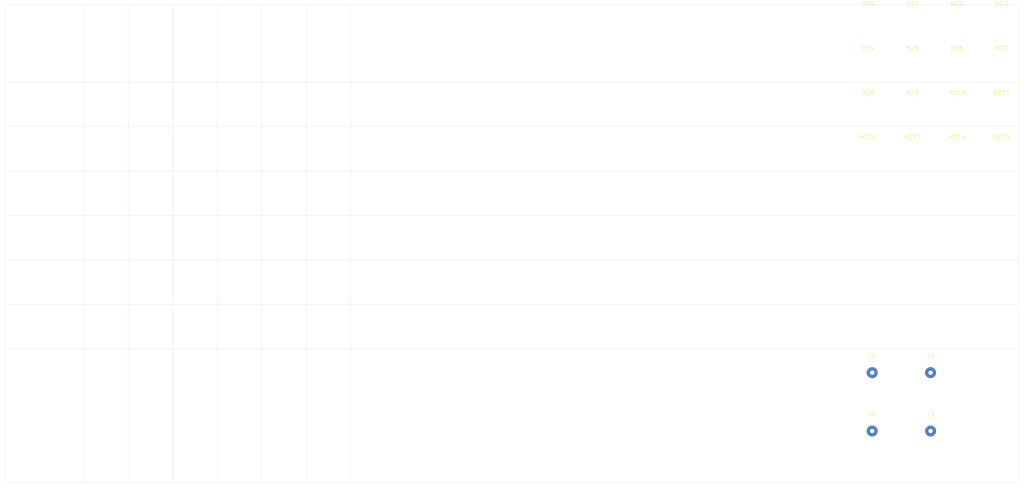
<source format=kicad_pcb>
(kicad_pcb (version 20171130) (host pcbnew 5.1.5-52549c5~86~ubuntu18.04.1)

  (general
    (thickness 1.6)
    (drawings 18)
    (tracks 0)
    (zones 0)
    (modules 218)
    (nets 2)
  )

  (page A4)
  (title_block
    (title "TUSISTEMITA TEMPLATE")
    (company Galopago)
  )

  (layers
    (0 F.Cu signal)
    (31 B.Cu signal)
    (32 B.Adhes user)
    (33 F.Adhes user)
    (34 B.Paste user)
    (35 F.Paste user)
    (36 B.SilkS user)
    (37 F.SilkS user)
    (38 B.Mask user)
    (39 F.Mask user)
    (40 Dwgs.User user)
    (41 Cmts.User user)
    (42 Eco1.User user)
    (43 Eco2.User user)
    (44 Edge.Cuts user)
    (45 Margin user)
    (46 B.CrtYd user)
    (47 F.CrtYd user)
    (48 B.Fab user)
    (49 F.Fab user)
  )

  (setup
    (last_trace_width 0.25)
    (trace_clearance 0.2)
    (zone_clearance 0.508)
    (zone_45_only no)
    (trace_min 0.2)
    (via_size 0.8)
    (via_drill 0.4)
    (via_min_size 0.4)
    (via_min_drill 0.3)
    (uvia_size 0.3)
    (uvia_drill 0.1)
    (uvias_allowed no)
    (uvia_min_size 0.2)
    (uvia_min_drill 0.1)
    (edge_width 0.05)
    (segment_width 0.2)
    (pcb_text_width 0.3)
    (pcb_text_size 1.5 1.5)
    (mod_edge_width 0.12)
    (mod_text_size 1 1)
    (mod_text_width 0.15)
    (pad_size 3 3)
    (pad_drill 3)
    (pad_to_mask_clearance 0.051)
    (solder_mask_min_width 0.25)
    (aux_axis_origin 0 0)
    (visible_elements FFFFFF7F)
    (pcbplotparams
      (layerselection 0x010fc_ffffffff)
      (usegerberextensions false)
      (usegerberattributes false)
      (usegerberadvancedattributes false)
      (creategerberjobfile false)
      (excludeedgelayer true)
      (linewidth 0.100000)
      (plotframeref false)
      (viasonmask false)
      (mode 1)
      (useauxorigin false)
      (hpglpennumber 1)
      (hpglpenspeed 20)
      (hpglpendiameter 15.000000)
      (psnegative false)
      (psa4output false)
      (plotreference true)
      (plotvalue true)
      (plotinvisibletext false)
      (padsonsilk false)
      (subtractmaskfromsilk false)
      (outputformat 1)
      (mirror false)
      (drillshape 1)
      (scaleselection 1)
      (outputdirectory ""))
  )

  (net 0 "")
  (net 1 "Net-(J0-Pad1)")

  (net_class Default "This is the default net class."
    (clearance 0.2)
    (trace_width 0.25)
    (via_dia 0.8)
    (via_drill 0.4)
    (uvia_dia 0.3)
    (uvia_drill 0.1)
    (add_net "Net-(J0-Pad1)")
  )

  (module MountingHole:MountingHole_3mm (layer F.Cu) (tedit 56D1B4CB) (tstamp 5F35EC19)
    (at 155.89 44.13)
    (descr "Mounting Hole 3mm, no annular")
    (tags "mounting hole 3mm no annular")
    (path /5F35C815)
    (attr virtual)
    (fp_text reference HC13 (at 0 -4) (layer F.SilkS) hide
      (effects (font (size 1 1) (thickness 0.15)))
    )
    (fp_text value MountingHole (at 0 4) (layer F.Fab)
      (effects (font (size 1 1) (thickness 0.15)))
    )
    (fp_circle (center 0 0) (end 3.25 0) (layer F.CrtYd) (width 0.05))
    (fp_circle (center 0 0) (end 3 0) (layer Cmts.User) (width 0.15))
    (fp_text user %R (at 0.3 0) (layer F.Fab)
      (effects (font (size 1 1) (thickness 0.15)))
    )
    (pad 1 np_thru_hole circle (at 0 0) (size 3 3) (drill 3) (layers *.Cu *.Mask))
  )

  (module Connector_Wire:SolderWirePad_1x01_Drill1mm (layer F.Cu) (tedit 5AEE5EBE) (tstamp 5F35F171)
    (at 231.14 117.475)
    (descr "Wire solder connection")
    (tags connector)
    (path /5F5DDB13)
    (attr virtual)
    (fp_text reference J3 (at 0 -3.81) (layer F.SilkS)
      (effects (font (size 1 1) (thickness 0.15)))
    )
    (fp_text value Conn_01x01_Male (at 0 3.175) (layer F.Fab)
      (effects (font (size 1 1) (thickness 0.15)))
    )
    (fp_line (start 1.75 1.75) (end -1.75 1.75) (layer F.CrtYd) (width 0.05))
    (fp_line (start 1.75 1.75) (end 1.75 -1.75) (layer F.CrtYd) (width 0.05))
    (fp_line (start -1.75 -1.75) (end -1.75 1.75) (layer F.CrtYd) (width 0.05))
    (fp_line (start -1.75 -1.75) (end 1.75 -1.75) (layer F.CrtYd) (width 0.05))
    (fp_text user %R (at 0 0) (layer F.Fab)
      (effects (font (size 1 1) (thickness 0.15)))
    )
    (pad 1 thru_hole circle (at 0 0) (size 2.49936 2.49936) (drill 1.00076) (layers *.Cu *.Mask)
      (net 1 "Net-(J0-Pad1)"))
  )

  (module Connector_Wire:SolderWirePad_1x01_Drill1mm (layer F.Cu) (tedit 5AEE5EBE) (tstamp 5F35F167)
    (at 231.14 104.14)
    (descr "Wire solder connection")
    (tags connector)
    (path /5F5DCAC3)
    (attr virtual)
    (fp_text reference J2 (at 0 -3.81) (layer F.SilkS)
      (effects (font (size 1 1) (thickness 0.15)))
    )
    (fp_text value Conn_01x01_Male (at 0 3.175) (layer F.Fab)
      (effects (font (size 1 1) (thickness 0.15)))
    )
    (fp_line (start 1.75 1.75) (end -1.75 1.75) (layer F.CrtYd) (width 0.05))
    (fp_line (start 1.75 1.75) (end 1.75 -1.75) (layer F.CrtYd) (width 0.05))
    (fp_line (start -1.75 -1.75) (end -1.75 1.75) (layer F.CrtYd) (width 0.05))
    (fp_line (start -1.75 -1.75) (end 1.75 -1.75) (layer F.CrtYd) (width 0.05))
    (fp_text user %R (at 0 0) (layer F.Fab)
      (effects (font (size 1 1) (thickness 0.15)))
    )
    (pad 1 thru_hole circle (at 0 0) (size 2.49936 2.49936) (drill 1.00076) (layers *.Cu *.Mask)
      (net 1 "Net-(J0-Pad1)"))
  )

  (module Connector_Wire:SolderWirePad_1x01_Drill1mm (layer F.Cu) (tedit 5AEE5EBE) (tstamp 5F35F15D)
    (at 217.805 104.14)
    (descr "Wire solder connection")
    (tags connector)
    (path /5F5DB1C6)
    (attr virtual)
    (fp_text reference J1 (at 0 -3.81) (layer F.SilkS)
      (effects (font (size 1 1) (thickness 0.15)))
    )
    (fp_text value Conn_01x01_Male (at 0 3.175) (layer F.Fab)
      (effects (font (size 1 1) (thickness 0.15)))
    )
    (fp_line (start 1.75 1.75) (end -1.75 1.75) (layer F.CrtYd) (width 0.05))
    (fp_line (start 1.75 1.75) (end 1.75 -1.75) (layer F.CrtYd) (width 0.05))
    (fp_line (start -1.75 -1.75) (end -1.75 1.75) (layer F.CrtYd) (width 0.05))
    (fp_line (start -1.75 -1.75) (end 1.75 -1.75) (layer F.CrtYd) (width 0.05))
    (fp_text user %R (at 0 0) (layer F.Fab)
      (effects (font (size 1 1) (thickness 0.15)))
    )
    (pad 1 thru_hole circle (at 0 0) (size 2.49936 2.49936) (drill 1.00076) (layers *.Cu *.Mask)
      (net 1 "Net-(J0-Pad1)"))
  )

  (module Connector_Wire:SolderWirePad_1x01_Drill1mm (layer F.Cu) (tedit 5AEE5EBE) (tstamp 5F35F153)
    (at 217.805 117.475)
    (descr "Wire solder connection")
    (tags connector)
    (path /5F5D91C6)
    (attr virtual)
    (fp_text reference J0 (at 0 -3.81) (layer F.SilkS)
      (effects (font (size 1 1) (thickness 0.15)))
    )
    (fp_text value Conn_01x01_Male (at 0 3.175) (layer F.Fab)
      (effects (font (size 1 1) (thickness 0.15)))
    )
    (fp_line (start 1.75 1.75) (end -1.75 1.75) (layer F.CrtYd) (width 0.05))
    (fp_line (start 1.75 1.75) (end 1.75 -1.75) (layer F.CrtYd) (width 0.05))
    (fp_line (start -1.75 -1.75) (end -1.75 1.75) (layer F.CrtYd) (width 0.05))
    (fp_line (start -1.75 -1.75) (end 1.75 -1.75) (layer F.CrtYd) (width 0.05))
    (fp_text user %R (at 0 0) (layer F.Fab)
      (effects (font (size 1 1) (thickness 0.15)))
    )
    (pad 1 thru_hole circle (at 0 0) (size 2.49936 2.49936) (drill 1.00076) (layers *.Cu *.Mask)
      (net 1 "Net-(J0-Pad1)"))
  )

  (module MountingHole:MountingHole_3mm (layer F.Cu) (tedit 56D1B4CB) (tstamp 5F35F149)
    (at 247.33 54.29)
    (descr "Mounting Hole 3mm, no annular")
    (tags "mounting hole 3mm no annular")
    (path /5F3D032D)
    (attr virtual)
    (fp_text reference HZ15 (at 0 -4) (layer F.SilkS)
      (effects (font (size 1 1) (thickness 0.15)))
    )
    (fp_text value MountingHole (at 0 4) (layer F.Fab)
      (effects (font (size 1 1) (thickness 0.15)))
    )
    (fp_circle (center 0 0) (end 3.25 0) (layer F.CrtYd) (width 0.05))
    (fp_circle (center 0 0) (end 3 0) (layer Cmts.User) (width 0.15))
    (fp_text user %R (at 0.3 0) (layer F.Fab)
      (effects (font (size 1 1) (thickness 0.15)))
    )
    (pad 1 np_thru_hole circle (at 0 0) (size 3 3) (drill 3) (layers *.Cu *.Mask))
  )

  (module MountingHole:MountingHole_3mm (layer F.Cu) (tedit 56D1B4CB) (tstamp 5F35F141)
    (at 237.17 54.29)
    (descr "Mounting Hole 3mm, no annular")
    (tags "mounting hole 3mm no annular")
    (path /5F3CE27E)
    (attr virtual)
    (fp_text reference HZ14 (at 0 -4) (layer F.SilkS)
      (effects (font (size 1 1) (thickness 0.15)))
    )
    (fp_text value MountingHole (at 0 4) (layer F.Fab)
      (effects (font (size 1 1) (thickness 0.15)))
    )
    (fp_circle (center 0 0) (end 3.25 0) (layer F.CrtYd) (width 0.05))
    (fp_circle (center 0 0) (end 3 0) (layer Cmts.User) (width 0.15))
    (fp_text user %R (at 0.3 0) (layer F.Fab)
      (effects (font (size 1 1) (thickness 0.15)))
    )
    (pad 1 np_thru_hole circle (at 0 0) (size 3 3) (drill 3) (layers *.Cu *.Mask))
  )

  (module MountingHole:MountingHole_3mm (layer F.Cu) (tedit 56D1B4CB) (tstamp 5F35F139)
    (at 227.01 54.29)
    (descr "Mounting Hole 3mm, no annular")
    (tags "mounting hole 3mm no annular")
    (path /5F3CDC24)
    (attr virtual)
    (fp_text reference HZ13 (at 0 -4) (layer F.SilkS)
      (effects (font (size 1 1) (thickness 0.15)))
    )
    (fp_text value MountingHole (at 0 4) (layer F.Fab)
      (effects (font (size 1 1) (thickness 0.15)))
    )
    (fp_circle (center 0 0) (end 3.25 0) (layer F.CrtYd) (width 0.05))
    (fp_circle (center 0 0) (end 3 0) (layer Cmts.User) (width 0.15))
    (fp_text user %R (at 0.3 0) (layer F.Fab)
      (effects (font (size 1 1) (thickness 0.15)))
    )
    (pad 1 np_thru_hole circle (at 0 0) (size 3 3) (drill 3) (layers *.Cu *.Mask))
  )

  (module MountingHole:MountingHole_3mm (layer F.Cu) (tedit 56D1B4CB) (tstamp 5F35F131)
    (at 216.85 54.29)
    (descr "Mounting Hole 3mm, no annular")
    (tags "mounting hole 3mm no annular")
    (path /5F3CD56D)
    (attr virtual)
    (fp_text reference HZ12 (at 0 -4) (layer F.SilkS)
      (effects (font (size 1 1) (thickness 0.15)))
    )
    (fp_text value MountingHole (at 0 4) (layer F.Fab)
      (effects (font (size 1 1) (thickness 0.15)))
    )
    (fp_circle (center 0 0) (end 3.25 0) (layer F.CrtYd) (width 0.05))
    (fp_circle (center 0 0) (end 3 0) (layer Cmts.User) (width 0.15))
    (fp_text user %R (at 0.3 0) (layer F.Fab)
      (effects (font (size 1 1) (thickness 0.15)))
    )
    (pad 1 np_thru_hole circle (at 0 0) (size 3 3) (drill 3) (layers *.Cu *.Mask))
  )

  (module MountingHole:MountingHole_3mm (layer F.Cu) (tedit 56D1B4CB) (tstamp 5F35F129)
    (at 247.33 44.13)
    (descr "Mounting Hole 3mm, no annular")
    (tags "mounting hole 3mm no annular")
    (path /5F3CFC6E)
    (attr virtual)
    (fp_text reference HZ11 (at 0 -4) (layer F.SilkS)
      (effects (font (size 1 1) (thickness 0.15)))
    )
    (fp_text value MountingHole (at 0 4) (layer F.Fab)
      (effects (font (size 1 1) (thickness 0.15)))
    )
    (fp_circle (center 0 0) (end 3.25 0) (layer F.CrtYd) (width 0.05))
    (fp_circle (center 0 0) (end 3 0) (layer Cmts.User) (width 0.15))
    (fp_text user %R (at 0.3 0) (layer F.Fab)
      (effects (font (size 1 1) (thickness 0.15)))
    )
    (pad 1 np_thru_hole circle (at 0 0) (size 3 3) (drill 3) (layers *.Cu *.Mask))
  )

  (module MountingHole:MountingHole_3mm (layer F.Cu) (tedit 56D1B4CB) (tstamp 5F35F121)
    (at 237.17 44.13)
    (descr "Mounting Hole 3mm, no annular")
    (tags "mounting hole 3mm no annular")
    (path /5F3CC79E)
    (attr virtual)
    (fp_text reference HZ10 (at 0 -4) (layer F.SilkS)
      (effects (font (size 1 1) (thickness 0.15)))
    )
    (fp_text value MountingHole (at 0 4) (layer F.Fab)
      (effects (font (size 1 1) (thickness 0.15)))
    )
    (fp_circle (center 0 0) (end 3.25 0) (layer F.CrtYd) (width 0.05))
    (fp_circle (center 0 0) (end 3 0) (layer Cmts.User) (width 0.15))
    (fp_text user %R (at 0.3 0) (layer F.Fab)
      (effects (font (size 1 1) (thickness 0.15)))
    )
    (pad 1 np_thru_hole circle (at 0 0) (size 3 3) (drill 3) (layers *.Cu *.Mask))
  )

  (module MountingHole:MountingHole_3mm (layer F.Cu) (tedit 56D1B4CB) (tstamp 5F35F119)
    (at 227.01 44.13)
    (descr "Mounting Hole 3mm, no annular")
    (tags "mounting hole 3mm no annular")
    (path /5F3CB303)
    (attr virtual)
    (fp_text reference HZ9 (at 0 -4) (layer F.SilkS)
      (effects (font (size 1 1) (thickness 0.15)))
    )
    (fp_text value MountingHole (at 0 4) (layer F.Fab)
      (effects (font (size 1 1) (thickness 0.15)))
    )
    (fp_circle (center 0 0) (end 3.25 0) (layer F.CrtYd) (width 0.05))
    (fp_circle (center 0 0) (end 3 0) (layer Cmts.User) (width 0.15))
    (fp_text user %R (at 0.3 0) (layer F.Fab)
      (effects (font (size 1 1) (thickness 0.15)))
    )
    (pad 1 np_thru_hole circle (at 0 0) (size 3 3) (drill 3) (layers *.Cu *.Mask))
  )

  (module MountingHole:MountingHole_3mm (layer F.Cu) (tedit 56D1B4CB) (tstamp 5F35F111)
    (at 216.85 44.13)
    (descr "Mounting Hole 3mm, no annular")
    (tags "mounting hole 3mm no annular")
    (path /5F3CABDB)
    (attr virtual)
    (fp_text reference HZ8 (at 0 -4) (layer F.SilkS)
      (effects (font (size 1 1) (thickness 0.15)))
    )
    (fp_text value MountingHole (at 0 4) (layer F.Fab)
      (effects (font (size 1 1) (thickness 0.15)))
    )
    (fp_circle (center 0 0) (end 3.25 0) (layer F.CrtYd) (width 0.05))
    (fp_circle (center 0 0) (end 3 0) (layer Cmts.User) (width 0.15))
    (fp_text user %R (at 0.3 0) (layer F.Fab)
      (effects (font (size 1 1) (thickness 0.15)))
    )
    (pad 1 np_thru_hole circle (at 0 0) (size 3 3) (drill 3) (layers *.Cu *.Mask))
  )

  (module MountingHole:MountingHole_3mm (layer F.Cu) (tedit 56D1B4CB) (tstamp 5F35F109)
    (at 247.33 33.97)
    (descr "Mounting Hole 3mm, no annular")
    (tags "mounting hole 3mm no annular")
    (path /5F3CF604)
    (attr virtual)
    (fp_text reference HZ7 (at 0 -4) (layer F.SilkS)
      (effects (font (size 1 1) (thickness 0.15)))
    )
    (fp_text value MountingHole (at 0 4) (layer F.Fab)
      (effects (font (size 1 1) (thickness 0.15)))
    )
    (fp_circle (center 0 0) (end 3.25 0) (layer F.CrtYd) (width 0.05))
    (fp_circle (center 0 0) (end 3 0) (layer Cmts.User) (width 0.15))
    (fp_text user %R (at 0.3 0) (layer F.Fab)
      (effects (font (size 1 1) (thickness 0.15)))
    )
    (pad 1 np_thru_hole circle (at 0 0) (size 3 3) (drill 3) (layers *.Cu *.Mask))
  )

  (module MountingHole:MountingHole_3mm (layer F.Cu) (tedit 56D1B4CB) (tstamp 5F35F101)
    (at 237.17 33.97)
    (descr "Mounting Hole 3mm, no annular")
    (tags "mounting hole 3mm no annular")
    (path /5F36DB1A)
    (attr virtual)
    (fp_text reference HZ6 (at 0 -4) (layer F.SilkS)
      (effects (font (size 1 1) (thickness 0.15)))
    )
    (fp_text value MountingHole (at 0 4) (layer F.Fab)
      (effects (font (size 1 1) (thickness 0.15)))
    )
    (fp_circle (center 0 0) (end 3.25 0) (layer F.CrtYd) (width 0.05))
    (fp_circle (center 0 0) (end 3 0) (layer Cmts.User) (width 0.15))
    (fp_text user %R (at 0.3 0) (layer F.Fab)
      (effects (font (size 1 1) (thickness 0.15)))
    )
    (pad 1 np_thru_hole circle (at 0 0) (size 3 3) (drill 3) (layers *.Cu *.Mask))
  )

  (module MountingHole:MountingHole_3mm (layer F.Cu) (tedit 56D1B4CB) (tstamp 5F35F0F9)
    (at 227.01 33.97)
    (descr "Mounting Hole 3mm, no annular")
    (tags "mounting hole 3mm no annular")
    (path /5F36D408)
    (attr virtual)
    (fp_text reference HZ5 (at 0 -4) (layer F.SilkS)
      (effects (font (size 1 1) (thickness 0.15)))
    )
    (fp_text value MountingHole (at 0 4) (layer F.Fab)
      (effects (font (size 1 1) (thickness 0.15)))
    )
    (fp_circle (center 0 0) (end 3.25 0) (layer F.CrtYd) (width 0.05))
    (fp_circle (center 0 0) (end 3 0) (layer Cmts.User) (width 0.15))
    (fp_text user %R (at 0.3 0) (layer F.Fab)
      (effects (font (size 1 1) (thickness 0.15)))
    )
    (pad 1 np_thru_hole circle (at 0 0) (size 3 3) (drill 3) (layers *.Cu *.Mask))
  )

  (module MountingHole:MountingHole_3mm (layer F.Cu) (tedit 56D1B4CB) (tstamp 5F35F0F1)
    (at 216.85 33.97)
    (descr "Mounting Hole 3mm, no annular")
    (tags "mounting hole 3mm no annular")
    (path /5F36C847)
    (attr virtual)
    (fp_text reference HZ4 (at 0 -4) (layer F.SilkS)
      (effects (font (size 1 1) (thickness 0.15)))
    )
    (fp_text value MountingHole (at 0 4) (layer F.Fab)
      (effects (font (size 1 1) (thickness 0.15)))
    )
    (fp_circle (center 0 0) (end 3.25 0) (layer F.CrtYd) (width 0.05))
    (fp_circle (center 0 0) (end 3 0) (layer Cmts.User) (width 0.15))
    (fp_text user %R (at 0.3 0) (layer F.Fab)
      (effects (font (size 1 1) (thickness 0.15)))
    )
    (pad 1 np_thru_hole circle (at 0 0) (size 3 3) (drill 3) (layers *.Cu *.Mask))
  )

  (module MountingHole:MountingHole_3mm (layer F.Cu) (tedit 56D1B4CB) (tstamp 5F35F0E9)
    (at 247.33 23.81)
    (descr "Mounting Hole 3mm, no annular")
    (tags "mounting hole 3mm no annular")
    (path /5F3CF0DC)
    (attr virtual)
    (fp_text reference HZ3 (at 0 -4) (layer F.SilkS)
      (effects (font (size 1 1) (thickness 0.15)))
    )
    (fp_text value MountingHole (at 0 4) (layer F.Fab)
      (effects (font (size 1 1) (thickness 0.15)))
    )
    (fp_circle (center 0 0) (end 3.25 0) (layer F.CrtYd) (width 0.05))
    (fp_circle (center 0 0) (end 3 0) (layer Cmts.User) (width 0.15))
    (fp_text user %R (at 0.3 0) (layer F.Fab)
      (effects (font (size 1 1) (thickness 0.15)))
    )
    (pad 1 np_thru_hole circle (at 0 0) (size 3 3) (drill 3) (layers *.Cu *.Mask))
  )

  (module MountingHole:MountingHole_3mm (layer F.Cu) (tedit 56D1B4CB) (tstamp 5F35F0E1)
    (at 237.17 23.81)
    (descr "Mounting Hole 3mm, no annular")
    (tags "mounting hole 3mm no annular")
    (path /5F362B56)
    (attr virtual)
    (fp_text reference HZ2 (at 0 -4) (layer F.SilkS)
      (effects (font (size 1 1) (thickness 0.15)))
    )
    (fp_text value MountingHole (at 0 4) (layer F.Fab)
      (effects (font (size 1 1) (thickness 0.15)))
    )
    (fp_circle (center 0 0) (end 3.25 0) (layer F.CrtYd) (width 0.05))
    (fp_circle (center 0 0) (end 3 0) (layer Cmts.User) (width 0.15))
    (fp_text user %R (at 0.3 0) (layer F.Fab)
      (effects (font (size 1 1) (thickness 0.15)))
    )
    (pad 1 np_thru_hole circle (at 0 0) (size 3 3) (drill 3) (layers *.Cu *.Mask))
  )

  (module MountingHole:MountingHole_3mm (layer F.Cu) (tedit 56D1B4CB) (tstamp 5F35F0D9)
    (at 227.01 23.81)
    (descr "Mounting Hole 3mm, no annular")
    (tags "mounting hole 3mm no annular")
    (path /5F36A8A0)
    (attr virtual)
    (fp_text reference HZ1 (at 0 -4) (layer F.SilkS)
      (effects (font (size 1 1) (thickness 0.15)))
    )
    (fp_text value MountingHole (at 0 4) (layer F.Fab)
      (effects (font (size 1 1) (thickness 0.15)))
    )
    (fp_circle (center 0 0) (end 3.25 0) (layer F.CrtYd) (width 0.05))
    (fp_circle (center 0 0) (end 3 0) (layer Cmts.User) (width 0.15))
    (fp_text user %R (at 0.3 0) (layer F.Fab)
      (effects (font (size 1 1) (thickness 0.15)))
    )
    (pad 1 np_thru_hole circle (at 0 0) (size 3 3) (drill 3) (layers *.Cu *.Mask))
  )

  (module MountingHole:MountingHole_3mm (layer F.Cu) (tedit 56D1B4CB) (tstamp 5F35F0D1)
    (at 216.85 23.81)
    (descr "Mounting Hole 3mm, no annular")
    (tags "mounting hole 3mm no annular")
    (path /5F36B590)
    (attr virtual)
    (fp_text reference HZ0 (at 0 -4) (layer F.SilkS)
      (effects (font (size 1 1) (thickness 0.15)))
    )
    (fp_text value MountingHole (at 0 4) (layer F.Fab)
      (effects (font (size 1 1) (thickness 0.15)))
    )
    (fp_circle (center 0 0) (end 3.25 0) (layer F.CrtYd) (width 0.05))
    (fp_circle (center 0 0) (end 3 0) (layer Cmts.User) (width 0.15))
    (fp_text user %R (at 0.3 0) (layer F.Fab)
      (effects (font (size 1 1) (thickness 0.15)))
    )
    (pad 1 np_thru_hole circle (at 0 0) (size 3 3) (drill 3) (layers *.Cu *.Mask))
  )

  (module MountingHole:MountingHole_3mm (layer F.Cu) (tedit 56D1B4CB) (tstamp 5F35F0C9)
    (at 54.29 23.81)
    (descr "Mounting Hole 3mm, no annular")
    (tags "mounting hole 3mm no annular")
    (path /5F3252AF)
    (attr virtual)
    (fp_text reference HA3 (at 0 -4) (layer F.SilkS) hide
      (effects (font (size 1 1) (thickness 0.15)))
    )
    (fp_text value MountingHole (at 0 4) (layer F.Fab)
      (effects (font (size 1 1) (thickness 0.15)))
    )
    (fp_circle (center 0 0) (end 3.25 0) (layer F.CrtYd) (width 0.05))
    (fp_circle (center 0 0) (end 3 0) (layer Cmts.User) (width 0.15))
    (fp_text user %R (at 0.3 0) (layer F.Fab)
      (effects (font (size 1 1) (thickness 0.15)))
    )
    (pad 1 np_thru_hole circle (at 0 0) (size 3 3) (drill 3) (layers *.Cu *.Mask))
  )

  (module MountingHole:MountingHole_3mm (layer F.Cu) (tedit 56D1B4CB) (tstamp 5F35F0C1)
    (at 196.53 125.41)
    (descr "Mounting Hole 3mm, no annular")
    (tags "mounting hole 3mm no annular")
    (path /5F3BAA50)
    (attr virtual)
    (fp_text reference HK17 (at 0 -4) (layer F.SilkS) hide
      (effects (font (size 1 1) (thickness 0.15)))
    )
    (fp_text value MountingHole (at 0 4) (layer F.Fab)
      (effects (font (size 1 1) (thickness 0.15)))
    )
    (fp_circle (center 0 0) (end 3.25 0) (layer F.CrtYd) (width 0.05))
    (fp_circle (center 0 0) (end 3 0) (layer Cmts.User) (width 0.15))
    (fp_text user %R (at 0.3 0) (layer F.Fab)
      (effects (font (size 1 1) (thickness 0.15)))
    )
    (pad 1 np_thru_hole circle (at 0 0) (size 3 3) (drill 3) (layers *.Cu *.Mask))
  )

  (module MountingHole:MountingHole_3mm (layer F.Cu) (tedit 56D1B4CB) (tstamp 5F35F0B9)
    (at 186.37 125.41)
    (descr "Mounting Hole 3mm, no annular")
    (tags "mounting hole 3mm no annular")
    (path /5F3B9D89)
    (attr virtual)
    (fp_text reference HK16 (at 0 -4) (layer F.SilkS) hide
      (effects (font (size 1 1) (thickness 0.15)))
    )
    (fp_text value MountingHole (at 0 4) (layer F.Fab)
      (effects (font (size 1 1) (thickness 0.15)))
    )
    (fp_circle (center 0 0) (end 3.25 0) (layer F.CrtYd) (width 0.05))
    (fp_circle (center 0 0) (end 3 0) (layer Cmts.User) (width 0.15))
    (fp_text user %R (at 0.3 0) (layer F.Fab)
      (effects (font (size 1 1) (thickness 0.15)))
    )
    (pad 1 np_thru_hole circle (at 0 0) (size 3 3) (drill 3) (layers *.Cu *.Mask))
  )

  (module MountingHole:MountingHole_3mm (layer F.Cu) (tedit 56D1B4CB) (tstamp 5F35F0B1)
    (at 176.21 125.41)
    (descr "Mounting Hole 3mm, no annular")
    (tags "mounting hole 3mm no annular")
    (path /5F3B9147)
    (attr virtual)
    (fp_text reference HK15 (at 0 -4) (layer F.SilkS) hide
      (effects (font (size 1 1) (thickness 0.15)))
    )
    (fp_text value MountingHole (at 0 4) (layer F.Fab)
      (effects (font (size 1 1) (thickness 0.15)))
    )
    (fp_circle (center 0 0) (end 3.25 0) (layer F.CrtYd) (width 0.05))
    (fp_circle (center 0 0) (end 3 0) (layer Cmts.User) (width 0.15))
    (fp_text user %R (at 0.3 0) (layer F.Fab)
      (effects (font (size 1 1) (thickness 0.15)))
    )
    (pad 1 np_thru_hole circle (at 0 0) (size 3 3) (drill 3) (layers *.Cu *.Mask))
  )

  (module MountingHole:MountingHole_3mm (layer F.Cu) (tedit 56D1B4CB) (tstamp 5F35F0A9)
    (at 166.05 125.41)
    (descr "Mounting Hole 3mm, no annular")
    (tags "mounting hole 3mm no annular")
    (path /5F3B8488)
    (attr virtual)
    (fp_text reference HK14 (at 0 -4) (layer F.SilkS) hide
      (effects (font (size 1 1) (thickness 0.15)))
    )
    (fp_text value MountingHole (at 0 4) (layer F.Fab)
      (effects (font (size 1 1) (thickness 0.15)))
    )
    (fp_circle (center 0 0) (end 3.25 0) (layer F.CrtYd) (width 0.05))
    (fp_circle (center 0 0) (end 3 0) (layer Cmts.User) (width 0.15))
    (fp_text user %R (at 0.3 0) (layer F.Fab)
      (effects (font (size 1 1) (thickness 0.15)))
    )
    (pad 1 np_thru_hole circle (at 0 0) (size 3 3) (drill 3) (layers *.Cu *.Mask))
  )

  (module MountingHole:MountingHole_3mm (layer F.Cu) (tedit 56D1B4CB) (tstamp 5F35F0A1)
    (at 155.89 125.41)
    (descr "Mounting Hole 3mm, no annular")
    (tags "mounting hole 3mm no annular")
    (path /5F3B77DE)
    (attr virtual)
    (fp_text reference HK13 (at 0 -4) (layer F.SilkS) hide
      (effects (font (size 1 1) (thickness 0.15)))
    )
    (fp_text value MountingHole (at 0 4) (layer F.Fab)
      (effects (font (size 1 1) (thickness 0.15)))
    )
    (fp_circle (center 0 0) (end 3.25 0) (layer F.CrtYd) (width 0.05))
    (fp_circle (center 0 0) (end 3 0) (layer Cmts.User) (width 0.15))
    (fp_text user %R (at 0.3 0) (layer F.Fab)
      (effects (font (size 1 1) (thickness 0.15)))
    )
    (pad 1 np_thru_hole circle (at 0 0) (size 3 3) (drill 3) (layers *.Cu *.Mask))
  )

  (module MountingHole:MountingHole_3mm (layer F.Cu) (tedit 56D1B4CB) (tstamp 5F35F099)
    (at 145.73 125.41)
    (descr "Mounting Hole 3mm, no annular")
    (tags "mounting hole 3mm no annular")
    (path /5F3B6A9E)
    (attr virtual)
    (fp_text reference HK12 (at 0 -4) (layer F.SilkS) hide
      (effects (font (size 1 1) (thickness 0.15)))
    )
    (fp_text value MountingHole (at 0 4) (layer F.Fab)
      (effects (font (size 1 1) (thickness 0.15)))
    )
    (fp_circle (center 0 0) (end 3.25 0) (layer F.CrtYd) (width 0.05))
    (fp_circle (center 0 0) (end 3 0) (layer Cmts.User) (width 0.15))
    (fp_text user %R (at 0.3 0) (layer F.Fab)
      (effects (font (size 1 1) (thickness 0.15)))
    )
    (pad 1 np_thru_hole circle (at 0 0) (size 3 3) (drill 3) (layers *.Cu *.Mask))
  )

  (module MountingHole:MountingHole_3mm (layer F.Cu) (tedit 56D1B4CB) (tstamp 5F35F091)
    (at 135.57 125.41)
    (descr "Mounting Hole 3mm, no annular")
    (tags "mounting hole 3mm no annular")
    (path /5F3B5E81)
    (attr virtual)
    (fp_text reference HK11 (at 0 -4) (layer F.SilkS) hide
      (effects (font (size 1 1) (thickness 0.15)))
    )
    (fp_text value MountingHole (at 0 4) (layer F.Fab)
      (effects (font (size 1 1) (thickness 0.15)))
    )
    (fp_circle (center 0 0) (end 3.25 0) (layer F.CrtYd) (width 0.05))
    (fp_circle (center 0 0) (end 3 0) (layer Cmts.User) (width 0.15))
    (fp_text user %R (at 0.3 0) (layer F.Fab)
      (effects (font (size 1 1) (thickness 0.15)))
    )
    (pad 1 np_thru_hole circle (at 0 0) (size 3 3) (drill 3) (layers *.Cu *.Mask))
  )

  (module MountingHole:MountingHole_3mm (layer F.Cu) (tedit 56D1B4CB) (tstamp 5F35F089)
    (at 125.41 125.41)
    (descr "Mounting Hole 3mm, no annular")
    (tags "mounting hole 3mm no annular")
    (path /5F3A8BDB)
    (attr virtual)
    (fp_text reference HK10 (at 0 -4) (layer F.SilkS) hide
      (effects (font (size 1 1) (thickness 0.15)))
    )
    (fp_text value MountingHole (at 0 4) (layer F.Fab)
      (effects (font (size 1 1) (thickness 0.15)))
    )
    (fp_circle (center 0 0) (end 3.25 0) (layer F.CrtYd) (width 0.05))
    (fp_circle (center 0 0) (end 3 0) (layer Cmts.User) (width 0.15))
    (fp_text user %R (at 0.3 0) (layer F.Fab)
      (effects (font (size 1 1) (thickness 0.15)))
    )
    (pad 1 np_thru_hole circle (at 0 0) (size 3 3) (drill 3) (layers *.Cu *.Mask))
  )

  (module MountingHole:MountingHole_3mm (layer F.Cu) (tedit 56D1B4CB) (tstamp 5F35F081)
    (at 115.25 125.41)
    (descr "Mounting Hole 3mm, no annular")
    (tags "mounting hole 3mm no annular")
    (path /5F3A6FC9)
    (attr virtual)
    (fp_text reference HK9 (at 0 -4) (layer F.SilkS) hide
      (effects (font (size 1 1) (thickness 0.15)))
    )
    (fp_text value MountingHole (at 0 4) (layer F.Fab)
      (effects (font (size 1 1) (thickness 0.15)))
    )
    (fp_circle (center 0 0) (end 3.25 0) (layer F.CrtYd) (width 0.05))
    (fp_circle (center 0 0) (end 3 0) (layer Cmts.User) (width 0.15))
    (fp_text user %R (at 0.3 0) (layer F.Fab)
      (effects (font (size 1 1) (thickness 0.15)))
    )
    (pad 1 np_thru_hole circle (at 0 0) (size 3 3) (drill 3) (layers *.Cu *.Mask))
  )

  (module MountingHole:MountingHole_3mm (layer F.Cu) (tedit 56D1B4CB) (tstamp 5F35F079)
    (at 105.09 125.41)
    (descr "Mounting Hole 3mm, no annular")
    (tags "mounting hole 3mm no annular")
    (path /5F3A4CB7)
    (attr virtual)
    (fp_text reference HK8 (at 0 -4) (layer F.SilkS) hide
      (effects (font (size 1 1) (thickness 0.15)))
    )
    (fp_text value MountingHole (at 0 4) (layer F.Fab)
      (effects (font (size 1 1) (thickness 0.15)))
    )
    (fp_circle (center 0 0) (end 3.25 0) (layer F.CrtYd) (width 0.05))
    (fp_circle (center 0 0) (end 3 0) (layer Cmts.User) (width 0.15))
    (fp_text user %R (at 0.3 0) (layer F.Fab)
      (effects (font (size 1 1) (thickness 0.15)))
    )
    (pad 1 np_thru_hole circle (at 0 0) (size 3 3) (drill 3) (layers *.Cu *.Mask))
  )

  (module MountingHole:MountingHole_3mm (layer F.Cu) (tedit 56D1B4CB) (tstamp 5F35F071)
    (at 94.93 125.41)
    (descr "Mounting Hole 3mm, no annular")
    (tags "mounting hole 3mm no annular")
    (path /5F3A0A12)
    (attr virtual)
    (fp_text reference HK7 (at 0 -4) (layer F.SilkS) hide
      (effects (font (size 1 1) (thickness 0.15)))
    )
    (fp_text value MountingHole (at 0 4) (layer F.Fab)
      (effects (font (size 1 1) (thickness 0.15)))
    )
    (fp_circle (center 0 0) (end 3.25 0) (layer F.CrtYd) (width 0.05))
    (fp_circle (center 0 0) (end 3 0) (layer Cmts.User) (width 0.15))
    (fp_text user %R (at 0.3 0) (layer F.Fab)
      (effects (font (size 1 1) (thickness 0.15)))
    )
    (pad 1 np_thru_hole circle (at 0 0) (size 3 3) (drill 3) (layers *.Cu *.Mask))
  )

  (module MountingHole:MountingHole_3mm (layer F.Cu) (tedit 56D1B4CB) (tstamp 5F35F069)
    (at 84.77 125.41)
    (descr "Mounting Hole 3mm, no annular")
    (tags "mounting hole 3mm no annular")
    (path /5F39EA51)
    (attr virtual)
    (fp_text reference HK6 (at 0 -4) (layer F.SilkS) hide
      (effects (font (size 1 1) (thickness 0.15)))
    )
    (fp_text value MountingHole (at 0 4) (layer F.Fab)
      (effects (font (size 1 1) (thickness 0.15)))
    )
    (fp_circle (center 0 0) (end 3.25 0) (layer F.CrtYd) (width 0.05))
    (fp_circle (center 0 0) (end 3 0) (layer Cmts.User) (width 0.15))
    (fp_text user %R (at 0.3 0) (layer F.Fab)
      (effects (font (size 1 1) (thickness 0.15)))
    )
    (pad 1 np_thru_hole circle (at 0 0) (size 3 3) (drill 3) (layers *.Cu *.Mask))
  )

  (module MountingHole:MountingHole_3mm (layer F.Cu) (tedit 56D1B4CB) (tstamp 5F35F061)
    (at 74.61 125.41)
    (descr "Mounting Hole 3mm, no annular")
    (tags "mounting hole 3mm no annular")
    (path /5F39D10A)
    (attr virtual)
    (fp_text reference HK5 (at 0 -4) (layer F.SilkS) hide
      (effects (font (size 1 1) (thickness 0.15)))
    )
    (fp_text value MountingHole (at 0 4) (layer F.Fab)
      (effects (font (size 1 1) (thickness 0.15)))
    )
    (fp_circle (center 0 0) (end 3.25 0) (layer F.CrtYd) (width 0.05))
    (fp_circle (center 0 0) (end 3 0) (layer Cmts.User) (width 0.15))
    (fp_text user %R (at 0.3 0) (layer F.Fab)
      (effects (font (size 1 1) (thickness 0.15)))
    )
    (pad 1 np_thru_hole circle (at 0 0) (size 3 3) (drill 3) (layers *.Cu *.Mask))
  )

  (module MountingHole:MountingHole_3mm (layer F.Cu) (tedit 56D1B4CB) (tstamp 5F35F059)
    (at 64.45 125.41)
    (descr "Mounting Hole 3mm, no annular")
    (tags "mounting hole 3mm no annular")
    (path /5F39BAA3)
    (attr virtual)
    (fp_text reference HK4 (at 0 -4) (layer F.SilkS) hide
      (effects (font (size 1 1) (thickness 0.15)))
    )
    (fp_text value MountingHole (at 0 4) (layer F.Fab)
      (effects (font (size 1 1) (thickness 0.15)))
    )
    (fp_circle (center 0 0) (end 3.25 0) (layer F.CrtYd) (width 0.05))
    (fp_circle (center 0 0) (end 3 0) (layer Cmts.User) (width 0.15))
    (fp_text user %R (at 0.3 0) (layer F.Fab)
      (effects (font (size 1 1) (thickness 0.15)))
    )
    (pad 1 np_thru_hole circle (at 0 0) (size 3 3) (drill 3) (layers *.Cu *.Mask))
  )

  (module MountingHole:MountingHole_3mm (layer F.Cu) (tedit 56D1B4CB) (tstamp 5F35F051)
    (at 54.29 125.41)
    (descr "Mounting Hole 3mm, no annular")
    (tags "mounting hole 3mm no annular")
    (path /5F399DB6)
    (attr virtual)
    (fp_text reference HK3 (at 0 -4) (layer F.SilkS) hide
      (effects (font (size 1 1) (thickness 0.15)))
    )
    (fp_text value MountingHole (at 0 4) (layer F.Fab)
      (effects (font (size 1 1) (thickness 0.15)))
    )
    (fp_circle (center 0 0) (end 3.25 0) (layer F.CrtYd) (width 0.05))
    (fp_circle (center 0 0) (end 3 0) (layer Cmts.User) (width 0.15))
    (fp_text user %R (at 0.3 0) (layer F.Fab)
      (effects (font (size 1 1) (thickness 0.15)))
    )
    (pad 1 np_thru_hole circle (at 0 0) (size 3 3) (drill 3) (layers *.Cu *.Mask))
  )

  (module MountingHole:MountingHole_3mm (layer F.Cu) (tedit 56D1B4CB) (tstamp 5F35F049)
    (at 44.13 125.41)
    (descr "Mounting Hole 3mm, no annular")
    (tags "mounting hole 3mm no annular")
    (path /5F398575)
    (attr virtual)
    (fp_text reference HK2 (at 0 -4) (layer F.SilkS) hide
      (effects (font (size 1 1) (thickness 0.15)))
    )
    (fp_text value MountingHole (at 0 4) (layer F.Fab)
      (effects (font (size 1 1) (thickness 0.15)))
    )
    (fp_circle (center 0 0) (end 3.25 0) (layer F.CrtYd) (width 0.05))
    (fp_circle (center 0 0) (end 3 0) (layer Cmts.User) (width 0.15))
    (fp_text user %R (at 0.3 0) (layer F.Fab)
      (effects (font (size 1 1) (thickness 0.15)))
    )
    (pad 1 np_thru_hole circle (at 0 0) (size 3 3) (drill 3) (layers *.Cu *.Mask))
  )

  (module MountingHole:MountingHole_3mm (layer F.Cu) (tedit 56D1B4CB) (tstamp 5F35F041)
    (at 33.97 125.41)
    (descr "Mounting Hole 3mm, no annular")
    (tags "mounting hole 3mm no annular")
    (path /5F396E4D)
    (attr virtual)
    (fp_text reference HK1 (at 0 -4) (layer F.SilkS) hide
      (effects (font (size 1 1) (thickness 0.15)))
    )
    (fp_text value MountingHole (at 0 4) (layer F.Fab)
      (effects (font (size 1 1) (thickness 0.15)))
    )
    (fp_circle (center 0 0) (end 3.25 0) (layer F.CrtYd) (width 0.05))
    (fp_circle (center 0 0) (end 3 0) (layer Cmts.User) (width 0.15))
    (fp_text user %R (at 0.3 0) (layer F.Fab)
      (effects (font (size 1 1) (thickness 0.15)))
    )
    (pad 1 np_thru_hole circle (at 0 0) (size 3 3) (drill 3) (layers *.Cu *.Mask))
  )

  (module MountingHole:MountingHole_3mm (layer F.Cu) (tedit 56D1B4CB) (tstamp 5F35F039)
    (at 23.81 125.41)
    (descr "Mounting Hole 3mm, no annular")
    (tags "mounting hole 3mm no annular")
    (path /5F38B8C6)
    (attr virtual)
    (fp_text reference HK0 (at 0 -4) (layer F.SilkS) hide
      (effects (font (size 1 1) (thickness 0.15)))
    )
    (fp_text value MountingHole (at 0 4) (layer F.Fab)
      (effects (font (size 1 1) (thickness 0.15)))
    )
    (fp_circle (center 0 0) (end 3.25 0) (layer F.CrtYd) (width 0.05))
    (fp_circle (center 0 0) (end 3 0) (layer Cmts.User) (width 0.15))
    (fp_text user %R (at 0.3 0) (layer F.Fab)
      (effects (font (size 1 1) (thickness 0.15)))
    )
    (pad 1 np_thru_hole circle (at 0 0) (size 3 3) (drill 3) (layers *.Cu *.Mask))
  )

  (module MountingHole:MountingHole_3mm (layer F.Cu) (tedit 56D1B4CB) (tstamp 5F35F031)
    (at 196.53 115.25)
    (descr "Mounting Hole 3mm, no annular")
    (tags "mounting hole 3mm no annular")
    (path /5F3B5211)
    (attr virtual)
    (fp_text reference HJ17 (at 0 -4) (layer F.SilkS) hide
      (effects (font (size 1 1) (thickness 0.15)))
    )
    (fp_text value MountingHole (at 0 4) (layer F.Fab)
      (effects (font (size 1 1) (thickness 0.15)))
    )
    (fp_circle (center 0 0) (end 3.25 0) (layer F.CrtYd) (width 0.05))
    (fp_circle (center 0 0) (end 3 0) (layer Cmts.User) (width 0.15))
    (fp_text user %R (at 0.3 0) (layer F.Fab)
      (effects (font (size 1 1) (thickness 0.15)))
    )
    (pad 1 np_thru_hole circle (at 0 0) (size 3 3) (drill 3) (layers *.Cu *.Mask))
  )

  (module MountingHole:MountingHole_3mm (layer F.Cu) (tedit 56D1B4CB) (tstamp 5F35F029)
    (at 186.37 115.25)
    (descr "Mounting Hole 3mm, no annular")
    (tags "mounting hole 3mm no annular")
    (path /5F3B45EE)
    (attr virtual)
    (fp_text reference HJ16 (at 0 -4) (layer F.SilkS) hide
      (effects (font (size 1 1) (thickness 0.15)))
    )
    (fp_text value MountingHole (at 0 4) (layer F.Fab)
      (effects (font (size 1 1) (thickness 0.15)))
    )
    (fp_circle (center 0 0) (end 3.25 0) (layer F.CrtYd) (width 0.05))
    (fp_circle (center 0 0) (end 3 0) (layer Cmts.User) (width 0.15))
    (fp_text user %R (at 0.3 0) (layer F.Fab)
      (effects (font (size 1 1) (thickness 0.15)))
    )
    (pad 1 np_thru_hole circle (at 0 0) (size 3 3) (drill 3) (layers *.Cu *.Mask))
  )

  (module MountingHole:MountingHole_3mm (layer F.Cu) (tedit 56D1B4CB) (tstamp 5F35F021)
    (at 176.21 115.25)
    (descr "Mounting Hole 3mm, no annular")
    (tags "mounting hole 3mm no annular")
    (path /5F3B4072)
    (attr virtual)
    (fp_text reference HJ15 (at 0 -4) (layer F.SilkS) hide
      (effects (font (size 1 1) (thickness 0.15)))
    )
    (fp_text value MountingHole (at 0 4) (layer F.Fab)
      (effects (font (size 1 1) (thickness 0.15)))
    )
    (fp_circle (center 0 0) (end 3.25 0) (layer F.CrtYd) (width 0.05))
    (fp_circle (center 0 0) (end 3 0) (layer Cmts.User) (width 0.15))
    (fp_text user %R (at 0.3 0) (layer F.Fab)
      (effects (font (size 1 1) (thickness 0.15)))
    )
    (pad 1 np_thru_hole circle (at 0 0) (size 3 3) (drill 3) (layers *.Cu *.Mask))
  )

  (module MountingHole:MountingHole_3mm (layer F.Cu) (tedit 56D1B4CB) (tstamp 5F35F019)
    (at 166.05 115.25)
    (descr "Mounting Hole 3mm, no annular")
    (tags "mounting hole 3mm no annular")
    (path /5F3B2E23)
    (attr virtual)
    (fp_text reference HJ14 (at 0 -4) (layer F.SilkS) hide
      (effects (font (size 1 1) (thickness 0.15)))
    )
    (fp_text value MountingHole (at 0 4) (layer F.Fab)
      (effects (font (size 1 1) (thickness 0.15)))
    )
    (fp_circle (center 0 0) (end 3.25 0) (layer F.CrtYd) (width 0.05))
    (fp_circle (center 0 0) (end 3 0) (layer Cmts.User) (width 0.15))
    (fp_text user %R (at 0.3 0) (layer F.Fab)
      (effects (font (size 1 1) (thickness 0.15)))
    )
    (pad 1 np_thru_hole circle (at 0 0) (size 3 3) (drill 3) (layers *.Cu *.Mask))
  )

  (module MountingHole:MountingHole_3mm (layer F.Cu) (tedit 56D1B4CB) (tstamp 5F35F011)
    (at 155.89 115.25)
    (descr "Mounting Hole 3mm, no annular")
    (tags "mounting hole 3mm no annular")
    (path /5F3B2227)
    (attr virtual)
    (fp_text reference HJ13 (at 0 -4) (layer F.SilkS) hide
      (effects (font (size 1 1) (thickness 0.15)))
    )
    (fp_text value MountingHole (at 0 4) (layer F.Fab)
      (effects (font (size 1 1) (thickness 0.15)))
    )
    (fp_circle (center 0 0) (end 3.25 0) (layer F.CrtYd) (width 0.05))
    (fp_circle (center 0 0) (end 3 0) (layer Cmts.User) (width 0.15))
    (fp_text user %R (at 0.3 0) (layer F.Fab)
      (effects (font (size 1 1) (thickness 0.15)))
    )
    (pad 1 np_thru_hole circle (at 0 0) (size 3 3) (drill 3) (layers *.Cu *.Mask))
  )

  (module MountingHole:MountingHole_3mm (layer F.Cu) (tedit 56D1B4CB) (tstamp 5F35F009)
    (at 145.73 115.25)
    (descr "Mounting Hole 3mm, no annular")
    (tags "mounting hole 3mm no annular")
    (path /5F3B171B)
    (attr virtual)
    (fp_text reference HJ12 (at 0 -4) (layer F.SilkS) hide
      (effects (font (size 1 1) (thickness 0.15)))
    )
    (fp_text value MountingHole (at 0 4) (layer F.Fab)
      (effects (font (size 1 1) (thickness 0.15)))
    )
    (fp_circle (center 0 0) (end 3.25 0) (layer F.CrtYd) (width 0.05))
    (fp_circle (center 0 0) (end 3 0) (layer Cmts.User) (width 0.15))
    (fp_text user %R (at 0.3 0) (layer F.Fab)
      (effects (font (size 1 1) (thickness 0.15)))
    )
    (pad 1 np_thru_hole circle (at 0 0) (size 3 3) (drill 3) (layers *.Cu *.Mask))
  )

  (module MountingHole:MountingHole_3mm (layer F.Cu) (tedit 56D1B4CB) (tstamp 5F35F001)
    (at 135.57 115.25)
    (descr "Mounting Hole 3mm, no annular")
    (tags "mounting hole 3mm no annular")
    (path /5F3B0AE6)
    (attr virtual)
    (fp_text reference HJ11 (at 0 -4) (layer F.SilkS) hide
      (effects (font (size 1 1) (thickness 0.15)))
    )
    (fp_text value MountingHole (at 0 4) (layer F.Fab)
      (effects (font (size 1 1) (thickness 0.15)))
    )
    (fp_circle (center 0 0) (end 3.25 0) (layer F.CrtYd) (width 0.05))
    (fp_circle (center 0 0) (end 3 0) (layer Cmts.User) (width 0.15))
    (fp_text user %R (at 0.3 0) (layer F.Fab)
      (effects (font (size 1 1) (thickness 0.15)))
    )
    (pad 1 np_thru_hole circle (at 0 0) (size 3 3) (drill 3) (layers *.Cu *.Mask))
  )

  (module MountingHole:MountingHole_3mm (layer F.Cu) (tedit 56D1B4CB) (tstamp 5F35EFF9)
    (at 125.41 115.25)
    (descr "Mounting Hole 3mm, no annular")
    (tags "mounting hole 3mm no annular")
    (path /5F3A8139)
    (attr virtual)
    (fp_text reference HJ10 (at 0 -4) (layer F.SilkS) hide
      (effects (font (size 1 1) (thickness 0.15)))
    )
    (fp_text value MountingHole (at 0 4) (layer F.Fab)
      (effects (font (size 1 1) (thickness 0.15)))
    )
    (fp_circle (center 0 0) (end 3.25 0) (layer F.CrtYd) (width 0.05))
    (fp_circle (center 0 0) (end 3 0) (layer Cmts.User) (width 0.15))
    (fp_text user %R (at 0.3 0) (layer F.Fab)
      (effects (font (size 1 1) (thickness 0.15)))
    )
    (pad 1 np_thru_hole circle (at 0 0) (size 3 3) (drill 3) (layers *.Cu *.Mask))
  )

  (module MountingHole:MountingHole_3mm (layer F.Cu) (tedit 56D1B4CB) (tstamp 5F35EFF1)
    (at 115.25 115.25)
    (descr "Mounting Hole 3mm, no annular")
    (tags "mounting hole 3mm no annular")
    (path /5F3A6031)
    (attr virtual)
    (fp_text reference HJ9 (at 0 -4) (layer F.SilkS) hide
      (effects (font (size 1 1) (thickness 0.15)))
    )
    (fp_text value MountingHole (at 0 4) (layer F.Fab)
      (effects (font (size 1 1) (thickness 0.15)))
    )
    (fp_circle (center 0 0) (end 3.25 0) (layer F.CrtYd) (width 0.05))
    (fp_circle (center 0 0) (end 3 0) (layer Cmts.User) (width 0.15))
    (fp_text user %R (at 0.3 0) (layer F.Fab)
      (effects (font (size 1 1) (thickness 0.15)))
    )
    (pad 1 np_thru_hole circle (at 0 0) (size 3 3) (drill 3) (layers *.Cu *.Mask))
  )

  (module MountingHole:MountingHole_3mm (layer F.Cu) (tedit 56D1B4CB) (tstamp 5F35EFE9)
    (at 105.09 115.25)
    (descr "Mounting Hole 3mm, no annular")
    (tags "mounting hole 3mm no annular")
    (path /5F3A4152)
    (attr virtual)
    (fp_text reference HJ8 (at 0 -4) (layer F.SilkS) hide
      (effects (font (size 1 1) (thickness 0.15)))
    )
    (fp_text value MountingHole (at 0 4) (layer F.Fab)
      (effects (font (size 1 1) (thickness 0.15)))
    )
    (fp_circle (center 0 0) (end 3.25 0) (layer F.CrtYd) (width 0.05))
    (fp_circle (center 0 0) (end 3 0) (layer Cmts.User) (width 0.15))
    (fp_text user %R (at 0.3 0) (layer F.Fab)
      (effects (font (size 1 1) (thickness 0.15)))
    )
    (pad 1 np_thru_hole circle (at 0 0) (size 3 3) (drill 3) (layers *.Cu *.Mask))
  )

  (module MountingHole:MountingHole_3mm (layer F.Cu) (tedit 56D1B4CB) (tstamp 5F35EFE1)
    (at 94.93 115.25)
    (descr "Mounting Hole 3mm, no annular")
    (tags "mounting hole 3mm no annular")
    (path /5F39FC89)
    (attr virtual)
    (fp_text reference HJ7 (at 0 -4) (layer F.SilkS) hide
      (effects (font (size 1 1) (thickness 0.15)))
    )
    (fp_text value MountingHole (at 0 4) (layer F.Fab)
      (effects (font (size 1 1) (thickness 0.15)))
    )
    (fp_circle (center 0 0) (end 3.25 0) (layer F.CrtYd) (width 0.05))
    (fp_circle (center 0 0) (end 3 0) (layer Cmts.User) (width 0.15))
    (fp_text user %R (at 0.3 0) (layer F.Fab)
      (effects (font (size 1 1) (thickness 0.15)))
    )
    (pad 1 np_thru_hole circle (at 0 0) (size 3 3) (drill 3) (layers *.Cu *.Mask))
  )

  (module MountingHole:MountingHole_3mm (layer F.Cu) (tedit 56D1B4CB) (tstamp 5F35EFD9)
    (at 84.77 115.25)
    (descr "Mounting Hole 3mm, no annular")
    (tags "mounting hole 3mm no annular")
    (path /5F39E24A)
    (attr virtual)
    (fp_text reference HJ6 (at 0 -4) (layer F.SilkS) hide
      (effects (font (size 1 1) (thickness 0.15)))
    )
    (fp_text value MountingHole (at 0 4) (layer F.Fab)
      (effects (font (size 1 1) (thickness 0.15)))
    )
    (fp_circle (center 0 0) (end 3.25 0) (layer F.CrtYd) (width 0.05))
    (fp_circle (center 0 0) (end 3 0) (layer Cmts.User) (width 0.15))
    (fp_text user %R (at 0.3 0) (layer F.Fab)
      (effects (font (size 1 1) (thickness 0.15)))
    )
    (pad 1 np_thru_hole circle (at 0 0) (size 3 3) (drill 3) (layers *.Cu *.Mask))
  )

  (module MountingHole:MountingHole_3mm (layer F.Cu) (tedit 56D1B4CB) (tstamp 5F35EFD1)
    (at 74.61 115.25)
    (descr "Mounting Hole 3mm, no annular")
    (tags "mounting hole 3mm no annular")
    (path /5F39C849)
    (attr virtual)
    (fp_text reference HJ5 (at 0 -4) (layer F.SilkS) hide
      (effects (font (size 1 1) (thickness 0.15)))
    )
    (fp_text value MountingHole (at 0 4) (layer F.Fab)
      (effects (font (size 1 1) (thickness 0.15)))
    )
    (fp_circle (center 0 0) (end 3.25 0) (layer F.CrtYd) (width 0.05))
    (fp_circle (center 0 0) (end 3 0) (layer Cmts.User) (width 0.15))
    (fp_text user %R (at 0.3 0) (layer F.Fab)
      (effects (font (size 1 1) (thickness 0.15)))
    )
    (pad 1 np_thru_hole circle (at 0 0) (size 3 3) (drill 3) (layers *.Cu *.Mask))
  )

  (module MountingHole:MountingHole_3mm (layer F.Cu) (tedit 56D1B4CB) (tstamp 5F35EFC9)
    (at 64.45 115.25)
    (descr "Mounting Hole 3mm, no annular")
    (tags "mounting hole 3mm no annular")
    (path /5F39AEA7)
    (attr virtual)
    (fp_text reference HJ4 (at 0 -4) (layer F.SilkS) hide
      (effects (font (size 1 1) (thickness 0.15)))
    )
    (fp_text value MountingHole (at 0 4) (layer F.Fab)
      (effects (font (size 1 1) (thickness 0.15)))
    )
    (fp_circle (center 0 0) (end 3.25 0) (layer F.CrtYd) (width 0.05))
    (fp_circle (center 0 0) (end 3 0) (layer Cmts.User) (width 0.15))
    (fp_text user %R (at 0.3 0) (layer F.Fab)
      (effects (font (size 1 1) (thickness 0.15)))
    )
    (pad 1 np_thru_hole circle (at 0 0) (size 3 3) (drill 3) (layers *.Cu *.Mask))
  )

  (module MountingHole:MountingHole_3mm (layer F.Cu) (tedit 56D1B4CB) (tstamp 5F35EFC1)
    (at 54.29 115.25)
    (descr "Mounting Hole 3mm, no annular")
    (tags "mounting hole 3mm no annular")
    (path /5F399553)
    (attr virtual)
    (fp_text reference HJ3 (at 0 -4) (layer F.SilkS) hide
      (effects (font (size 1 1) (thickness 0.15)))
    )
    (fp_text value MountingHole (at 0 4) (layer F.Fab)
      (effects (font (size 1 1) (thickness 0.15)))
    )
    (fp_circle (center 0 0) (end 3.25 0) (layer F.CrtYd) (width 0.05))
    (fp_circle (center 0 0) (end 3 0) (layer Cmts.User) (width 0.15))
    (fp_text user %R (at 0.3 0) (layer F.Fab)
      (effects (font (size 1 1) (thickness 0.15)))
    )
    (pad 1 np_thru_hole circle (at 0 0) (size 3 3) (drill 3) (layers *.Cu *.Mask))
  )

  (module MountingHole:MountingHole_3mm (layer F.Cu) (tedit 56D1B4CB) (tstamp 5F35EFB9)
    (at 44.13 115.25)
    (descr "Mounting Hole 3mm, no annular")
    (tags "mounting hole 3mm no annular")
    (path /5F397D6B)
    (attr virtual)
    (fp_text reference HJ2 (at 0 -4) (layer F.SilkS) hide
      (effects (font (size 1 1) (thickness 0.15)))
    )
    (fp_text value MountingHole (at 0 4) (layer F.Fab)
      (effects (font (size 1 1) (thickness 0.15)))
    )
    (fp_circle (center 0 0) (end 3.25 0) (layer F.CrtYd) (width 0.05))
    (fp_circle (center 0 0) (end 3 0) (layer Cmts.User) (width 0.15))
    (fp_text user %R (at 0.3 0) (layer F.Fab)
      (effects (font (size 1 1) (thickness 0.15)))
    )
    (pad 1 np_thru_hole circle (at 0 0) (size 3 3) (drill 3) (layers *.Cu *.Mask))
  )

  (module MountingHole:MountingHole_3mm (layer F.Cu) (tedit 56D1B4CB) (tstamp 5F35EFB1)
    (at 33.97 115.25)
    (descr "Mounting Hole 3mm, no annular")
    (tags "mounting hole 3mm no annular")
    (path /5F395D7B)
    (attr virtual)
    (fp_text reference HJ1 (at 0 -4) (layer F.SilkS) hide
      (effects (font (size 1 1) (thickness 0.15)))
    )
    (fp_text value MountingHole (at 0 4) (layer F.Fab)
      (effects (font (size 1 1) (thickness 0.15)))
    )
    (fp_circle (center 0 0) (end 3.25 0) (layer F.CrtYd) (width 0.05))
    (fp_circle (center 0 0) (end 3 0) (layer Cmts.User) (width 0.15))
    (fp_text user %R (at 0.3 0) (layer F.Fab)
      (effects (font (size 1 1) (thickness 0.15)))
    )
    (pad 1 np_thru_hole circle (at 0 0) (size 3 3) (drill 3) (layers *.Cu *.Mask))
  )

  (module MountingHole:MountingHole_3mm (layer F.Cu) (tedit 56D1B4CB) (tstamp 5F35EFA9)
    (at 23.81 115.25)
    (descr "Mounting Hole 3mm, no annular")
    (tags "mounting hole 3mm no annular")
    (path /5F38B1AB)
    (attr virtual)
    (fp_text reference HJ0 (at 0 -4) (layer F.SilkS) hide
      (effects (font (size 1 1) (thickness 0.15)))
    )
    (fp_text value MountingHole (at 0 4) (layer F.Fab)
      (effects (font (size 1 1) (thickness 0.15)))
    )
    (fp_circle (center 0 0) (end 3.25 0) (layer F.CrtYd) (width 0.05))
    (fp_circle (center 0 0) (end 3 0) (layer Cmts.User) (width 0.15))
    (fp_text user %R (at 0.3 0) (layer F.Fab)
      (effects (font (size 1 1) (thickness 0.15)))
    )
    (pad 1 np_thru_hole circle (at 0 0) (size 3 3) (drill 3) (layers *.Cu *.Mask))
  )

  (module MountingHole:MountingHole_3mm (layer F.Cu) (tedit 56D1B4CB) (tstamp 5F35EFA1)
    (at 196.53 105.09)
    (descr "Mounting Hole 3mm, no annular")
    (tags "mounting hole 3mm no annular")
    (path /5F3AFFA2)
    (attr virtual)
    (fp_text reference HI17 (at 0 -4) (layer F.SilkS) hide
      (effects (font (size 1 1) (thickness 0.15)))
    )
    (fp_text value MountingHole (at 0 4) (layer F.Fab)
      (effects (font (size 1 1) (thickness 0.15)))
    )
    (fp_circle (center 0 0) (end 3.25 0) (layer F.CrtYd) (width 0.05))
    (fp_circle (center 0 0) (end 3 0) (layer Cmts.User) (width 0.15))
    (fp_text user %R (at 0.3 0) (layer F.Fab)
      (effects (font (size 1 1) (thickness 0.15)))
    )
    (pad 1 np_thru_hole circle (at 0 0) (size 3 3) (drill 3) (layers *.Cu *.Mask))
  )

  (module MountingHole:MountingHole_3mm (layer F.Cu) (tedit 56D1B4CB) (tstamp 5F35EF99)
    (at 186.37 105.09)
    (descr "Mounting Hole 3mm, no annular")
    (tags "mounting hole 3mm no annular")
    (path /5F3AF4AE)
    (attr virtual)
    (fp_text reference HI16 (at 0 -4) (layer F.SilkS) hide
      (effects (font (size 1 1) (thickness 0.15)))
    )
    (fp_text value MountingHole (at 0 4) (layer F.Fab)
      (effects (font (size 1 1) (thickness 0.15)))
    )
    (fp_circle (center 0 0) (end 3.25 0) (layer F.CrtYd) (width 0.05))
    (fp_circle (center 0 0) (end 3 0) (layer Cmts.User) (width 0.15))
    (fp_text user %R (at 0.3 0) (layer F.Fab)
      (effects (font (size 1 1) (thickness 0.15)))
    )
    (pad 1 np_thru_hole circle (at 0 0) (size 3 3) (drill 3) (layers *.Cu *.Mask))
  )

  (module MountingHole:MountingHole_3mm (layer F.Cu) (tedit 56D1B4CB) (tstamp 5F35EF91)
    (at 176.21 105.09)
    (descr "Mounting Hole 3mm, no annular")
    (tags "mounting hole 3mm no annular")
    (path /5F3AEA16)
    (attr virtual)
    (fp_text reference HI15 (at 0 -4) (layer F.SilkS) hide
      (effects (font (size 1 1) (thickness 0.15)))
    )
    (fp_text value MountingHole (at 0 4) (layer F.Fab)
      (effects (font (size 1 1) (thickness 0.15)))
    )
    (fp_circle (center 0 0) (end 3.25 0) (layer F.CrtYd) (width 0.05))
    (fp_circle (center 0 0) (end 3 0) (layer Cmts.User) (width 0.15))
    (fp_text user %R (at 0.3 0) (layer F.Fab)
      (effects (font (size 1 1) (thickness 0.15)))
    )
    (pad 1 np_thru_hole circle (at 0 0) (size 3 3) (drill 3) (layers *.Cu *.Mask))
  )

  (module MountingHole:MountingHole_3mm (layer F.Cu) (tedit 56D1B4CB) (tstamp 5F35EF89)
    (at 166.05 105.09)
    (descr "Mounting Hole 3mm, no annular")
    (tags "mounting hole 3mm no annular")
    (path /5F3ADED5)
    (attr virtual)
    (fp_text reference HI14 (at 0 -4) (layer F.SilkS) hide
      (effects (font (size 1 1) (thickness 0.15)))
    )
    (fp_text value MountingHole (at 0 4) (layer F.Fab)
      (effects (font (size 1 1) (thickness 0.15)))
    )
    (fp_circle (center 0 0) (end 3.25 0) (layer F.CrtYd) (width 0.05))
    (fp_circle (center 0 0) (end 3 0) (layer Cmts.User) (width 0.15))
    (fp_text user %R (at 0.3 0) (layer F.Fab)
      (effects (font (size 1 1) (thickness 0.15)))
    )
    (pad 1 np_thru_hole circle (at 0 0) (size 3 3) (drill 3) (layers *.Cu *.Mask))
  )

  (module MountingHole:MountingHole_3mm (layer F.Cu) (tedit 56D1B4CB) (tstamp 5F35EF81)
    (at 155.89 105.09)
    (descr "Mounting Hole 3mm, no annular")
    (tags "mounting hole 3mm no annular")
    (path /5F3AD3A3)
    (attr virtual)
    (fp_text reference HI13 (at 0 -4) (layer F.SilkS) hide
      (effects (font (size 1 1) (thickness 0.15)))
    )
    (fp_text value MountingHole (at 0 4) (layer F.Fab)
      (effects (font (size 1 1) (thickness 0.15)))
    )
    (fp_circle (center 0 0) (end 3.25 0) (layer F.CrtYd) (width 0.05))
    (fp_circle (center 0 0) (end 3 0) (layer Cmts.User) (width 0.15))
    (fp_text user %R (at 0.3 0) (layer F.Fab)
      (effects (font (size 1 1) (thickness 0.15)))
    )
    (pad 1 np_thru_hole circle (at 0 0) (size 3 3) (drill 3) (layers *.Cu *.Mask))
  )

  (module MountingHole:MountingHole_3mm (layer F.Cu) (tedit 56D1B4CB) (tstamp 5F35EF79)
    (at 145.73 105.09)
    (descr "Mounting Hole 3mm, no annular")
    (tags "mounting hole 3mm no annular")
    (path /5F3AC816)
    (attr virtual)
    (fp_text reference HI12 (at 0 -4) (layer F.SilkS) hide
      (effects (font (size 1 1) (thickness 0.15)))
    )
    (fp_text value MountingHole (at 0 4) (layer F.Fab)
      (effects (font (size 1 1) (thickness 0.15)))
    )
    (fp_circle (center 0 0) (end 3.25 0) (layer F.CrtYd) (width 0.05))
    (fp_circle (center 0 0) (end 3 0) (layer Cmts.User) (width 0.15))
    (fp_text user %R (at 0.3 0) (layer F.Fab)
      (effects (font (size 1 1) (thickness 0.15)))
    )
    (pad 1 np_thru_hole circle (at 0 0) (size 3 3) (drill 3) (layers *.Cu *.Mask))
  )

  (module MountingHole:MountingHole_3mm (layer F.Cu) (tedit 56D1B4CB) (tstamp 5F35EF71)
    (at 135.57 105.09)
    (descr "Mounting Hole 3mm, no annular")
    (tags "mounting hole 3mm no annular")
    (path /5F3ABD69)
    (attr virtual)
    (fp_text reference HI11 (at 0 -4) (layer F.SilkS) hide
      (effects (font (size 1 1) (thickness 0.15)))
    )
    (fp_text value MountingHole (at 0 4) (layer F.Fab)
      (effects (font (size 1 1) (thickness 0.15)))
    )
    (fp_circle (center 0 0) (end 3.25 0) (layer F.CrtYd) (width 0.05))
    (fp_circle (center 0 0) (end 3 0) (layer Cmts.User) (width 0.15))
    (fp_text user %R (at 0.3 0) (layer F.Fab)
      (effects (font (size 1 1) (thickness 0.15)))
    )
    (pad 1 np_thru_hole circle (at 0 0) (size 3 3) (drill 3) (layers *.Cu *.Mask))
  )

  (module MountingHole:MountingHole_3mm (layer F.Cu) (tedit 56D1B4CB) (tstamp 5F35EF69)
    (at 125.41 105.09)
    (descr "Mounting Hole 3mm, no annular")
    (tags "mounting hole 3mm no annular")
    (path /5F3A76DC)
    (attr virtual)
    (fp_text reference HI10 (at 0 -4) (layer F.SilkS) hide
      (effects (font (size 1 1) (thickness 0.15)))
    )
    (fp_text value MountingHole (at 0 4) (layer F.Fab)
      (effects (font (size 1 1) (thickness 0.15)))
    )
    (fp_circle (center 0 0) (end 3.25 0) (layer F.CrtYd) (width 0.05))
    (fp_circle (center 0 0) (end 3 0) (layer Cmts.User) (width 0.15))
    (fp_text user %R (at 0.3 0) (layer F.Fab)
      (effects (font (size 1 1) (thickness 0.15)))
    )
    (pad 1 np_thru_hole circle (at 0 0) (size 3 3) (drill 3) (layers *.Cu *.Mask))
  )

  (module MountingHole:MountingHole_3mm (layer F.Cu) (tedit 56D1B4CB) (tstamp 5F35EF61)
    (at 115.25 105.09)
    (descr "Mounting Hole 3mm, no annular")
    (tags "mounting hole 3mm no annular")
    (path /5F3A56B3)
    (attr virtual)
    (fp_text reference HI9 (at 0 -4) (layer F.SilkS) hide
      (effects (font (size 1 1) (thickness 0.15)))
    )
    (fp_text value MountingHole (at 0 4) (layer F.Fab)
      (effects (font (size 1 1) (thickness 0.15)))
    )
    (fp_circle (center 0 0) (end 3.25 0) (layer F.CrtYd) (width 0.05))
    (fp_circle (center 0 0) (end 3 0) (layer Cmts.User) (width 0.15))
    (fp_text user %R (at 0.3 0) (layer F.Fab)
      (effects (font (size 1 1) (thickness 0.15)))
    )
    (pad 1 np_thru_hole circle (at 0 0) (size 3 3) (drill 3) (layers *.Cu *.Mask))
  )

  (module MountingHole:MountingHole_3mm (layer F.Cu) (tedit 56D1B4CB) (tstamp 5F35EF59)
    (at 105.09 105.09)
    (descr "Mounting Hole 3mm, no annular")
    (tags "mounting hole 3mm no annular")
    (path /5F3A3C30)
    (attr virtual)
    (fp_text reference HI8 (at 0 -4) (layer F.SilkS) hide
      (effects (font (size 1 1) (thickness 0.15)))
    )
    (fp_text value MountingHole (at 0 4) (layer F.Fab)
      (effects (font (size 1 1) (thickness 0.15)))
    )
    (fp_circle (center 0 0) (end 3.25 0) (layer F.CrtYd) (width 0.05))
    (fp_circle (center 0 0) (end 3 0) (layer Cmts.User) (width 0.15))
    (fp_text user %R (at 0.3 0) (layer F.Fab)
      (effects (font (size 1 1) (thickness 0.15)))
    )
    (pad 1 np_thru_hole circle (at 0 0) (size 3 3) (drill 3) (layers *.Cu *.Mask))
  )

  (module MountingHole:MountingHole_3mm (layer F.Cu) (tedit 56D1B4CB) (tstamp 5F35EF51)
    (at 94.93 105.09)
    (descr "Mounting Hole 3mm, no annular")
    (tags "mounting hole 3mm no annular")
    (path /5F39F3CF)
    (attr virtual)
    (fp_text reference HI7 (at 0 -4) (layer F.SilkS) hide
      (effects (font (size 1 1) (thickness 0.15)))
    )
    (fp_text value MountingHole (at 0 4) (layer F.Fab)
      (effects (font (size 1 1) (thickness 0.15)))
    )
    (fp_circle (center 0 0) (end 3.25 0) (layer F.CrtYd) (width 0.05))
    (fp_circle (center 0 0) (end 3 0) (layer Cmts.User) (width 0.15))
    (fp_text user %R (at 0.3 0) (layer F.Fab)
      (effects (font (size 1 1) (thickness 0.15)))
    )
    (pad 1 np_thru_hole circle (at 0 0) (size 3 3) (drill 3) (layers *.Cu *.Mask))
  )

  (module MountingHole:MountingHole_3mm (layer F.Cu) (tedit 56D1B4CB) (tstamp 5F35EF49)
    (at 84.77 105.09)
    (descr "Mounting Hole 3mm, no annular")
    (tags "mounting hole 3mm no annular")
    (path /5F39D9B2)
    (attr virtual)
    (fp_text reference HI6 (at 0 -4) (layer F.SilkS) hide
      (effects (font (size 1 1) (thickness 0.15)))
    )
    (fp_text value MountingHole (at 0 4) (layer F.Fab)
      (effects (font (size 1 1) (thickness 0.15)))
    )
    (fp_circle (center 0 0) (end 3.25 0) (layer F.CrtYd) (width 0.05))
    (fp_circle (center 0 0) (end 3 0) (layer Cmts.User) (width 0.15))
    (fp_text user %R (at 0.3 0) (layer F.Fab)
      (effects (font (size 1 1) (thickness 0.15)))
    )
    (pad 1 np_thru_hole circle (at 0 0) (size 3 3) (drill 3) (layers *.Cu *.Mask))
  )

  (module MountingHole:MountingHole_3mm (layer F.Cu) (tedit 56D1B4CB) (tstamp 5F35EF41)
    (at 74.61 105.09)
    (descr "Mounting Hole 3mm, no annular")
    (tags "mounting hole 3mm no annular")
    (path /5F39C412)
    (attr virtual)
    (fp_text reference HI5 (at 0 -4) (layer F.SilkS) hide
      (effects (font (size 1 1) (thickness 0.15)))
    )
    (fp_text value MountingHole (at 0 4) (layer F.Fab)
      (effects (font (size 1 1) (thickness 0.15)))
    )
    (fp_circle (center 0 0) (end 3.25 0) (layer F.CrtYd) (width 0.05))
    (fp_circle (center 0 0) (end 3 0) (layer Cmts.User) (width 0.15))
    (fp_text user %R (at 0.3 0) (layer F.Fab)
      (effects (font (size 1 1) (thickness 0.15)))
    )
    (pad 1 np_thru_hole circle (at 0 0) (size 3 3) (drill 3) (layers *.Cu *.Mask))
  )

  (module MountingHole:MountingHole_3mm (layer F.Cu) (tedit 56D1B4CB) (tstamp 5F35EF39)
    (at 64.45 105.09)
    (descr "Mounting Hole 3mm, no annular")
    (tags "mounting hole 3mm no annular")
    (path /5F39A68B)
    (attr virtual)
    (fp_text reference HI4 (at 0 -4) (layer F.SilkS) hide
      (effects (font (size 1 1) (thickness 0.15)))
    )
    (fp_text value MountingHole (at 0 4) (layer F.Fab)
      (effects (font (size 1 1) (thickness 0.15)))
    )
    (fp_circle (center 0 0) (end 3.25 0) (layer F.CrtYd) (width 0.05))
    (fp_circle (center 0 0) (end 3 0) (layer Cmts.User) (width 0.15))
    (fp_text user %R (at 0.3 0) (layer F.Fab)
      (effects (font (size 1 1) (thickness 0.15)))
    )
    (pad 1 np_thru_hole circle (at 0 0) (size 3 3) (drill 3) (layers *.Cu *.Mask))
  )

  (module MountingHole:MountingHole_3mm (layer F.Cu) (tedit 56D1B4CB) (tstamp 5F35EF31)
    (at 54.29 105.09)
    (descr "Mounting Hole 3mm, no annular")
    (tags "mounting hole 3mm no annular")
    (path /5F398D71)
    (attr virtual)
    (fp_text reference HI3 (at 0 -4) (layer F.SilkS) hide
      (effects (font (size 1 1) (thickness 0.15)))
    )
    (fp_text value MountingHole (at 0 4) (layer F.Fab)
      (effects (font (size 1 1) (thickness 0.15)))
    )
    (fp_circle (center 0 0) (end 3.25 0) (layer F.CrtYd) (width 0.05))
    (fp_circle (center 0 0) (end 3 0) (layer Cmts.User) (width 0.15))
    (fp_text user %R (at 0.3 0) (layer F.Fab)
      (effects (font (size 1 1) (thickness 0.15)))
    )
    (pad 1 np_thru_hole circle (at 0 0) (size 3 3) (drill 3) (layers *.Cu *.Mask))
  )

  (module MountingHole:MountingHole_3mm (layer F.Cu) (tedit 56D1B4CB) (tstamp 5F35EF29)
    (at 44.13 105.09)
    (descr "Mounting Hole 3mm, no annular")
    (tags "mounting hole 3mm no annular")
    (path /5F3975E8)
    (attr virtual)
    (fp_text reference HI2 (at 0 -4) (layer F.SilkS) hide
      (effects (font (size 1 1) (thickness 0.15)))
    )
    (fp_text value MountingHole (at 0 4) (layer F.Fab)
      (effects (font (size 1 1) (thickness 0.15)))
    )
    (fp_circle (center 0 0) (end 3.25 0) (layer F.CrtYd) (width 0.05))
    (fp_circle (center 0 0) (end 3 0) (layer Cmts.User) (width 0.15))
    (fp_text user %R (at 0.3 0) (layer F.Fab)
      (effects (font (size 1 1) (thickness 0.15)))
    )
    (pad 1 np_thru_hole circle (at 0 0) (size 3 3) (drill 3) (layers *.Cu *.Mask))
  )

  (module MountingHole:MountingHole_3mm (layer F.Cu) (tedit 56D1B4CB) (tstamp 5F35EF21)
    (at 33.97 105.09)
    (descr "Mounting Hole 3mm, no annular")
    (tags "mounting hole 3mm no annular")
    (path /5F39554D)
    (attr virtual)
    (fp_text reference HI1 (at 0 -4) (layer F.SilkS) hide
      (effects (font (size 1 1) (thickness 0.15)))
    )
    (fp_text value MountingHole (at 0 4) (layer F.Fab)
      (effects (font (size 1 1) (thickness 0.15)))
    )
    (fp_circle (center 0 0) (end 3.25 0) (layer F.CrtYd) (width 0.05))
    (fp_circle (center 0 0) (end 3 0) (layer Cmts.User) (width 0.15))
    (fp_text user %R (at 0.3 0) (layer F.Fab)
      (effects (font (size 1 1) (thickness 0.15)))
    )
    (pad 1 np_thru_hole circle (at 0 0) (size 3 3) (drill 3) (layers *.Cu *.Mask))
  )

  (module MountingHole:MountingHole_3mm (layer F.Cu) (tedit 56D1B4CB) (tstamp 5F35EF19)
    (at 23.81 105.09)
    (descr "Mounting Hole 3mm, no annular")
    (tags "mounting hole 3mm no annular")
    (path /5F386941)
    (attr virtual)
    (fp_text reference HI0 (at 0 -4) (layer F.SilkS) hide
      (effects (font (size 1 1) (thickness 0.15)))
    )
    (fp_text value MountingHole (at 0 4) (layer F.Fab)
      (effects (font (size 1 1) (thickness 0.15)))
    )
    (fp_circle (center 0 0) (end 3.25 0) (layer F.CrtYd) (width 0.05))
    (fp_circle (center 0 0) (end 3 0) (layer Cmts.User) (width 0.15))
    (fp_text user %R (at 0.3 0) (layer F.Fab)
      (effects (font (size 1 1) (thickness 0.15)))
    )
    (pad 1 np_thru_hole circle (at 0 0) (size 3 3) (drill 3) (layers *.Cu *.Mask))
  )

  (module MountingHole:MountingHole_3mm (layer F.Cu) (tedit 56D1B4CB) (tstamp 5F35EF11)
    (at 196.53 94.93)
    (descr "Mounting Hole 3mm, no annular")
    (tags "mounting hole 3mm no annular")
    (path /5F385AD1)
    (attr virtual)
    (fp_text reference HH17 (at 0 -4) (layer F.SilkS) hide
      (effects (font (size 1 1) (thickness 0.15)))
    )
    (fp_text value MountingHole (at 0 4) (layer F.Fab)
      (effects (font (size 1 1) (thickness 0.15)))
    )
    (fp_circle (center 0 0) (end 3.25 0) (layer F.CrtYd) (width 0.05))
    (fp_circle (center 0 0) (end 3 0) (layer Cmts.User) (width 0.15))
    (fp_text user %R (at 0.3 0) (layer F.Fab)
      (effects (font (size 1 1) (thickness 0.15)))
    )
    (pad 1 np_thru_hole circle (at 0 0) (size 3 3) (drill 3) (layers *.Cu *.Mask))
  )

  (module MountingHole:MountingHole_3mm (layer F.Cu) (tedit 56D1B4CB) (tstamp 5F35EF09)
    (at 186.37 94.93)
    (descr "Mounting Hole 3mm, no annular")
    (tags "mounting hole 3mm no annular")
    (path /5F384C27)
    (attr virtual)
    (fp_text reference HH16 (at 0 -4) (layer F.SilkS) hide
      (effects (font (size 1 1) (thickness 0.15)))
    )
    (fp_text value MountingHole (at 0 4) (layer F.Fab)
      (effects (font (size 1 1) (thickness 0.15)))
    )
    (fp_circle (center 0 0) (end 3.25 0) (layer F.CrtYd) (width 0.05))
    (fp_circle (center 0 0) (end 3 0) (layer Cmts.User) (width 0.15))
    (fp_text user %R (at 0.3 0) (layer F.Fab)
      (effects (font (size 1 1) (thickness 0.15)))
    )
    (pad 1 np_thru_hole circle (at 0 0) (size 3 3) (drill 3) (layers *.Cu *.Mask))
  )

  (module MountingHole:MountingHole_3mm (layer F.Cu) (tedit 56D1B4CB) (tstamp 5F35EF01)
    (at 176.21 94.93)
    (descr "Mounting Hole 3mm, no annular")
    (tags "mounting hole 3mm no annular")
    (path /5F383D11)
    (attr virtual)
    (fp_text reference HH15 (at 0 -4) (layer F.SilkS) hide
      (effects (font (size 1 1) (thickness 0.15)))
    )
    (fp_text value MountingHole (at 0 4) (layer F.Fab)
      (effects (font (size 1 1) (thickness 0.15)))
    )
    (fp_circle (center 0 0) (end 3.25 0) (layer F.CrtYd) (width 0.05))
    (fp_circle (center 0 0) (end 3 0) (layer Cmts.User) (width 0.15))
    (fp_text user %R (at 0.3 0) (layer F.Fab)
      (effects (font (size 1 1) (thickness 0.15)))
    )
    (pad 1 np_thru_hole circle (at 0 0) (size 3 3) (drill 3) (layers *.Cu *.Mask))
  )

  (module MountingHole:MountingHole_3mm (layer F.Cu) (tedit 56D1B4CB) (tstamp 5F35EEF9)
    (at 166.05 94.93)
    (descr "Mounting Hole 3mm, no annular")
    (tags "mounting hole 3mm no annular")
    (path /5F382E77)
    (attr virtual)
    (fp_text reference HH14 (at 0 -4) (layer F.SilkS) hide
      (effects (font (size 1 1) (thickness 0.15)))
    )
    (fp_text value MountingHole (at 0 4) (layer F.Fab)
      (effects (font (size 1 1) (thickness 0.15)))
    )
    (fp_circle (center 0 0) (end 3.25 0) (layer F.CrtYd) (width 0.05))
    (fp_circle (center 0 0) (end 3 0) (layer Cmts.User) (width 0.15))
    (fp_text user %R (at 0.3 0) (layer F.Fab)
      (effects (font (size 1 1) (thickness 0.15)))
    )
    (pad 1 np_thru_hole circle (at 0 0) (size 3 3) (drill 3) (layers *.Cu *.Mask))
  )

  (module MountingHole:MountingHole_3mm (layer F.Cu) (tedit 56D1B4CB) (tstamp 5F35EEF1)
    (at 155.89 94.93)
    (descr "Mounting Hole 3mm, no annular")
    (tags "mounting hole 3mm no annular")
    (path /5F36010F)
    (attr virtual)
    (fp_text reference HH13 (at 0 -4) (layer F.SilkS) hide
      (effects (font (size 1 1) (thickness 0.15)))
    )
    (fp_text value MountingHole (at 0 4) (layer F.Fab)
      (effects (font (size 1 1) (thickness 0.15)))
    )
    (fp_circle (center 0 0) (end 3.25 0) (layer F.CrtYd) (width 0.05))
    (fp_circle (center 0 0) (end 3 0) (layer Cmts.User) (width 0.15))
    (fp_text user %R (at 0.3 0) (layer F.Fab)
      (effects (font (size 1 1) (thickness 0.15)))
    )
    (pad 1 np_thru_hole circle (at 0 0) (size 3 3) (drill 3) (layers *.Cu *.Mask))
  )

  (module MountingHole:MountingHole_3mm (layer F.Cu) (tedit 56D1B4CB) (tstamp 5F35EEE9)
    (at 145.73 94.93)
    (descr "Mounting Hole 3mm, no annular")
    (tags "mounting hole 3mm no annular")
    (path /5F35B70C)
    (attr virtual)
    (fp_text reference HH12 (at 0 -4) (layer F.SilkS) hide
      (effects (font (size 1 1) (thickness 0.15)))
    )
    (fp_text value MountingHole (at 0 4) (layer F.Fab)
      (effects (font (size 1 1) (thickness 0.15)))
    )
    (fp_circle (center 0 0) (end 3.25 0) (layer F.CrtYd) (width 0.05))
    (fp_circle (center 0 0) (end 3 0) (layer Cmts.User) (width 0.15))
    (fp_text user %R (at 0.3 0) (layer F.Fab)
      (effects (font (size 1 1) (thickness 0.15)))
    )
    (pad 1 np_thru_hole circle (at 0 0) (size 3 3) (drill 3) (layers *.Cu *.Mask))
  )

  (module MountingHole:MountingHole_3mm (layer F.Cu) (tedit 56D1B4CB) (tstamp 5F35EEE1)
    (at 135.57 94.93)
    (descr "Mounting Hole 3mm, no annular")
    (tags "mounting hole 3mm no annular")
    (path /5F355E83)
    (attr virtual)
    (fp_text reference HH11 (at 0 -4) (layer F.SilkS) hide
      (effects (font (size 1 1) (thickness 0.15)))
    )
    (fp_text value MountingHole (at 0 4) (layer F.Fab)
      (effects (font (size 1 1) (thickness 0.15)))
    )
    (fp_circle (center 0 0) (end 3.25 0) (layer F.CrtYd) (width 0.05))
    (fp_circle (center 0 0) (end 3 0) (layer Cmts.User) (width 0.15))
    (fp_text user %R (at 0.3 0) (layer F.Fab)
      (effects (font (size 1 1) (thickness 0.15)))
    )
    (pad 1 np_thru_hole circle (at 0 0) (size 3 3) (drill 3) (layers *.Cu *.Mask))
  )

  (module MountingHole:MountingHole_3mm (layer F.Cu) (tedit 56D1B4CB) (tstamp 5F35EED9)
    (at 125.41 94.93)
    (descr "Mounting Hole 3mm, no annular")
    (tags "mounting hole 3mm no annular")
    (path /5F351860)
    (attr virtual)
    (fp_text reference HH10 (at 0 -4) (layer F.SilkS) hide
      (effects (font (size 1 1) (thickness 0.15)))
    )
    (fp_text value MountingHole (at 0 4) (layer F.Fab)
      (effects (font (size 1 1) (thickness 0.15)))
    )
    (fp_circle (center 0 0) (end 3.25 0) (layer F.CrtYd) (width 0.05))
    (fp_circle (center 0 0) (end 3 0) (layer Cmts.User) (width 0.15))
    (fp_text user %R (at 0.3 0) (layer F.Fab)
      (effects (font (size 1 1) (thickness 0.15)))
    )
    (pad 1 np_thru_hole circle (at 0 0) (size 3 3) (drill 3) (layers *.Cu *.Mask))
  )

  (module MountingHole:MountingHole_3mm (layer F.Cu) (tedit 56D1B4CB) (tstamp 5F35EED1)
    (at 115.25 94.93)
    (descr "Mounting Hole 3mm, no annular")
    (tags "mounting hole 3mm no annular")
    (path /5F34D11C)
    (attr virtual)
    (fp_text reference HH9 (at 0 -4) (layer F.SilkS) hide
      (effects (font (size 1 1) (thickness 0.15)))
    )
    (fp_text value MountingHole (at 0 4) (layer F.Fab)
      (effects (font (size 1 1) (thickness 0.15)))
    )
    (fp_circle (center 0 0) (end 3.25 0) (layer F.CrtYd) (width 0.05))
    (fp_circle (center 0 0) (end 3 0) (layer Cmts.User) (width 0.15))
    (fp_text user %R (at 0.3 0) (layer F.Fab)
      (effects (font (size 1 1) (thickness 0.15)))
    )
    (pad 1 np_thru_hole circle (at 0 0) (size 3 3) (drill 3) (layers *.Cu *.Mask))
  )

  (module MountingHole:MountingHole_3mm (layer F.Cu) (tedit 56D1B4CB) (tstamp 5F35EEC9)
    (at 105.09 94.93)
    (descr "Mounting Hole 3mm, no annular")
    (tags "mounting hole 3mm no annular")
    (path /5F349491)
    (attr virtual)
    (fp_text reference HH8 (at 0 -4) (layer F.SilkS) hide
      (effects (font (size 1 1) (thickness 0.15)))
    )
    (fp_text value MountingHole (at 0 4) (layer F.Fab)
      (effects (font (size 1 1) (thickness 0.15)))
    )
    (fp_circle (center 0 0) (end 3.25 0) (layer F.CrtYd) (width 0.05))
    (fp_circle (center 0 0) (end 3 0) (layer Cmts.User) (width 0.15))
    (fp_text user %R (at 0.3 0) (layer F.Fab)
      (effects (font (size 1 1) (thickness 0.15)))
    )
    (pad 1 np_thru_hole circle (at 0 0) (size 3 3) (drill 3) (layers *.Cu *.Mask))
  )

  (module MountingHole:MountingHole_3mm (layer F.Cu) (tedit 56D1B4CB) (tstamp 5F35EEC1)
    (at 94.93 94.93)
    (descr "Mounting Hole 3mm, no annular")
    (tags "mounting hole 3mm no annular")
    (path /5F345497)
    (attr virtual)
    (fp_text reference HH7 (at 0 -4) (layer F.SilkS) hide
      (effects (font (size 1 1) (thickness 0.15)))
    )
    (fp_text value MountingHole (at 0 4) (layer F.Fab)
      (effects (font (size 1 1) (thickness 0.15)))
    )
    (fp_circle (center 0 0) (end 3.25 0) (layer F.CrtYd) (width 0.05))
    (fp_circle (center 0 0) (end 3 0) (layer Cmts.User) (width 0.15))
    (fp_text user %R (at 0.3 0) (layer F.Fab)
      (effects (font (size 1 1) (thickness 0.15)))
    )
    (pad 1 np_thru_hole circle (at 0 0) (size 3 3) (drill 3) (layers *.Cu *.Mask))
  )

  (module MountingHole:MountingHole_3mm (layer F.Cu) (tedit 56D1B4CB) (tstamp 5F35EEB9)
    (at 84.77 94.93)
    (descr "Mounting Hole 3mm, no annular")
    (tags "mounting hole 3mm no annular")
    (path /5F341DB8)
    (attr virtual)
    (fp_text reference HH6 (at 0 -4) (layer F.SilkS) hide
      (effects (font (size 1 1) (thickness 0.15)))
    )
    (fp_text value MountingHole (at 0 4) (layer F.Fab)
      (effects (font (size 1 1) (thickness 0.15)))
    )
    (fp_circle (center 0 0) (end 3.25 0) (layer F.CrtYd) (width 0.05))
    (fp_circle (center 0 0) (end 3 0) (layer Cmts.User) (width 0.15))
    (fp_text user %R (at 0.3 0) (layer F.Fab)
      (effects (font (size 1 1) (thickness 0.15)))
    )
    (pad 1 np_thru_hole circle (at 0 0) (size 3 3) (drill 3) (layers *.Cu *.Mask))
  )

  (module MountingHole:MountingHole_3mm (layer F.Cu) (tedit 56D1B4CB) (tstamp 5F35EEB1)
    (at 74.61 94.93)
    (descr "Mounting Hole 3mm, no annular")
    (tags "mounting hole 3mm no annular")
    (path /5F33E998)
    (attr virtual)
    (fp_text reference HH5 (at 0 -4) (layer F.SilkS) hide
      (effects (font (size 1 1) (thickness 0.15)))
    )
    (fp_text value MountingHole (at 0 4) (layer F.Fab)
      (effects (font (size 1 1) (thickness 0.15)))
    )
    (fp_circle (center 0 0) (end 3.25 0) (layer F.CrtYd) (width 0.05))
    (fp_circle (center 0 0) (end 3 0) (layer Cmts.User) (width 0.15))
    (fp_text user %R (at 0.3 0) (layer F.Fab)
      (effects (font (size 1 1) (thickness 0.15)))
    )
    (pad 1 np_thru_hole circle (at 0 0) (size 3 3) (drill 3) (layers *.Cu *.Mask))
  )

  (module MountingHole:MountingHole_3mm (layer F.Cu) (tedit 56D1B4CB) (tstamp 5F35EEA9)
    (at 64.45 94.93)
    (descr "Mounting Hole 3mm, no annular")
    (tags "mounting hole 3mm no annular")
    (path /5F338DF8)
    (attr virtual)
    (fp_text reference HH4 (at 0 -4) (layer F.SilkS) hide
      (effects (font (size 1 1) (thickness 0.15)))
    )
    (fp_text value MountingHole (at 0 4) (layer F.Fab)
      (effects (font (size 1 1) (thickness 0.15)))
    )
    (fp_circle (center 0 0) (end 3.25 0) (layer F.CrtYd) (width 0.05))
    (fp_circle (center 0 0) (end 3 0) (layer Cmts.User) (width 0.15))
    (fp_text user %R (at 0.3 0) (layer F.Fab)
      (effects (font (size 1 1) (thickness 0.15)))
    )
    (pad 1 np_thru_hole circle (at 0 0) (size 3 3) (drill 3) (layers *.Cu *.Mask))
  )

  (module MountingHole:MountingHole_3mm (layer F.Cu) (tedit 56D1B4CB) (tstamp 5F35EEA1)
    (at 54.29 94.93)
    (descr "Mounting Hole 3mm, no annular")
    (tags "mounting hole 3mm no annular")
    (path /5F335F63)
    (attr virtual)
    (fp_text reference HH3 (at 0 -4) (layer F.SilkS) hide
      (effects (font (size 1 1) (thickness 0.15)))
    )
    (fp_text value MountingHole (at 0 4) (layer F.Fab)
      (effects (font (size 1 1) (thickness 0.15)))
    )
    (fp_circle (center 0 0) (end 3.25 0) (layer F.CrtYd) (width 0.05))
    (fp_circle (center 0 0) (end 3 0) (layer Cmts.User) (width 0.15))
    (fp_text user %R (at 0.3 0) (layer F.Fab)
      (effects (font (size 1 1) (thickness 0.15)))
    )
    (pad 1 np_thru_hole circle (at 0 0) (size 3 3) (drill 3) (layers *.Cu *.Mask))
  )

  (module MountingHole:MountingHole_3mm (layer F.Cu) (tedit 56D1B4CB) (tstamp 5F35EE99)
    (at 44.13 94.93)
    (descr "Mounting Hole 3mm, no annular")
    (tags "mounting hole 3mm no annular")
    (path /5F333449)
    (attr virtual)
    (fp_text reference HH2 (at 0 -4) (layer F.SilkS) hide
      (effects (font (size 1 1) (thickness 0.15)))
    )
    (fp_text value MountingHole (at 0 4) (layer F.Fab)
      (effects (font (size 1 1) (thickness 0.15)))
    )
    (fp_circle (center 0 0) (end 3.25 0) (layer F.CrtYd) (width 0.05))
    (fp_circle (center 0 0) (end 3 0) (layer Cmts.User) (width 0.15))
    (fp_text user %R (at 0.3 0) (layer F.Fab)
      (effects (font (size 1 1) (thickness 0.15)))
    )
    (pad 1 np_thru_hole circle (at 0 0) (size 3 3) (drill 3) (layers *.Cu *.Mask))
  )

  (module MountingHole:MountingHole_3mm (layer F.Cu) (tedit 56D1B4CB) (tstamp 5F35EE91)
    (at 33.97 94.93)
    (descr "Mounting Hole 3mm, no annular")
    (tags "mounting hole 3mm no annular")
    (path /5F32CF50)
    (attr virtual)
    (fp_text reference HH1 (at 0 -4) (layer F.SilkS) hide
      (effects (font (size 1 1) (thickness 0.15)))
    )
    (fp_text value MountingHole (at 0 4) (layer F.Fab)
      (effects (font (size 1 1) (thickness 0.15)))
    )
    (fp_circle (center 0 0) (end 3.25 0) (layer F.CrtYd) (width 0.05))
    (fp_circle (center 0 0) (end 3 0) (layer Cmts.User) (width 0.15))
    (fp_text user %R (at 0.3 0) (layer F.Fab)
      (effects (font (size 1 1) (thickness 0.15)))
    )
    (pad 1 np_thru_hole circle (at 0 0) (size 3 3) (drill 3) (layers *.Cu *.Mask))
  )

  (module MountingHole:MountingHole_3mm (layer F.Cu) (tedit 56D1B4CB) (tstamp 5F35EE89)
    (at 23.81 94.93)
    (descr "Mounting Hole 3mm, no annular")
    (tags "mounting hole 3mm no annular")
    (path /5F32A9EC)
    (attr virtual)
    (fp_text reference HH0 (at 0 -4) (layer F.SilkS) hide
      (effects (font (size 1 1) (thickness 0.15)))
    )
    (fp_text value MountingHole (at 0 4) (layer F.Fab)
      (effects (font (size 1 1) (thickness 0.15)))
    )
    (fp_circle (center 0 0) (end 3.25 0) (layer F.CrtYd) (width 0.05))
    (fp_circle (center 0 0) (end 3 0) (layer Cmts.User) (width 0.15))
    (fp_text user %R (at 0.3 0) (layer F.Fab)
      (effects (font (size 1 1) (thickness 0.15)))
    )
    (pad 1 np_thru_hole circle (at 0 0) (size 3 3) (drill 3) (layers *.Cu *.Mask))
  )

  (module MountingHole:MountingHole_3mm (layer F.Cu) (tedit 56D1B4CB) (tstamp 5F35EE81)
    (at 196.53 84.77)
    (descr "Mounting Hole 3mm, no annular")
    (tags "mounting hole 3mm no annular")
    (path /5F381F65)
    (attr virtual)
    (fp_text reference HG17 (at 0 -4) (layer F.SilkS) hide
      (effects (font (size 1 1) (thickness 0.15)))
    )
    (fp_text value MountingHole (at 0 4) (layer F.Fab)
      (effects (font (size 1 1) (thickness 0.15)))
    )
    (fp_circle (center 0 0) (end 3.25 0) (layer F.CrtYd) (width 0.05))
    (fp_circle (center 0 0) (end 3 0) (layer Cmts.User) (width 0.15))
    (fp_text user %R (at 0.3 0) (layer F.Fab)
      (effects (font (size 1 1) (thickness 0.15)))
    )
    (pad 1 np_thru_hole circle (at 0 0) (size 3 3) (drill 3) (layers *.Cu *.Mask))
  )

  (module MountingHole:MountingHole_3mm (layer F.Cu) (tedit 56D1B4CB) (tstamp 5F35EE79)
    (at 186.37 84.77)
    (descr "Mounting Hole 3mm, no annular")
    (tags "mounting hole 3mm no annular")
    (path /5F381150)
    (attr virtual)
    (fp_text reference HG16 (at 0 -4) (layer F.SilkS) hide
      (effects (font (size 1 1) (thickness 0.15)))
    )
    (fp_text value MountingHole (at 0 4) (layer F.Fab)
      (effects (font (size 1 1) (thickness 0.15)))
    )
    (fp_circle (center 0 0) (end 3.25 0) (layer F.CrtYd) (width 0.05))
    (fp_circle (center 0 0) (end 3 0) (layer Cmts.User) (width 0.15))
    (fp_text user %R (at 0.3 0) (layer F.Fab)
      (effects (font (size 1 1) (thickness 0.15)))
    )
    (pad 1 np_thru_hole circle (at 0 0) (size 3 3) (drill 3) (layers *.Cu *.Mask))
  )

  (module MountingHole:MountingHole_3mm (layer F.Cu) (tedit 56D1B4CB) (tstamp 5F35EE71)
    (at 176.21 84.77)
    (descr "Mounting Hole 3mm, no annular")
    (tags "mounting hole 3mm no annular")
    (path /5F380254)
    (attr virtual)
    (fp_text reference HG15 (at 0 -4) (layer F.SilkS) hide
      (effects (font (size 1 1) (thickness 0.15)))
    )
    (fp_text value MountingHole (at 0 4) (layer F.Fab)
      (effects (font (size 1 1) (thickness 0.15)))
    )
    (fp_circle (center 0 0) (end 3.25 0) (layer F.CrtYd) (width 0.05))
    (fp_circle (center 0 0) (end 3 0) (layer Cmts.User) (width 0.15))
    (fp_text user %R (at 0.3 0) (layer F.Fab)
      (effects (font (size 1 1) (thickness 0.15)))
    )
    (pad 1 np_thru_hole circle (at 0 0) (size 3 3) (drill 3) (layers *.Cu *.Mask))
  )

  (module MountingHole:MountingHole_3mm (layer F.Cu) (tedit 56D1B4CB) (tstamp 5F35EE69)
    (at 166.05 84.77)
    (descr "Mounting Hole 3mm, no annular")
    (tags "mounting hole 3mm no annular")
    (path /5F37FA7F)
    (attr virtual)
    (fp_text reference HG14 (at 0 -4) (layer F.SilkS) hide
      (effects (font (size 1 1) (thickness 0.15)))
    )
    (fp_text value MountingHole (at 0 4) (layer F.Fab)
      (effects (font (size 1 1) (thickness 0.15)))
    )
    (fp_circle (center 0 0) (end 3.25 0) (layer F.CrtYd) (width 0.05))
    (fp_circle (center 0 0) (end 3 0) (layer Cmts.User) (width 0.15))
    (fp_text user %R (at 0.3 0) (layer F.Fab)
      (effects (font (size 1 1) (thickness 0.15)))
    )
    (pad 1 np_thru_hole circle (at 0 0) (size 3 3) (drill 3) (layers *.Cu *.Mask))
  )

  (module MountingHole:MountingHole_3mm (layer F.Cu) (tedit 56D1B4CB) (tstamp 5F35EE61)
    (at 155.89 84.77)
    (descr "Mounting Hole 3mm, no annular")
    (tags "mounting hole 3mm no annular")
    (path /5F35F61E)
    (attr virtual)
    (fp_text reference HG13 (at 0 -4) (layer F.SilkS) hide
      (effects (font (size 1 1) (thickness 0.15)))
    )
    (fp_text value MountingHole (at 0 4) (layer F.Fab)
      (effects (font (size 1 1) (thickness 0.15)))
    )
    (fp_circle (center 0 0) (end 3.25 0) (layer F.CrtYd) (width 0.05))
    (fp_circle (center 0 0) (end 3 0) (layer Cmts.User) (width 0.15))
    (fp_text user %R (at 0.3 0) (layer F.Fab)
      (effects (font (size 1 1) (thickness 0.15)))
    )
    (pad 1 np_thru_hole circle (at 0 0) (size 3 3) (drill 3) (layers *.Cu *.Mask))
  )

  (module MountingHole:MountingHole_3mm (layer F.Cu) (tedit 56D1B4CB) (tstamp 5F35EE59)
    (at 145.73 84.77)
    (descr "Mounting Hole 3mm, no annular")
    (tags "mounting hole 3mm no annular")
    (path /5F35A1DB)
    (attr virtual)
    (fp_text reference HG12 (at 0 -4) (layer F.SilkS) hide
      (effects (font (size 1 1) (thickness 0.15)))
    )
    (fp_text value MountingHole (at 0 4) (layer F.Fab)
      (effects (font (size 1 1) (thickness 0.15)))
    )
    (fp_circle (center 0 0) (end 3.25 0) (layer F.CrtYd) (width 0.05))
    (fp_circle (center 0 0) (end 3 0) (layer Cmts.User) (width 0.15))
    (fp_text user %R (at 0.3 0) (layer F.Fab)
      (effects (font (size 1 1) (thickness 0.15)))
    )
    (pad 1 np_thru_hole circle (at 0 0) (size 3 3) (drill 3) (layers *.Cu *.Mask))
  )

  (module MountingHole:MountingHole_3mm (layer F.Cu) (tedit 56D1B4CB) (tstamp 5F35EE51)
    (at 135.57 84.77)
    (descr "Mounting Hole 3mm, no annular")
    (tags "mounting hole 3mm no annular")
    (path /5F35582E)
    (attr virtual)
    (fp_text reference HG11 (at 0 -4) (layer F.SilkS) hide
      (effects (font (size 1 1) (thickness 0.15)))
    )
    (fp_text value MountingHole (at 0 4) (layer F.Fab)
      (effects (font (size 1 1) (thickness 0.15)))
    )
    (fp_circle (center 0 0) (end 3.25 0) (layer F.CrtYd) (width 0.05))
    (fp_circle (center 0 0) (end 3 0) (layer Cmts.User) (width 0.15))
    (fp_text user %R (at 0.3 0) (layer F.Fab)
      (effects (font (size 1 1) (thickness 0.15)))
    )
    (pad 1 np_thru_hole circle (at 0 0) (size 3 3) (drill 3) (layers *.Cu *.Mask))
  )

  (module MountingHole:MountingHole_3mm (layer F.Cu) (tedit 56D1B4CB) (tstamp 5F35EE49)
    (at 125.41 84.77)
    (descr "Mounting Hole 3mm, no annular")
    (tags "mounting hole 3mm no annular")
    (path /5F350A11)
    (attr virtual)
    (fp_text reference HG10 (at 0 -4) (layer F.SilkS) hide
      (effects (font (size 1 1) (thickness 0.15)))
    )
    (fp_text value MountingHole (at 0 4) (layer F.Fab)
      (effects (font (size 1 1) (thickness 0.15)))
    )
    (fp_circle (center 0 0) (end 3.25 0) (layer F.CrtYd) (width 0.05))
    (fp_circle (center 0 0) (end 3 0) (layer Cmts.User) (width 0.15))
    (fp_text user %R (at 0.3 0) (layer F.Fab)
      (effects (font (size 1 1) (thickness 0.15)))
    )
    (pad 1 np_thru_hole circle (at 0 0) (size 3 3) (drill 3) (layers *.Cu *.Mask))
  )

  (module MountingHole:MountingHole_3mm (layer F.Cu) (tedit 56D1B4CB) (tstamp 5F35EE41)
    (at 115.25 84.77)
    (descr "Mounting Hole 3mm, no annular")
    (tags "mounting hole 3mm no annular")
    (path /5F34C7E2)
    (attr virtual)
    (fp_text reference HG9 (at 0 -4) (layer F.SilkS) hide
      (effects (font (size 1 1) (thickness 0.15)))
    )
    (fp_text value MountingHole (at 0 4) (layer F.Fab)
      (effects (font (size 1 1) (thickness 0.15)))
    )
    (fp_circle (center 0 0) (end 3.25 0) (layer F.CrtYd) (width 0.05))
    (fp_circle (center 0 0) (end 3 0) (layer Cmts.User) (width 0.15))
    (fp_text user %R (at 0.3 0) (layer F.Fab)
      (effects (font (size 1 1) (thickness 0.15)))
    )
    (pad 1 np_thru_hole circle (at 0 0) (size 3 3) (drill 3) (layers *.Cu *.Mask))
  )

  (module MountingHole:MountingHole_3mm (layer F.Cu) (tedit 56D1B4CB) (tstamp 5F35EE39)
    (at 105.09 84.77)
    (descr "Mounting Hole 3mm, no annular")
    (tags "mounting hole 3mm no annular")
    (path /5F348BEA)
    (attr virtual)
    (fp_text reference HG8 (at 0 -4) (layer F.SilkS) hide
      (effects (font (size 1 1) (thickness 0.15)))
    )
    (fp_text value MountingHole (at 0 4) (layer F.Fab)
      (effects (font (size 1 1) (thickness 0.15)))
    )
    (fp_circle (center 0 0) (end 3.25 0) (layer F.CrtYd) (width 0.05))
    (fp_circle (center 0 0) (end 3 0) (layer Cmts.User) (width 0.15))
    (fp_text user %R (at 0.3 0) (layer F.Fab)
      (effects (font (size 1 1) (thickness 0.15)))
    )
    (pad 1 np_thru_hole circle (at 0 0) (size 3 3) (drill 3) (layers *.Cu *.Mask))
  )

  (module MountingHole:MountingHole_3mm (layer F.Cu) (tedit 56D1B4CB) (tstamp 5F35EE31)
    (at 94.93 84.77)
    (descr "Mounting Hole 3mm, no annular")
    (tags "mounting hole 3mm no annular")
    (path /5F344D3A)
    (attr virtual)
    (fp_text reference HG7 (at 0 -4) (layer F.SilkS) hide
      (effects (font (size 1 1) (thickness 0.15)))
    )
    (fp_text value MountingHole (at 0 4) (layer F.Fab)
      (effects (font (size 1 1) (thickness 0.15)))
    )
    (fp_circle (center 0 0) (end 3.25 0) (layer F.CrtYd) (width 0.05))
    (fp_circle (center 0 0) (end 3 0) (layer Cmts.User) (width 0.15))
    (fp_text user %R (at 0.3 0) (layer F.Fab)
      (effects (font (size 1 1) (thickness 0.15)))
    )
    (pad 1 np_thru_hole circle (at 0 0) (size 3 3) (drill 3) (layers *.Cu *.Mask))
  )

  (module MountingHole:MountingHole_3mm (layer F.Cu) (tedit 56D1B4CB) (tstamp 5F35EE29)
    (at 84.77 84.77)
    (descr "Mounting Hole 3mm, no annular")
    (tags "mounting hole 3mm no annular")
    (path /5F34159E)
    (attr virtual)
    (fp_text reference HG6 (at 0 -4) (layer F.SilkS) hide
      (effects (font (size 1 1) (thickness 0.15)))
    )
    (fp_text value MountingHole (at 0 4) (layer F.Fab)
      (effects (font (size 1 1) (thickness 0.15)))
    )
    (fp_circle (center 0 0) (end 3.25 0) (layer F.CrtYd) (width 0.05))
    (fp_circle (center 0 0) (end 3 0) (layer Cmts.User) (width 0.15))
    (fp_text user %R (at 0.3 0) (layer F.Fab)
      (effects (font (size 1 1) (thickness 0.15)))
    )
    (pad 1 np_thru_hole circle (at 0 0) (size 3 3) (drill 3) (layers *.Cu *.Mask))
  )

  (module MountingHole:MountingHole_3mm (layer F.Cu) (tedit 56D1B4CB) (tstamp 5F35EE21)
    (at 74.61 84.77)
    (descr "Mounting Hole 3mm, no annular")
    (tags "mounting hole 3mm no annular")
    (path /5F33E493)
    (attr virtual)
    (fp_text reference HG5 (at 0 -4) (layer F.SilkS) hide
      (effects (font (size 1 1) (thickness 0.15)))
    )
    (fp_text value MountingHole (at 0 4) (layer F.Fab)
      (effects (font (size 1 1) (thickness 0.15)))
    )
    (fp_circle (center 0 0) (end 3.25 0) (layer F.CrtYd) (width 0.05))
    (fp_circle (center 0 0) (end 3 0) (layer Cmts.User) (width 0.15))
    (fp_text user %R (at 0.3 0) (layer F.Fab)
      (effects (font (size 1 1) (thickness 0.15)))
    )
    (pad 1 np_thru_hole circle (at 0 0) (size 3 3) (drill 3) (layers *.Cu *.Mask))
  )

  (module MountingHole:MountingHole_3mm (layer F.Cu) (tedit 56D1B4CB) (tstamp 5F35EE19)
    (at 64.45 84.77)
    (descr "Mounting Hole 3mm, no annular")
    (tags "mounting hole 3mm no annular")
    (path /5F338696)
    (attr virtual)
    (fp_text reference HG4 (at 0 -4) (layer F.SilkS) hide
      (effects (font (size 1 1) (thickness 0.15)))
    )
    (fp_text value MountingHole (at 0 4) (layer F.Fab)
      (effects (font (size 1 1) (thickness 0.15)))
    )
    (fp_circle (center 0 0) (end 3.25 0) (layer F.CrtYd) (width 0.05))
    (fp_circle (center 0 0) (end 3 0) (layer Cmts.User) (width 0.15))
    (fp_text user %R (at 0.3 0) (layer F.Fab)
      (effects (font (size 1 1) (thickness 0.15)))
    )
    (pad 1 np_thru_hole circle (at 0 0) (size 3 3) (drill 3) (layers *.Cu *.Mask))
  )

  (module MountingHole:MountingHole_3mm (layer F.Cu) (tedit 56D1B4CB) (tstamp 5F35EE11)
    (at 54.29 84.77)
    (descr "Mounting Hole 3mm, no annular")
    (tags "mounting hole 3mm no annular")
    (path /5F335A78)
    (attr virtual)
    (fp_text reference HG3 (at 0 -4) (layer F.SilkS) hide
      (effects (font (size 1 1) (thickness 0.15)))
    )
    (fp_text value MountingHole (at 0 4) (layer F.Fab)
      (effects (font (size 1 1) (thickness 0.15)))
    )
    (fp_circle (center 0 0) (end 3.25 0) (layer F.CrtYd) (width 0.05))
    (fp_circle (center 0 0) (end 3 0) (layer Cmts.User) (width 0.15))
    (fp_text user %R (at 0.3 0) (layer F.Fab)
      (effects (font (size 1 1) (thickness 0.15)))
    )
    (pad 1 np_thru_hole circle (at 0 0) (size 3 3) (drill 3) (layers *.Cu *.Mask))
  )

  (module MountingHole:MountingHole_3mm (layer F.Cu) (tedit 56D1B4CB) (tstamp 5F35EE09)
    (at 44.13 84.77)
    (descr "Mounting Hole 3mm, no annular")
    (tags "mounting hole 3mm no annular")
    (path /5F32F96B)
    (attr virtual)
    (fp_text reference HG2 (at 0 -4) (layer F.SilkS) hide
      (effects (font (size 1 1) (thickness 0.15)))
    )
    (fp_text value MountingHole (at 0 4) (layer F.Fab)
      (effects (font (size 1 1) (thickness 0.15)))
    )
    (fp_circle (center 0 0) (end 3.25 0) (layer F.CrtYd) (width 0.05))
    (fp_circle (center 0 0) (end 3 0) (layer Cmts.User) (width 0.15))
    (fp_text user %R (at 0.3 0) (layer F.Fab)
      (effects (font (size 1 1) (thickness 0.15)))
    )
    (pad 1 np_thru_hole circle (at 0 0) (size 3 3) (drill 3) (layers *.Cu *.Mask))
  )

  (module MountingHole:MountingHole_3mm (layer F.Cu) (tedit 56D1B4CB) (tstamp 5F35EE01)
    (at 33.97 84.77)
    (descr "Mounting Hole 3mm, no annular")
    (tags "mounting hole 3mm no annular")
    (path /5F32CA71)
    (attr virtual)
    (fp_text reference HG1 (at 0 -4) (layer F.SilkS) hide
      (effects (font (size 1 1) (thickness 0.15)))
    )
    (fp_text value MountingHole (at 0 4) (layer F.Fab)
      (effects (font (size 1 1) (thickness 0.15)))
    )
    (fp_circle (center 0 0) (end 3.25 0) (layer F.CrtYd) (width 0.05))
    (fp_circle (center 0 0) (end 3 0) (layer Cmts.User) (width 0.15))
    (fp_text user %R (at 0.3 0) (layer F.Fab)
      (effects (font (size 1 1) (thickness 0.15)))
    )
    (pad 1 np_thru_hole circle (at 0 0) (size 3 3) (drill 3) (layers *.Cu *.Mask))
  )

  (module MountingHole:MountingHole_3mm (layer F.Cu) (tedit 56D1B4CB) (tstamp 5F35EDF9)
    (at 23.81 84.77)
    (descr "Mounting Hole 3mm, no annular")
    (tags "mounting hole 3mm no annular")
    (path /5F32A604)
    (attr virtual)
    (fp_text reference HG0 (at 0 -4) (layer F.SilkS) hide
      (effects (font (size 1 1) (thickness 0.15)))
    )
    (fp_text value MountingHole (at 0 4) (layer F.Fab)
      (effects (font (size 1 1) (thickness 0.15)))
    )
    (fp_circle (center 0 0) (end 3.25 0) (layer F.CrtYd) (width 0.05))
    (fp_circle (center 0 0) (end 3 0) (layer Cmts.User) (width 0.15))
    (fp_text user %R (at 0.3 0) (layer F.Fab)
      (effects (font (size 1 1) (thickness 0.15)))
    )
    (pad 1 np_thru_hole circle (at 0 0) (size 3 3) (drill 3) (layers *.Cu *.Mask))
  )

  (module MountingHole:MountingHole_3mm (layer F.Cu) (tedit 56D1B4CB) (tstamp 5F35EDF1)
    (at 196.53 74.61)
    (descr "Mounting Hole 3mm, no annular")
    (tags "mounting hole 3mm no annular")
    (path /5F37DE59)
    (attr virtual)
    (fp_text reference HF17 (at 0 -4) (layer F.SilkS) hide
      (effects (font (size 1 1) (thickness 0.15)))
    )
    (fp_text value MountingHole (at 0 4) (layer F.Fab)
      (effects (font (size 1 1) (thickness 0.15)))
    )
    (fp_circle (center 0 0) (end 3.25 0) (layer F.CrtYd) (width 0.05))
    (fp_circle (center 0 0) (end 3 0) (layer Cmts.User) (width 0.15))
    (fp_text user %R (at 0.3 0) (layer F.Fab)
      (effects (font (size 1 1) (thickness 0.15)))
    )
    (pad 1 np_thru_hole circle (at 0 0) (size 3 3) (drill 3) (layers *.Cu *.Mask))
  )

  (module MountingHole:MountingHole_3mm (layer F.Cu) (tedit 56D1B4CB) (tstamp 5F35EDE9)
    (at 186.37 74.61)
    (descr "Mounting Hole 3mm, no annular")
    (tags "mounting hole 3mm no annular")
    (path /5F37D641)
    (attr virtual)
    (fp_text reference HF16 (at 0 -4) (layer F.SilkS) hide
      (effects (font (size 1 1) (thickness 0.15)))
    )
    (fp_text value MountingHole (at 0 4) (layer F.Fab)
      (effects (font (size 1 1) (thickness 0.15)))
    )
    (fp_circle (center 0 0) (end 3.25 0) (layer F.CrtYd) (width 0.05))
    (fp_circle (center 0 0) (end 3 0) (layer Cmts.User) (width 0.15))
    (fp_text user %R (at 0.3 0) (layer F.Fab)
      (effects (font (size 1 1) (thickness 0.15)))
    )
    (pad 1 np_thru_hole circle (at 0 0) (size 3 3) (drill 3) (layers *.Cu *.Mask))
  )

  (module MountingHole:MountingHole_3mm (layer F.Cu) (tedit 56D1B4CB) (tstamp 5F35EDE1)
    (at 176.21 74.61)
    (descr "Mounting Hole 3mm, no annular")
    (tags "mounting hole 3mm no annular")
    (path /5F37447D)
    (attr virtual)
    (fp_text reference HF15 (at 0 -4) (layer F.SilkS) hide
      (effects (font (size 1 1) (thickness 0.15)))
    )
    (fp_text value MountingHole (at 0 4) (layer F.Fab)
      (effects (font (size 1 1) (thickness 0.15)))
    )
    (fp_circle (center 0 0) (end 3.25 0) (layer F.CrtYd) (width 0.05))
    (fp_circle (center 0 0) (end 3 0) (layer Cmts.User) (width 0.15))
    (fp_text user %R (at 0.3 0) (layer F.Fab)
      (effects (font (size 1 1) (thickness 0.15)))
    )
    (pad 1 np_thru_hole circle (at 0 0) (size 3 3) (drill 3) (layers *.Cu *.Mask))
  )

  (module MountingHole:MountingHole_3mm (layer F.Cu) (tedit 56D1B4CB) (tstamp 5F35EDD9)
    (at 166.05 74.61)
    (descr "Mounting Hole 3mm, no annular")
    (tags "mounting hole 3mm no annular")
    (path /5F373654)
    (attr virtual)
    (fp_text reference HF14 (at 0 -4) (layer F.SilkS) hide
      (effects (font (size 1 1) (thickness 0.15)))
    )
    (fp_text value MountingHole (at 0 4) (layer F.Fab)
      (effects (font (size 1 1) (thickness 0.15)))
    )
    (fp_circle (center 0 0) (end 3.25 0) (layer F.CrtYd) (width 0.05))
    (fp_circle (center 0 0) (end 3 0) (layer Cmts.User) (width 0.15))
    (fp_text user %R (at 0.3 0) (layer F.Fab)
      (effects (font (size 1 1) (thickness 0.15)))
    )
    (pad 1 np_thru_hole circle (at 0 0) (size 3 3) (drill 3) (layers *.Cu *.Mask))
  )

  (module MountingHole:MountingHole_3mm (layer F.Cu) (tedit 56D1B4CB) (tstamp 5F35EDD1)
    (at 155.89 74.61)
    (descr "Mounting Hole 3mm, no annular")
    (tags "mounting hole 3mm no annular")
    (path /5F35EA50)
    (attr virtual)
    (fp_text reference HF13 (at 0 -4) (layer F.SilkS) hide
      (effects (font (size 1 1) (thickness 0.15)))
    )
    (fp_text value MountingHole (at 0 4) (layer F.Fab)
      (effects (font (size 1 1) (thickness 0.15)))
    )
    (fp_circle (center 0 0) (end 3.25 0) (layer F.CrtYd) (width 0.05))
    (fp_circle (center 0 0) (end 3 0) (layer Cmts.User) (width 0.15))
    (fp_text user %R (at 0.3 0) (layer F.Fab)
      (effects (font (size 1 1) (thickness 0.15)))
    )
    (pad 1 np_thru_hole circle (at 0 0) (size 3 3) (drill 3) (layers *.Cu *.Mask))
  )

  (module MountingHole:MountingHole_3mm (layer F.Cu) (tedit 56D1B4CB) (tstamp 5F35EDC9)
    (at 145.73 74.61)
    (descr "Mounting Hole 3mm, no annular")
    (tags "mounting hole 3mm no annular")
    (path /5F35959C)
    (attr virtual)
    (fp_text reference HF12 (at 0 -4) (layer F.SilkS) hide
      (effects (font (size 1 1) (thickness 0.15)))
    )
    (fp_text value MountingHole (at 0 4) (layer F.Fab)
      (effects (font (size 1 1) (thickness 0.15)))
    )
    (fp_circle (center 0 0) (end 3.25 0) (layer F.CrtYd) (width 0.05))
    (fp_circle (center 0 0) (end 3 0) (layer Cmts.User) (width 0.15))
    (fp_text user %R (at 0.3 0) (layer F.Fab)
      (effects (font (size 1 1) (thickness 0.15)))
    )
    (pad 1 np_thru_hole circle (at 0 0) (size 3 3) (drill 3) (layers *.Cu *.Mask))
  )

  (module MountingHole:MountingHole_3mm (layer F.Cu) (tedit 56D1B4CB) (tstamp 5F35EDC1)
    (at 135.57 74.61)
    (descr "Mounting Hole 3mm, no annular")
    (tags "mounting hole 3mm no annular")
    (path /5F3547C9)
    (attr virtual)
    (fp_text reference HF11 (at 0 -4) (layer F.SilkS) hide
      (effects (font (size 1 1) (thickness 0.15)))
    )
    (fp_text value MountingHole (at 0 4) (layer F.Fab)
      (effects (font (size 1 1) (thickness 0.15)))
    )
    (fp_circle (center 0 0) (end 3.25 0) (layer F.CrtYd) (width 0.05))
    (fp_circle (center 0 0) (end 3 0) (layer Cmts.User) (width 0.15))
    (fp_text user %R (at 0.3 0) (layer F.Fab)
      (effects (font (size 1 1) (thickness 0.15)))
    )
    (pad 1 np_thru_hole circle (at 0 0) (size 3 3) (drill 3) (layers *.Cu *.Mask))
  )

  (module MountingHole:MountingHole_3mm (layer F.Cu) (tedit 56D1B4CB) (tstamp 5F35EDB9)
    (at 125.41 74.61)
    (descr "Mounting Hole 3mm, no annular")
    (tags "mounting hole 3mm no annular")
    (path /5F34FFDA)
    (attr virtual)
    (fp_text reference HF10 (at 0 -4) (layer F.SilkS) hide
      (effects (font (size 1 1) (thickness 0.15)))
    )
    (fp_text value MountingHole (at 0 4) (layer F.Fab)
      (effects (font (size 1 1) (thickness 0.15)))
    )
    (fp_circle (center 0 0) (end 3.25 0) (layer F.CrtYd) (width 0.05))
    (fp_circle (center 0 0) (end 3 0) (layer Cmts.User) (width 0.15))
    (fp_text user %R (at 0.3 0) (layer F.Fab)
      (effects (font (size 1 1) (thickness 0.15)))
    )
    (pad 1 np_thru_hole circle (at 0 0) (size 3 3) (drill 3) (layers *.Cu *.Mask))
  )

  (module MountingHole:MountingHole_3mm (layer F.Cu) (tedit 56D1B4CB) (tstamp 5F35EDB1)
    (at 115.25 74.61)
    (descr "Mounting Hole 3mm, no annular")
    (tags "mounting hole 3mm no annular")
    (path /5F34BE8B)
    (attr virtual)
    (fp_text reference HF9 (at 0 -4) (layer F.SilkS) hide
      (effects (font (size 1 1) (thickness 0.15)))
    )
    (fp_text value MountingHole (at 0 4) (layer F.Fab)
      (effects (font (size 1 1) (thickness 0.15)))
    )
    (fp_circle (center 0 0) (end 3.25 0) (layer F.CrtYd) (width 0.05))
    (fp_circle (center 0 0) (end 3 0) (layer Cmts.User) (width 0.15))
    (fp_text user %R (at 0.3 0) (layer F.Fab)
      (effects (font (size 1 1) (thickness 0.15)))
    )
    (pad 1 np_thru_hole circle (at 0 0) (size 3 3) (drill 3) (layers *.Cu *.Mask))
  )

  (module MountingHole:MountingHole_3mm (layer F.Cu) (tedit 56D1B4CB) (tstamp 5F35EDA9)
    (at 105.09 74.61)
    (descr "Mounting Hole 3mm, no annular")
    (tags "mounting hole 3mm no annular")
    (path /5F347F77)
    (attr virtual)
    (fp_text reference HF8 (at 0 -4) (layer F.SilkS) hide
      (effects (font (size 1 1) (thickness 0.15)))
    )
    (fp_text value MountingHole (at 0 4) (layer F.Fab)
      (effects (font (size 1 1) (thickness 0.15)))
    )
    (fp_circle (center 0 0) (end 3.25 0) (layer F.CrtYd) (width 0.05))
    (fp_circle (center 0 0) (end 3 0) (layer Cmts.User) (width 0.15))
    (fp_text user %R (at 0.3 0) (layer F.Fab)
      (effects (font (size 1 1) (thickness 0.15)))
    )
    (pad 1 np_thru_hole circle (at 0 0) (size 3 3) (drill 3) (layers *.Cu *.Mask))
  )

  (module MountingHole:MountingHole_3mm (layer F.Cu) (tedit 56D1B4CB) (tstamp 5F35EDA1)
    (at 94.93 74.61)
    (descr "Mounting Hole 3mm, no annular")
    (tags "mounting hole 3mm no annular")
    (path /5F344477)
    (attr virtual)
    (fp_text reference HF7 (at 0 -4) (layer F.SilkS) hide
      (effects (font (size 1 1) (thickness 0.15)))
    )
    (fp_text value MountingHole (at 0 4) (layer F.Fab)
      (effects (font (size 1 1) (thickness 0.15)))
    )
    (fp_circle (center 0 0) (end 3.25 0) (layer F.CrtYd) (width 0.05))
    (fp_circle (center 0 0) (end 3 0) (layer Cmts.User) (width 0.15))
    (fp_text user %R (at 0.3 0) (layer F.Fab)
      (effects (font (size 1 1) (thickness 0.15)))
    )
    (pad 1 np_thru_hole circle (at 0 0) (size 3 3) (drill 3) (layers *.Cu *.Mask))
  )

  (module MountingHole:MountingHole_3mm (layer F.Cu) (tedit 56D1B4CB) (tstamp 5F35ED99)
    (at 84.77 74.61)
    (descr "Mounting Hole 3mm, no annular")
    (tags "mounting hole 3mm no annular")
    (path /5F340E32)
    (attr virtual)
    (fp_text reference HF6 (at 0 -4) (layer F.SilkS) hide
      (effects (font (size 1 1) (thickness 0.15)))
    )
    (fp_text value MountingHole (at 0 4) (layer F.Fab)
      (effects (font (size 1 1) (thickness 0.15)))
    )
    (fp_circle (center 0 0) (end 3.25 0) (layer F.CrtYd) (width 0.05))
    (fp_circle (center 0 0) (end 3 0) (layer Cmts.User) (width 0.15))
    (fp_text user %R (at 0.3 0) (layer F.Fab)
      (effects (font (size 1 1) (thickness 0.15)))
    )
    (pad 1 np_thru_hole circle (at 0 0) (size 3 3) (drill 3) (layers *.Cu *.Mask))
  )

  (module MountingHole:MountingHole_3mm (layer F.Cu) (tedit 56D1B4CB) (tstamp 5F35ED91)
    (at 74.61 74.61)
    (descr "Mounting Hole 3mm, no annular")
    (tags "mounting hole 3mm no annular")
    (path /5F33DB5B)
    (attr virtual)
    (fp_text reference HF5 (at 0 -4) (layer F.SilkS) hide
      (effects (font (size 1 1) (thickness 0.15)))
    )
    (fp_text value MountingHole (at 0 4) (layer F.Fab)
      (effects (font (size 1 1) (thickness 0.15)))
    )
    (fp_circle (center 0 0) (end 3.25 0) (layer F.CrtYd) (width 0.05))
    (fp_circle (center 0 0) (end 3 0) (layer Cmts.User) (width 0.15))
    (fp_text user %R (at 0.3 0) (layer F.Fab)
      (effects (font (size 1 1) (thickness 0.15)))
    )
    (pad 1 np_thru_hole circle (at 0 0) (size 3 3) (drill 3) (layers *.Cu *.Mask))
  )

  (module MountingHole:MountingHole_3mm (layer F.Cu) (tedit 56D1B4CB) (tstamp 5F35ED89)
    (at 64.45 74.61)
    (descr "Mounting Hole 3mm, no annular")
    (tags "mounting hole 3mm no annular")
    (path /5F337FB4)
    (attr virtual)
    (fp_text reference HF4 (at 0 -4) (layer F.SilkS) hide
      (effects (font (size 1 1) (thickness 0.15)))
    )
    (fp_text value MountingHole (at 0 4) (layer F.Fab)
      (effects (font (size 1 1) (thickness 0.15)))
    )
    (fp_circle (center 0 0) (end 3.25 0) (layer F.CrtYd) (width 0.05))
    (fp_circle (center 0 0) (end 3 0) (layer Cmts.User) (width 0.15))
    (fp_text user %R (at 0.3 0) (layer F.Fab)
      (effects (font (size 1 1) (thickness 0.15)))
    )
    (pad 1 np_thru_hole circle (at 0 0) (size 3 3) (drill 3) (layers *.Cu *.Mask))
  )

  (module MountingHole:MountingHole_3mm (layer F.Cu) (tedit 56D1B4CB) (tstamp 5F35ED81)
    (at 54.29 74.61)
    (descr "Mounting Hole 3mm, no annular")
    (tags "mounting hole 3mm no annular")
    (path /5F335246)
    (attr virtual)
    (fp_text reference HF3 (at 0 -4) (layer F.SilkS) hide
      (effects (font (size 1 1) (thickness 0.15)))
    )
    (fp_text value MountingHole (at 0 4) (layer F.Fab)
      (effects (font (size 1 1) (thickness 0.15)))
    )
    (fp_circle (center 0 0) (end 3.25 0) (layer F.CrtYd) (width 0.05))
    (fp_circle (center 0 0) (end 3 0) (layer Cmts.User) (width 0.15))
    (fp_text user %R (at 0.3 0) (layer F.Fab)
      (effects (font (size 1 1) (thickness 0.15)))
    )
    (pad 1 np_thru_hole circle (at 0 0) (size 3 3) (drill 3) (layers *.Cu *.Mask))
  )

  (module MountingHole:MountingHole_3mm (layer F.Cu) (tedit 56D1B4CB) (tstamp 5F35ED79)
    (at 44.13 74.61)
    (descr "Mounting Hole 3mm, no annular")
    (tags "mounting hole 3mm no annular")
    (path /5F32F2D1)
    (attr virtual)
    (fp_text reference HF2 (at 0 -4) (layer F.SilkS) hide
      (effects (font (size 1 1) (thickness 0.15)))
    )
    (fp_text value MountingHole (at 0 4) (layer F.Fab)
      (effects (font (size 1 1) (thickness 0.15)))
    )
    (fp_circle (center 0 0) (end 3.25 0) (layer F.CrtYd) (width 0.05))
    (fp_circle (center 0 0) (end 3 0) (layer Cmts.User) (width 0.15))
    (fp_text user %R (at 0.3 0) (layer F.Fab)
      (effects (font (size 1 1) (thickness 0.15)))
    )
    (pad 1 np_thru_hole circle (at 0 0) (size 3 3) (drill 3) (layers *.Cu *.Mask))
  )

  (module MountingHole:MountingHole_3mm (layer F.Cu) (tedit 56D1B4CB) (tstamp 5F35ED71)
    (at 33.97 74.61)
    (descr "Mounting Hole 3mm, no annular")
    (tags "mounting hole 3mm no annular")
    (path /5F32C5EB)
    (attr virtual)
    (fp_text reference HF1 (at 0 -4) (layer F.SilkS) hide
      (effects (font (size 1 1) (thickness 0.15)))
    )
    (fp_text value MountingHole (at 0 4) (layer F.Fab)
      (effects (font (size 1 1) (thickness 0.15)))
    )
    (fp_circle (center 0 0) (end 3.25 0) (layer F.CrtYd) (width 0.05))
    (fp_circle (center 0 0) (end 3 0) (layer Cmts.User) (width 0.15))
    (fp_text user %R (at 0.3 0) (layer F.Fab)
      (effects (font (size 1 1) (thickness 0.15)))
    )
    (pad 1 np_thru_hole circle (at 0 0) (size 3 3) (drill 3) (layers *.Cu *.Mask))
  )

  (module MountingHole:MountingHole_3mm (layer F.Cu) (tedit 56D1B4CB) (tstamp 5F35ED69)
    (at 23.81 74.61)
    (descr "Mounting Hole 3mm, no annular")
    (tags "mounting hole 3mm no annular")
    (path /5F328807)
    (attr virtual)
    (fp_text reference HF0 (at 0 -4) (layer F.SilkS) hide
      (effects (font (size 1 1) (thickness 0.15)))
    )
    (fp_text value MountingHole (at 0 4) (layer F.Fab)
      (effects (font (size 1 1) (thickness 0.15)))
    )
    (fp_circle (center 0 0) (end 3.25 0) (layer F.CrtYd) (width 0.05))
    (fp_circle (center 0 0) (end 3 0) (layer Cmts.User) (width 0.15))
    (fp_text user %R (at 0.3 0) (layer F.Fab)
      (effects (font (size 1 1) (thickness 0.15)))
    )
    (pad 1 np_thru_hole circle (at 0 0) (size 3 3) (drill 3) (layers *.Cu *.Mask))
  )

  (module MountingHole:MountingHole_3mm (layer F.Cu) (tedit 56D1B4CB) (tstamp 5F35ED61)
    (at 196.53 64.45)
    (descr "Mounting Hole 3mm, no annular")
    (tags "mounting hole 3mm no annular")
    (path /5F36EE0A)
    (attr virtual)
    (fp_text reference HE17 (at 0 -4) (layer F.SilkS) hide
      (effects (font (size 1 1) (thickness 0.15)))
    )
    (fp_text value MountingHole (at 0 4) (layer F.Fab)
      (effects (font (size 1 1) (thickness 0.15)))
    )
    (fp_circle (center 0 0) (end 3.25 0) (layer F.CrtYd) (width 0.05))
    (fp_circle (center 0 0) (end 3 0) (layer Cmts.User) (width 0.15))
    (fp_text user %R (at 0.3 0) (layer F.Fab)
      (effects (font (size 1 1) (thickness 0.15)))
    )
    (pad 1 np_thru_hole circle (at 0 0) (size 3 3) (drill 3) (layers *.Cu *.Mask))
  )

  (module MountingHole:MountingHole_3mm (layer F.Cu) (tedit 56D1B4CB) (tstamp 5F35ED59)
    (at 186.37 64.45)
    (descr "Mounting Hole 3mm, no annular")
    (tags "mounting hole 3mm no annular")
    (path /5F36DFE2)
    (attr virtual)
    (fp_text reference HE16 (at 0 -4) (layer F.SilkS) hide
      (effects (font (size 1 1) (thickness 0.15)))
    )
    (fp_text value MountingHole (at 0 4) (layer F.Fab)
      (effects (font (size 1 1) (thickness 0.15)))
    )
    (fp_circle (center 0 0) (end 3.25 0) (layer F.CrtYd) (width 0.05))
    (fp_circle (center 0 0) (end 3 0) (layer Cmts.User) (width 0.15))
    (fp_text user %R (at 0.3 0) (layer F.Fab)
      (effects (font (size 1 1) (thickness 0.15)))
    )
    (pad 1 np_thru_hole circle (at 0 0) (size 3 3) (drill 3) (layers *.Cu *.Mask))
  )

  (module MountingHole:MountingHole_3mm (layer F.Cu) (tedit 56D1B4CB) (tstamp 5F35ED51)
    (at 176.21 64.45)
    (descr "Mounting Hole 3mm, no annular")
    (tags "mounting hole 3mm no annular")
    (path /5F36D13D)
    (attr virtual)
    (fp_text reference HE15 (at 0 -4) (layer F.SilkS) hide
      (effects (font (size 1 1) (thickness 0.15)))
    )
    (fp_text value MountingHole (at 0 4) (layer F.Fab)
      (effects (font (size 1 1) (thickness 0.15)))
    )
    (fp_circle (center 0 0) (end 3.25 0) (layer F.CrtYd) (width 0.05))
    (fp_circle (center 0 0) (end 3 0) (layer Cmts.User) (width 0.15))
    (fp_text user %R (at 0.3 0) (layer F.Fab)
      (effects (font (size 1 1) (thickness 0.15)))
    )
    (pad 1 np_thru_hole circle (at 0 0) (size 3 3) (drill 3) (layers *.Cu *.Mask))
  )

  (module MountingHole:MountingHole_3mm (layer F.Cu) (tedit 56D1B4CB) (tstamp 5F35ED49)
    (at 166.05 64.45)
    (descr "Mounting Hole 3mm, no annular")
    (tags "mounting hole 3mm no annular")
    (path /5F36C34B)
    (attr virtual)
    (fp_text reference HE14 (at 0 -4) (layer F.SilkS) hide
      (effects (font (size 1 1) (thickness 0.15)))
    )
    (fp_text value MountingHole (at 0 4) (layer F.Fab)
      (effects (font (size 1 1) (thickness 0.15)))
    )
    (fp_circle (center 0 0) (end 3.25 0) (layer F.CrtYd) (width 0.05))
    (fp_circle (center 0 0) (end 3 0) (layer Cmts.User) (width 0.15))
    (fp_text user %R (at 0.3 0) (layer F.Fab)
      (effects (font (size 1 1) (thickness 0.15)))
    )
    (pad 1 np_thru_hole circle (at 0 0) (size 3 3) (drill 3) (layers *.Cu *.Mask))
  )

  (module MountingHole:MountingHole_3mm (layer F.Cu) (tedit 56D1B4CB) (tstamp 5F35ED41)
    (at 155.89 64.45)
    (descr "Mounting Hole 3mm, no annular")
    (tags "mounting hole 3mm no annular")
    (path /5F35DEE9)
    (attr virtual)
    (fp_text reference HE13 (at 0 -4) (layer F.SilkS) hide
      (effects (font (size 1 1) (thickness 0.15)))
    )
    (fp_text value MountingHole (at 0 4) (layer F.Fab)
      (effects (font (size 1 1) (thickness 0.15)))
    )
    (fp_circle (center 0 0) (end 3.25 0) (layer F.CrtYd) (width 0.05))
    (fp_circle (center 0 0) (end 3 0) (layer Cmts.User) (width 0.15))
    (fp_text user %R (at 0.3 0) (layer F.Fab)
      (effects (font (size 1 1) (thickness 0.15)))
    )
    (pad 1 np_thru_hole circle (at 0 0) (size 3 3) (drill 3) (layers *.Cu *.Mask))
  )

  (module MountingHole:MountingHole_3mm (layer F.Cu) (tedit 56D1B4CB) (tstamp 5F35ED39)
    (at 145.73 64.45)
    (descr "Mounting Hole 3mm, no annular")
    (tags "mounting hole 3mm no annular")
    (path /5F3589D6)
    (attr virtual)
    (fp_text reference HE12 (at 0 -4) (layer F.SilkS) hide
      (effects (font (size 1 1) (thickness 0.15)))
    )
    (fp_text value MountingHole (at 0 4) (layer F.Fab)
      (effects (font (size 1 1) (thickness 0.15)))
    )
    (fp_circle (center 0 0) (end 3.25 0) (layer F.CrtYd) (width 0.05))
    (fp_circle (center 0 0) (end 3 0) (layer Cmts.User) (width 0.15))
    (fp_text user %R (at 0.3 0) (layer F.Fab)
      (effects (font (size 1 1) (thickness 0.15)))
    )
    (pad 1 np_thru_hole circle (at 0 0) (size 3 3) (drill 3) (layers *.Cu *.Mask))
  )

  (module MountingHole:MountingHole_3mm (layer F.Cu) (tedit 56D1B4CB) (tstamp 5F35ED31)
    (at 135.57 64.45)
    (descr "Mounting Hole 3mm, no annular")
    (tags "mounting hole 3mm no annular")
    (path /5F353D26)
    (attr virtual)
    (fp_text reference HE11 (at 0 -4) (layer F.SilkS) hide
      (effects (font (size 1 1) (thickness 0.15)))
    )
    (fp_text value MountingHole (at 0 4) (layer F.Fab)
      (effects (font (size 1 1) (thickness 0.15)))
    )
    (fp_circle (center 0 0) (end 3.25 0) (layer F.CrtYd) (width 0.05))
    (fp_circle (center 0 0) (end 3 0) (layer Cmts.User) (width 0.15))
    (fp_text user %R (at 0.3 0) (layer F.Fab)
      (effects (font (size 1 1) (thickness 0.15)))
    )
    (pad 1 np_thru_hole circle (at 0 0) (size 3 3) (drill 3) (layers *.Cu *.Mask))
  )

  (module MountingHole:MountingHole_3mm (layer F.Cu) (tedit 56D1B4CB) (tstamp 5F35ED29)
    (at 125.41 64.45)
    (descr "Mounting Hole 3mm, no annular")
    (tags "mounting hole 3mm no annular")
    (path /5F34F66C)
    (attr virtual)
    (fp_text reference HE10 (at 0 -4) (layer F.SilkS) hide
      (effects (font (size 1 1) (thickness 0.15)))
    )
    (fp_text value MountingHole (at 0 4) (layer F.Fab)
      (effects (font (size 1 1) (thickness 0.15)))
    )
    (fp_circle (center 0 0) (end 3.25 0) (layer F.CrtYd) (width 0.05))
    (fp_circle (center 0 0) (end 3 0) (layer Cmts.User) (width 0.15))
    (fp_text user %R (at 0.3 0) (layer F.Fab)
      (effects (font (size 1 1) (thickness 0.15)))
    )
    (pad 1 np_thru_hole circle (at 0 0) (size 3 3) (drill 3) (layers *.Cu *.Mask))
  )

  (module MountingHole:MountingHole_3mm (layer F.Cu) (tedit 56D1B4CB) (tstamp 5F35ED21)
    (at 115.25 64.45)
    (descr "Mounting Hole 3mm, no annular")
    (tags "mounting hole 3mm no annular")
    (path /5F34B522)
    (attr virtual)
    (fp_text reference HE9 (at 0 -4) (layer F.SilkS) hide
      (effects (font (size 1 1) (thickness 0.15)))
    )
    (fp_text value MountingHole (at 0 4) (layer F.Fab)
      (effects (font (size 1 1) (thickness 0.15)))
    )
    (fp_circle (center 0 0) (end 3.25 0) (layer F.CrtYd) (width 0.05))
    (fp_circle (center 0 0) (end 3 0) (layer Cmts.User) (width 0.15))
    (fp_text user %R (at 0.3 0) (layer F.Fab)
      (effects (font (size 1 1) (thickness 0.15)))
    )
    (pad 1 np_thru_hole circle (at 0 0) (size 3 3) (drill 3) (layers *.Cu *.Mask))
  )

  (module MountingHole:MountingHole_3mm (layer F.Cu) (tedit 56D1B4CB) (tstamp 5F35ED19)
    (at 105.09 64.45)
    (descr "Mounting Hole 3mm, no annular")
    (tags "mounting hole 3mm no annular")
    (path /5F347659)
    (attr virtual)
    (fp_text reference HE8 (at 0 -4) (layer F.SilkS) hide
      (effects (font (size 1 1) (thickness 0.15)))
    )
    (fp_text value MountingHole (at 0 4) (layer F.Fab)
      (effects (font (size 1 1) (thickness 0.15)))
    )
    (fp_circle (center 0 0) (end 3.25 0) (layer F.CrtYd) (width 0.05))
    (fp_circle (center 0 0) (end 3 0) (layer Cmts.User) (width 0.15))
    (fp_text user %R (at 0.3 0) (layer F.Fab)
      (effects (font (size 1 1) (thickness 0.15)))
    )
    (pad 1 np_thru_hole circle (at 0 0) (size 3 3) (drill 3) (layers *.Cu *.Mask))
  )

  (module MountingHole:MountingHole_3mm (layer F.Cu) (tedit 56D1B4CB) (tstamp 5F35ED11)
    (at 94.93 64.45)
    (descr "Mounting Hole 3mm, no annular")
    (tags "mounting hole 3mm no annular")
    (path /5F343CE9)
    (attr virtual)
    (fp_text reference HE7 (at 0 -4) (layer F.SilkS) hide
      (effects (font (size 1 1) (thickness 0.15)))
    )
    (fp_text value MountingHole (at 0 4) (layer F.Fab)
      (effects (font (size 1 1) (thickness 0.15)))
    )
    (fp_circle (center 0 0) (end 3.25 0) (layer F.CrtYd) (width 0.05))
    (fp_circle (center 0 0) (end 3 0) (layer Cmts.User) (width 0.15))
    (fp_text user %R (at 0.3 0) (layer F.Fab)
      (effects (font (size 1 1) (thickness 0.15)))
    )
    (pad 1 np_thru_hole circle (at 0 0) (size 3 3) (drill 3) (layers *.Cu *.Mask))
  )

  (module MountingHole:MountingHole_3mm (layer F.Cu) (tedit 56D1B4CB) (tstamp 5F35ED09)
    (at 84.77 64.45)
    (descr "Mounting Hole 3mm, no annular")
    (tags "mounting hole 3mm no annular")
    (path /5F3406E2)
    (attr virtual)
    (fp_text reference HE6 (at 0 -4) (layer F.SilkS) hide
      (effects (font (size 1 1) (thickness 0.15)))
    )
    (fp_text value MountingHole (at 0 4) (layer F.Fab)
      (effects (font (size 1 1) (thickness 0.15)))
    )
    (fp_circle (center 0 0) (end 3.25 0) (layer F.CrtYd) (width 0.05))
    (fp_circle (center 0 0) (end 3 0) (layer Cmts.User) (width 0.15))
    (fp_text user %R (at 0.3 0) (layer F.Fab)
      (effects (font (size 1 1) (thickness 0.15)))
    )
    (pad 1 np_thru_hole circle (at 0 0) (size 3 3) (drill 3) (layers *.Cu *.Mask))
  )

  (module MountingHole:MountingHole_3mm (layer F.Cu) (tedit 56D1B4CB) (tstamp 5F35ED01)
    (at 74.61 64.45)
    (descr "Mounting Hole 3mm, no annular")
    (tags "mounting hole 3mm no annular")
    (path /5F33A8E1)
    (attr virtual)
    (fp_text reference HE5 (at 0 -4) (layer F.SilkS) hide
      (effects (font (size 1 1) (thickness 0.15)))
    )
    (fp_text value MountingHole (at 0 4) (layer F.Fab)
      (effects (font (size 1 1) (thickness 0.15)))
    )
    (fp_circle (center 0 0) (end 3.25 0) (layer F.CrtYd) (width 0.05))
    (fp_circle (center 0 0) (end 3 0) (layer Cmts.User) (width 0.15))
    (fp_text user %R (at 0.3 0) (layer F.Fab)
      (effects (font (size 1 1) (thickness 0.15)))
    )
    (pad 1 np_thru_hole circle (at 0 0) (size 3 3) (drill 3) (layers *.Cu *.Mask))
  )

  (module MountingHole:MountingHole_3mm (layer F.Cu) (tedit 56D1B4CB) (tstamp 5F35ECF9)
    (at 64.45 64.45)
    (descr "Mounting Hole 3mm, no annular")
    (tags "mounting hole 3mm no annular")
    (path /5F33793E)
    (attr virtual)
    (fp_text reference HE4 (at 0 -4) (layer F.SilkS) hide
      (effects (font (size 1 1) (thickness 0.15)))
    )
    (fp_text value MountingHole (at 0 4) (layer F.Fab)
      (effects (font (size 1 1) (thickness 0.15)))
    )
    (fp_circle (center 0 0) (end 3.25 0) (layer F.CrtYd) (width 0.05))
    (fp_circle (center 0 0) (end 3 0) (layer Cmts.User) (width 0.15))
    (fp_text user %R (at 0.3 0) (layer F.Fab)
      (effects (font (size 1 1) (thickness 0.15)))
    )
    (pad 1 np_thru_hole circle (at 0 0) (size 3 3) (drill 3) (layers *.Cu *.Mask))
  )

  (module MountingHole:MountingHole_3mm (layer F.Cu) (tedit 56D1B4CB) (tstamp 5F35ECF1)
    (at 54.29 64.45)
    (descr "Mounting Hole 3mm, no annular")
    (tags "mounting hole 3mm no annular")
    (path /5F334C02)
    (attr virtual)
    (fp_text reference HE3 (at 0 -4) (layer F.SilkS) hide
      (effects (font (size 1 1) (thickness 0.15)))
    )
    (fp_text value MountingHole (at 0 4) (layer F.Fab)
      (effects (font (size 1 1) (thickness 0.15)))
    )
    (fp_circle (center 0 0) (end 3.25 0) (layer F.CrtYd) (width 0.05))
    (fp_circle (center 0 0) (end 3 0) (layer Cmts.User) (width 0.15))
    (fp_text user %R (at 0.3 0) (layer F.Fab)
      (effects (font (size 1 1) (thickness 0.15)))
    )
    (pad 1 np_thru_hole circle (at 0 0) (size 3 3) (drill 3) (layers *.Cu *.Mask))
  )

  (module MountingHole:MountingHole_3mm (layer F.Cu) (tedit 56D1B4CB) (tstamp 5F35ECE9)
    (at 44.13 64.45)
    (descr "Mounting Hole 3mm, no annular")
    (tags "mounting hole 3mm no annular")
    (path /5F32EE0E)
    (attr virtual)
    (fp_text reference HE2 (at 0 -4) (layer F.SilkS) hide
      (effects (font (size 1 1) (thickness 0.15)))
    )
    (fp_text value MountingHole (at 0 4) (layer F.Fab)
      (effects (font (size 1 1) (thickness 0.15)))
    )
    (fp_circle (center 0 0) (end 3.25 0) (layer F.CrtYd) (width 0.05))
    (fp_circle (center 0 0) (end 3 0) (layer Cmts.User) (width 0.15))
    (fp_text user %R (at 0.3 0) (layer F.Fab)
      (effects (font (size 1 1) (thickness 0.15)))
    )
    (pad 1 np_thru_hole circle (at 0 0) (size 3 3) (drill 3) (layers *.Cu *.Mask))
  )

  (module MountingHole:MountingHole_3mm (layer F.Cu) (tedit 56D1B4CB) (tstamp 5F35ECE1)
    (at 33.97 64.45)
    (descr "Mounting Hole 3mm, no annular")
    (tags "mounting hole 3mm no annular")
    (path /5F32C14C)
    (attr virtual)
    (fp_text reference HE1 (at 0 -4) (layer F.SilkS) hide
      (effects (font (size 1 1) (thickness 0.15)))
    )
    (fp_text value MountingHole (at 0 4) (layer F.Fab)
      (effects (font (size 1 1) (thickness 0.15)))
    )
    (fp_circle (center 0 0) (end 3.25 0) (layer F.CrtYd) (width 0.05))
    (fp_circle (center 0 0) (end 3 0) (layer Cmts.User) (width 0.15))
    (fp_text user %R (at 0.3 0) (layer F.Fab)
      (effects (font (size 1 1) (thickness 0.15)))
    )
    (pad 1 np_thru_hole circle (at 0 0) (size 3 3) (drill 3) (layers *.Cu *.Mask))
  )

  (module MountingHole:MountingHole_3mm (layer F.Cu) (tedit 56D1B4CB) (tstamp 5F35ECD9)
    (at 23.81 64.45)
    (descr "Mounting Hole 3mm, no annular")
    (tags "mounting hole 3mm no annular")
    (path /5F3282FB)
    (attr virtual)
    (fp_text reference HE0 (at 0 -4) (layer F.SilkS) hide
      (effects (font (size 1 1) (thickness 0.15)))
    )
    (fp_text value MountingHole (at 0 4) (layer F.Fab)
      (effects (font (size 1 1) (thickness 0.15)))
    )
    (fp_circle (center 0 0) (end 3.25 0) (layer F.CrtYd) (width 0.05))
    (fp_circle (center 0 0) (end 3 0) (layer Cmts.User) (width 0.15))
    (fp_text user %R (at 0.3 0) (layer F.Fab)
      (effects (font (size 1 1) (thickness 0.15)))
    )
    (pad 1 np_thru_hole circle (at 0 0) (size 3 3) (drill 3) (layers *.Cu *.Mask))
  )

  (module MountingHole:MountingHole_3mm (layer F.Cu) (tedit 56D1B4CB) (tstamp 5F35ECD1)
    (at 196.53 54.29)
    (descr "Mounting Hole 3mm, no annular")
    (tags "mounting hole 3mm no annular")
    (path /5F36B61F)
    (attr virtual)
    (fp_text reference HD17 (at 0 -4) (layer F.SilkS) hide
      (effects (font (size 1 1) (thickness 0.15)))
    )
    (fp_text value MountingHole (at 0 4) (layer F.Fab)
      (effects (font (size 1 1) (thickness 0.15)))
    )
    (fp_circle (center 0 0) (end 3.25 0) (layer F.CrtYd) (width 0.05))
    (fp_circle (center 0 0) (end 3 0) (layer Cmts.User) (width 0.15))
    (fp_text user %R (at 0.3 0) (layer F.Fab)
      (effects (font (size 1 1) (thickness 0.15)))
    )
    (pad 1 np_thru_hole circle (at 0 0) (size 3 3) (drill 3) (layers *.Cu *.Mask))
  )

  (module MountingHole:MountingHole_3mm (layer F.Cu) (tedit 56D1B4CB) (tstamp 5F35ECC9)
    (at 186.37 54.29)
    (descr "Mounting Hole 3mm, no annular")
    (tags "mounting hole 3mm no annular")
    (path /5F36A947)
    (attr virtual)
    (fp_text reference HD16 (at 0 -4) (layer F.SilkS) hide
      (effects (font (size 1 1) (thickness 0.15)))
    )
    (fp_text value MountingHole (at 0 4) (layer F.Fab)
      (effects (font (size 1 1) (thickness 0.15)))
    )
    (fp_circle (center 0 0) (end 3.25 0) (layer F.CrtYd) (width 0.05))
    (fp_circle (center 0 0) (end 3 0) (layer Cmts.User) (width 0.15))
    (fp_text user %R (at 0.3 0) (layer F.Fab)
      (effects (font (size 1 1) (thickness 0.15)))
    )
    (pad 1 np_thru_hole circle (at 0 0) (size 3 3) (drill 3) (layers *.Cu *.Mask))
  )

  (module MountingHole:MountingHole_3mm (layer F.Cu) (tedit 56D1B4CB) (tstamp 5F35ECC1)
    (at 176.21 54.29)
    (descr "Mounting Hole 3mm, no annular")
    (tags "mounting hole 3mm no annular")
    (path /5F369C2C)
    (attr virtual)
    (fp_text reference HD15 (at 0 -4) (layer F.SilkS) hide
      (effects (font (size 1 1) (thickness 0.15)))
    )
    (fp_text value MountingHole (at 0 4) (layer F.Fab)
      (effects (font (size 1 1) (thickness 0.15)))
    )
    (fp_circle (center 0 0) (end 3.25 0) (layer F.CrtYd) (width 0.05))
    (fp_circle (center 0 0) (end 3 0) (layer Cmts.User) (width 0.15))
    (fp_text user %R (at 0.3 0) (layer F.Fab)
      (effects (font (size 1 1) (thickness 0.15)))
    )
    (pad 1 np_thru_hole circle (at 0 0) (size 3 3) (drill 3) (layers *.Cu *.Mask))
  )

  (module MountingHole:MountingHole_3mm (layer F.Cu) (tedit 56D1B4CB) (tstamp 5F35ECB9)
    (at 166.05 54.29)
    (descr "Mounting Hole 3mm, no annular")
    (tags "mounting hole 3mm no annular")
    (path /5F368ECF)
    (attr virtual)
    (fp_text reference HD14 (at 0 -4) (layer F.SilkS) hide
      (effects (font (size 1 1) (thickness 0.15)))
    )
    (fp_text value MountingHole (at 0 4) (layer F.Fab)
      (effects (font (size 1 1) (thickness 0.15)))
    )
    (fp_circle (center 0 0) (end 3.25 0) (layer F.CrtYd) (width 0.05))
    (fp_circle (center 0 0) (end 3 0) (layer Cmts.User) (width 0.15))
    (fp_text user %R (at 0.3 0) (layer F.Fab)
      (effects (font (size 1 1) (thickness 0.15)))
    )
    (pad 1 np_thru_hole circle (at 0 0) (size 3 3) (drill 3) (layers *.Cu *.Mask))
  )

  (module MountingHole:MountingHole_3mm (layer F.Cu) (tedit 56D1B4CB) (tstamp 5F35ECB1)
    (at 155.89 54.29)
    (descr "Mounting Hole 3mm, no annular")
    (tags "mounting hole 3mm no annular")
    (path /5F35D360)
    (attr virtual)
    (fp_text reference HD13 (at 0 -4) (layer F.SilkS) hide
      (effects (font (size 1 1) (thickness 0.15)))
    )
    (fp_text value MountingHole (at 0 4) (layer F.Fab)
      (effects (font (size 1 1) (thickness 0.15)))
    )
    (fp_circle (center 0 0) (end 3.25 0) (layer F.CrtYd) (width 0.05))
    (fp_circle (center 0 0) (end 3 0) (layer Cmts.User) (width 0.15))
    (fp_text user %R (at 0.3 0) (layer F.Fab)
      (effects (font (size 1 1) (thickness 0.15)))
    )
    (pad 1 np_thru_hole circle (at 0 0) (size 3 3) (drill 3) (layers *.Cu *.Mask))
  )

  (module MountingHole:MountingHole_3mm (layer F.Cu) (tedit 56D1B4CB) (tstamp 5F35ECA9)
    (at 145.73 54.29)
    (descr "Mounting Hole 3mm, no annular")
    (tags "mounting hole 3mm no annular")
    (path /5F357F43)
    (attr virtual)
    (fp_text reference HD12 (at 0 -4) (layer F.SilkS) hide
      (effects (font (size 1 1) (thickness 0.15)))
    )
    (fp_text value MountingHole (at 0 4) (layer F.Fab)
      (effects (font (size 1 1) (thickness 0.15)))
    )
    (fp_circle (center 0 0) (end 3.25 0) (layer F.CrtYd) (width 0.05))
    (fp_circle (center 0 0) (end 3 0) (layer Cmts.User) (width 0.15))
    (fp_text user %R (at 0.3 0) (layer F.Fab)
      (effects (font (size 1 1) (thickness 0.15)))
    )
    (pad 1 np_thru_hole circle (at 0 0) (size 3 3) (drill 3) (layers *.Cu *.Mask))
  )

  (module MountingHole:MountingHole_3mm (layer F.Cu) (tedit 56D1B4CB) (tstamp 5F35ECA1)
    (at 135.57 54.29)
    (descr "Mounting Hole 3mm, no annular")
    (tags "mounting hole 3mm no annular")
    (path /5F35335C)
    (attr virtual)
    (fp_text reference HD11 (at 0 -4) (layer F.SilkS) hide
      (effects (font (size 1 1) (thickness 0.15)))
    )
    (fp_text value MountingHole (at 0 4) (layer F.Fab)
      (effects (font (size 1 1) (thickness 0.15)))
    )
    (fp_circle (center 0 0) (end 3.25 0) (layer F.CrtYd) (width 0.05))
    (fp_circle (center 0 0) (end 3 0) (layer Cmts.User) (width 0.15))
    (fp_text user %R (at 0.3 0) (layer F.Fab)
      (effects (font (size 1 1) (thickness 0.15)))
    )
    (pad 1 np_thru_hole circle (at 0 0) (size 3 3) (drill 3) (layers *.Cu *.Mask))
  )

  (module MountingHole:MountingHole_3mm (layer F.Cu) (tedit 56D1B4CB) (tstamp 5F35EC99)
    (at 125.41 54.29)
    (descr "Mounting Hole 3mm, no annular")
    (tags "mounting hole 3mm no annular")
    (path /5F34ED1D)
    (attr virtual)
    (fp_text reference HD10 (at 0 -4) (layer F.SilkS) hide
      (effects (font (size 1 1) (thickness 0.15)))
    )
    (fp_text value MountingHole (at 0 4) (layer F.Fab)
      (effects (font (size 1 1) (thickness 0.15)))
    )
    (fp_circle (center 0 0) (end 3.25 0) (layer F.CrtYd) (width 0.05))
    (fp_circle (center 0 0) (end 3 0) (layer Cmts.User) (width 0.15))
    (fp_text user %R (at 0.3 0) (layer F.Fab)
      (effects (font (size 1 1) (thickness 0.15)))
    )
    (pad 1 np_thru_hole circle (at 0 0) (size 3 3) (drill 3) (layers *.Cu *.Mask))
  )

  (module MountingHole:MountingHole_3mm (layer F.Cu) (tedit 56D1B4CB) (tstamp 5F35EC91)
    (at 115.25 54.29)
    (descr "Mounting Hole 3mm, no annular")
    (tags "mounting hole 3mm no annular")
    (path /5F34ABFD)
    (attr virtual)
    (fp_text reference HD9 (at 0 -4) (layer F.SilkS) hide
      (effects (font (size 1 1) (thickness 0.15)))
    )
    (fp_text value MountingHole (at 0 4) (layer F.Fab)
      (effects (font (size 1 1) (thickness 0.15)))
    )
    (fp_circle (center 0 0) (end 3.25 0) (layer F.CrtYd) (width 0.05))
    (fp_circle (center 0 0) (end 3 0) (layer Cmts.User) (width 0.15))
    (fp_text user %R (at 0.3 0) (layer F.Fab)
      (effects (font (size 1 1) (thickness 0.15)))
    )
    (pad 1 np_thru_hole circle (at 0 0) (size 3 3) (drill 3) (layers *.Cu *.Mask))
  )

  (module MountingHole:MountingHole_3mm (layer F.Cu) (tedit 56D1B4CB) (tstamp 5F35EC89)
    (at 105.09 54.29)
    (descr "Mounting Hole 3mm, no annular")
    (tags "mounting hole 3mm no annular")
    (path /5F346E0E)
    (attr virtual)
    (fp_text reference HD8 (at 0 -4) (layer F.SilkS) hide
      (effects (font (size 1 1) (thickness 0.15)))
    )
    (fp_text value MountingHole (at 0 4) (layer F.Fab)
      (effects (font (size 1 1) (thickness 0.15)))
    )
    (fp_circle (center 0 0) (end 3.25 0) (layer F.CrtYd) (width 0.05))
    (fp_circle (center 0 0) (end 3 0) (layer Cmts.User) (width 0.15))
    (fp_text user %R (at 0.3 0) (layer F.Fab)
      (effects (font (size 1 1) (thickness 0.15)))
    )
    (pad 1 np_thru_hole circle (at 0 0) (size 3 3) (drill 3) (layers *.Cu *.Mask))
  )

  (module MountingHole:MountingHole_3mm (layer F.Cu) (tedit 56D1B4CB) (tstamp 5F35EC81)
    (at 94.93 54.29)
    (descr "Mounting Hole 3mm, no annular")
    (tags "mounting hole 3mm no annular")
    (path /5F3434A6)
    (attr virtual)
    (fp_text reference HD7 (at 0 -4) (layer F.SilkS) hide
      (effects (font (size 1 1) (thickness 0.15)))
    )
    (fp_text value MountingHole (at 0 4) (layer F.Fab)
      (effects (font (size 1 1) (thickness 0.15)))
    )
    (fp_circle (center 0 0) (end 3.25 0) (layer F.CrtYd) (width 0.05))
    (fp_circle (center 0 0) (end 3 0) (layer Cmts.User) (width 0.15))
    (fp_text user %R (at 0.3 0) (layer F.Fab)
      (effects (font (size 1 1) (thickness 0.15)))
    )
    (pad 1 np_thru_hole circle (at 0 0) (size 3 3) (drill 3) (layers *.Cu *.Mask))
  )

  (module MountingHole:MountingHole_3mm (layer F.Cu) (tedit 56D1B4CB) (tstamp 5F35EC79)
    (at 84.77 54.29)
    (descr "Mounting Hole 3mm, no annular")
    (tags "mounting hole 3mm no annular")
    (path /5F33FF6F)
    (attr virtual)
    (fp_text reference HD6 (at 0 -4) (layer F.SilkS) hide
      (effects (font (size 1 1) (thickness 0.15)))
    )
    (fp_text value MountingHole (at 0 4) (layer F.Fab)
      (effects (font (size 1 1) (thickness 0.15)))
    )
    (fp_circle (center 0 0) (end 3.25 0) (layer F.CrtYd) (width 0.05))
    (fp_circle (center 0 0) (end 3 0) (layer Cmts.User) (width 0.15))
    (fp_text user %R (at 0.3 0) (layer F.Fab)
      (effects (font (size 1 1) (thickness 0.15)))
    )
    (pad 1 np_thru_hole circle (at 0 0) (size 3 3) (drill 3) (layers *.Cu *.Mask))
  )

  (module MountingHole:MountingHole_3mm (layer F.Cu) (tedit 56D1B4CB) (tstamp 5F35EC71)
    (at 74.61 54.29)
    (descr "Mounting Hole 3mm, no annular")
    (tags "mounting hole 3mm no annular")
    (path /5F33A1EE)
    (attr virtual)
    (fp_text reference HD5 (at 0 -4) (layer F.SilkS) hide
      (effects (font (size 1 1) (thickness 0.15)))
    )
    (fp_text value MountingHole (at 0 4) (layer F.Fab)
      (effects (font (size 1 1) (thickness 0.15)))
    )
    (fp_circle (center 0 0) (end 3.25 0) (layer F.CrtYd) (width 0.05))
    (fp_circle (center 0 0) (end 3 0) (layer Cmts.User) (width 0.15))
    (fp_text user %R (at 0.3 0) (layer F.Fab)
      (effects (font (size 1 1) (thickness 0.15)))
    )
    (pad 1 np_thru_hole circle (at 0 0) (size 3 3) (drill 3) (layers *.Cu *.Mask))
  )

  (module MountingHole:MountingHole_3mm (layer F.Cu) (tedit 56D1B4CB) (tstamp 5F35EC69)
    (at 64.45 54.29)
    (descr "Mounting Hole 3mm, no annular")
    (tags "mounting hole 3mm no annular")
    (path /5F33722E)
    (attr virtual)
    (fp_text reference HD4 (at 0 -4) (layer F.SilkS) hide
      (effects (font (size 1 1) (thickness 0.15)))
    )
    (fp_text value MountingHole (at 0 4) (layer F.Fab)
      (effects (font (size 1 1) (thickness 0.15)))
    )
    (fp_circle (center 0 0) (end 3.25 0) (layer F.CrtYd) (width 0.05))
    (fp_circle (center 0 0) (end 3 0) (layer Cmts.User) (width 0.15))
    (fp_text user %R (at 0.3 0) (layer F.Fab)
      (effects (font (size 1 1) (thickness 0.15)))
    )
    (pad 1 np_thru_hole circle (at 0 0) (size 3 3) (drill 3) (layers *.Cu *.Mask))
  )

  (module MountingHole:MountingHole_3mm (layer F.Cu) (tedit 56D1B4CB) (tstamp 5F35EC61)
    (at 54.29 54.29)
    (descr "Mounting Hole 3mm, no annular")
    (tags "mounting hole 3mm no annular")
    (path /5F33466C)
    (attr virtual)
    (fp_text reference HD3 (at 0 -4) (layer F.SilkS) hide
      (effects (font (size 1 1) (thickness 0.15)))
    )
    (fp_text value MountingHole (at 0 4) (layer F.Fab)
      (effects (font (size 1 1) (thickness 0.15)))
    )
    (fp_circle (center 0 0) (end 3.25 0) (layer F.CrtYd) (width 0.05))
    (fp_circle (center 0 0) (end 3 0) (layer Cmts.User) (width 0.15))
    (fp_text user %R (at 0.3 0) (layer F.Fab)
      (effects (font (size 1 1) (thickness 0.15)))
    )
    (pad 1 np_thru_hole circle (at 0 0) (size 3 3) (drill 3) (layers *.Cu *.Mask))
  )

  (module MountingHole:MountingHole_3mm (layer F.Cu) (tedit 56D1B4CB) (tstamp 5F35EC59)
    (at 44.13 54.29)
    (descr "Mounting Hole 3mm, no annular")
    (tags "mounting hole 3mm no annular")
    (path /5F32DFD4)
    (attr virtual)
    (fp_text reference HD2 (at 0 -4) (layer F.SilkS) hide
      (effects (font (size 1 1) (thickness 0.15)))
    )
    (fp_text value MountingHole (at 0 4) (layer F.Fab)
      (effects (font (size 1 1) (thickness 0.15)))
    )
    (fp_circle (center 0 0) (end 3.25 0) (layer F.CrtYd) (width 0.05))
    (fp_circle (center 0 0) (end 3 0) (layer Cmts.User) (width 0.15))
    (fp_text user %R (at 0.3 0) (layer F.Fab)
      (effects (font (size 1 1) (thickness 0.15)))
    )
    (pad 1 np_thru_hole circle (at 0 0) (size 3 3) (drill 3) (layers *.Cu *.Mask))
  )

  (module MountingHole:MountingHole_3mm (layer F.Cu) (tedit 56D1B4CB) (tstamp 5F35EC51)
    (at 33.97 54.29)
    (descr "Mounting Hole 3mm, no annular")
    (tags "mounting hole 3mm no annular")
    (path /5F32BD21)
    (attr virtual)
    (fp_text reference HD1 (at 0 -4) (layer F.SilkS) hide
      (effects (font (size 1 1) (thickness 0.15)))
    )
    (fp_text value MountingHole (at 0 4) (layer F.Fab)
      (effects (font (size 1 1) (thickness 0.15)))
    )
    (fp_circle (center 0 0) (end 3.25 0) (layer F.CrtYd) (width 0.05))
    (fp_circle (center 0 0) (end 3 0) (layer Cmts.User) (width 0.15))
    (fp_text user %R (at 0.3 0) (layer F.Fab)
      (effects (font (size 1 1) (thickness 0.15)))
    )
    (pad 1 np_thru_hole circle (at 0 0) (size 3 3) (drill 3) (layers *.Cu *.Mask))
  )

  (module MountingHole:MountingHole_3mm (layer F.Cu) (tedit 56D1B4CB) (tstamp 5F35EC49)
    (at 23.81 54.29)
    (descr "Mounting Hole 3mm, no annular")
    (tags "mounting hole 3mm no annular")
    (path /5F327EDA)
    (attr virtual)
    (fp_text reference HD0 (at 0 -4) (layer F.SilkS) hide
      (effects (font (size 1 1) (thickness 0.15)))
    )
    (fp_text value MountingHole (at 0 4) (layer F.Fab)
      (effects (font (size 1 1) (thickness 0.15)))
    )
    (fp_circle (center 0 0) (end 3.25 0) (layer F.CrtYd) (width 0.05))
    (fp_circle (center 0 0) (end 3 0) (layer Cmts.User) (width 0.15))
    (fp_text user %R (at 0.3 0) (layer F.Fab)
      (effects (font (size 1 1) (thickness 0.15)))
    )
    (pad 1 np_thru_hole circle (at 0 0) (size 3 3) (drill 3) (layers *.Cu *.Mask))
  )

  (module MountingHole:MountingHole_3mm (layer F.Cu) (tedit 56D1B4CB) (tstamp 5F35EC41)
    (at 74.61 44.13)
    (descr "Mounting Hole 3mm, no annular")
    (tags "mounting hole 3mm no annular")
    (path /5F339B51)
    (attr virtual)
    (fp_text reference HC5 (at 0 -4) (layer F.SilkS) hide
      (effects (font (size 1 1) (thickness 0.15)))
    )
    (fp_text value MountingHole (at 0 4) (layer F.Fab)
      (effects (font (size 1 1) (thickness 0.15)))
    )
    (fp_circle (center 0 0) (end 3.25 0) (layer F.CrtYd) (width 0.05))
    (fp_circle (center 0 0) (end 3 0) (layer Cmts.User) (width 0.15))
    (fp_text user %R (at 0.3 0) (layer F.Fab)
      (effects (font (size 1 1) (thickness 0.15)))
    )
    (pad 1 np_thru_hole circle (at 0 0) (size 3 3) (drill 3) (layers *.Cu *.Mask))
  )

  (module MountingHole:MountingHole_3mm (layer F.Cu) (tedit 56D1B4CB) (tstamp 5F35EC39)
    (at 196.53 44.13)
    (descr "Mounting Hole 3mm, no annular")
    (tags "mounting hole 3mm no annular")
    (path /5F368321)
    (attr virtual)
    (fp_text reference HC17 (at 0 -4) (layer F.SilkS) hide
      (effects (font (size 1 1) (thickness 0.15)))
    )
    (fp_text value MountingHole (at 0 4) (layer F.Fab)
      (effects (font (size 1 1) (thickness 0.15)))
    )
    (fp_circle (center 0 0) (end 3.25 0) (layer F.CrtYd) (width 0.05))
    (fp_circle (center 0 0) (end 3 0) (layer Cmts.User) (width 0.15))
    (fp_text user %R (at 0.3 0) (layer F.Fab)
      (effects (font (size 1 1) (thickness 0.15)))
    )
    (pad 1 np_thru_hole circle (at 0 0) (size 3 3) (drill 3) (layers *.Cu *.Mask))
  )

  (module MountingHole:MountingHole_3mm (layer F.Cu) (tedit 56D1B4CB) (tstamp 5F35EC31)
    (at 186.37 44.13)
    (descr "Mounting Hole 3mm, no annular")
    (tags "mounting hole 3mm no annular")
    (path /5F3676F1)
    (attr virtual)
    (fp_text reference HC16 (at 0 -4) (layer F.SilkS) hide
      (effects (font (size 1 1) (thickness 0.15)))
    )
    (fp_text value MountingHole (at 0 4) (layer F.Fab)
      (effects (font (size 1 1) (thickness 0.15)))
    )
    (fp_circle (center 0 0) (end 3.25 0) (layer F.CrtYd) (width 0.05))
    (fp_circle (center 0 0) (end 3 0) (layer Cmts.User) (width 0.15))
    (fp_text user %R (at 0.3 0) (layer F.Fab)
      (effects (font (size 1 1) (thickness 0.15)))
    )
    (pad 1 np_thru_hole circle (at 0 0) (size 3 3) (drill 3) (layers *.Cu *.Mask))
  )

  (module MountingHole:MountingHole_3mm (layer F.Cu) (tedit 56D1B4CB) (tstamp 5F35EC29)
    (at 176.21 44.13)
    (descr "Mounting Hole 3mm, no annular")
    (tags "mounting hole 3mm no annular")
    (path /5F366B68)
    (attr virtual)
    (fp_text reference HC15 (at 0 -4) (layer F.SilkS) hide
      (effects (font (size 1 1) (thickness 0.15)))
    )
    (fp_text value MountingHole (at 0 4) (layer F.Fab)
      (effects (font (size 1 1) (thickness 0.15)))
    )
    (fp_circle (center 0 0) (end 3.25 0) (layer F.CrtYd) (width 0.05))
    (fp_circle (center 0 0) (end 3 0) (layer Cmts.User) (width 0.15))
    (fp_text user %R (at 0.3 0) (layer F.Fab)
      (effects (font (size 1 1) (thickness 0.15)))
    )
    (pad 1 np_thru_hole circle (at 0 0) (size 3 3) (drill 3) (layers *.Cu *.Mask))
  )

  (module MountingHole:MountingHole_3mm (layer F.Cu) (tedit 56D1B4CB) (tstamp 5F35EC21)
    (at 166.05 44.13)
    (descr "Mounting Hole 3mm, no annular")
    (tags "mounting hole 3mm no annular")
    (path /5F365F49)
    (attr virtual)
    (fp_text reference HC14 (at 0 -4) (layer F.SilkS) hide
      (effects (font (size 1 1) (thickness 0.15)))
    )
    (fp_text value MountingHole (at 0 4) (layer F.Fab)
      (effects (font (size 1 1) (thickness 0.15)))
    )
    (fp_circle (center 0 0) (end 3.25 0) (layer F.CrtYd) (width 0.05))
    (fp_circle (center 0 0) (end 3 0) (layer Cmts.User) (width 0.15))
    (fp_text user %R (at 0.3 0) (layer F.Fab)
      (effects (font (size 1 1) (thickness 0.15)))
    )
    (pad 1 np_thru_hole circle (at 0 0) (size 3 3) (drill 3) (layers *.Cu *.Mask))
  )

  (module MountingHole:MountingHole_3mm (layer F.Cu) (tedit 56D1B4CB) (tstamp 5F35EC11)
    (at 145.73 44.13)
    (descr "Mounting Hole 3mm, no annular")
    (tags "mounting hole 3mm no annular")
    (path /5F3573C1)
    (attr virtual)
    (fp_text reference HC12 (at 0 -4) (layer F.SilkS) hide
      (effects (font (size 1 1) (thickness 0.15)))
    )
    (fp_text value MountingHole (at 0 4) (layer F.Fab)
      (effects (font (size 1 1) (thickness 0.15)))
    )
    (fp_circle (center 0 0) (end 3.25 0) (layer F.CrtYd) (width 0.05))
    (fp_circle (center 0 0) (end 3 0) (layer Cmts.User) (width 0.15))
    (fp_text user %R (at 0.3 0) (layer F.Fab)
      (effects (font (size 1 1) (thickness 0.15)))
    )
    (pad 1 np_thru_hole circle (at 0 0) (size 3 3) (drill 3) (layers *.Cu *.Mask))
  )

  (module MountingHole:MountingHole_3mm (layer F.Cu) (tedit 56D1B4CB) (tstamp 5F35EC09)
    (at 135.57 44.13)
    (descr "Mounting Hole 3mm, no annular")
    (tags "mounting hole 3mm no annular")
    (path /5F352897)
    (attr virtual)
    (fp_text reference HC11 (at 0 -4) (layer F.SilkS) hide
      (effects (font (size 1 1) (thickness 0.15)))
    )
    (fp_text value MountingHole (at 0 4) (layer F.Fab)
      (effects (font (size 1 1) (thickness 0.15)))
    )
    (fp_circle (center 0 0) (end 3.25 0) (layer F.CrtYd) (width 0.05))
    (fp_circle (center 0 0) (end 3 0) (layer Cmts.User) (width 0.15))
    (fp_text user %R (at 0.3 0) (layer F.Fab)
      (effects (font (size 1 1) (thickness 0.15)))
    )
    (pad 1 np_thru_hole circle (at 0 0) (size 3 3) (drill 3) (layers *.Cu *.Mask))
  )

  (module MountingHole:MountingHole_3mm (layer F.Cu) (tedit 56D1B4CB) (tstamp 5F35EC01)
    (at 125.41 44.13)
    (descr "Mounting Hole 3mm, no annular")
    (tags "mounting hole 3mm no annular")
    (path /5F34E384)
    (attr virtual)
    (fp_text reference HC10 (at 0 -4) (layer F.SilkS) hide
      (effects (font (size 1 1) (thickness 0.15)))
    )
    (fp_text value MountingHole (at 0 4) (layer F.Fab)
      (effects (font (size 1 1) (thickness 0.15)))
    )
    (fp_circle (center 0 0) (end 3.25 0) (layer F.CrtYd) (width 0.05))
    (fp_circle (center 0 0) (end 3 0) (layer Cmts.User) (width 0.15))
    (fp_text user %R (at 0.3 0) (layer F.Fab)
      (effects (font (size 1 1) (thickness 0.15)))
    )
    (pad 1 np_thru_hole circle (at 0 0) (size 3 3) (drill 3) (layers *.Cu *.Mask))
  )

  (module MountingHole:MountingHole_3mm (layer F.Cu) (tedit 56D1B4CB) (tstamp 5F35EBF9)
    (at 115.25 44.13)
    (descr "Mounting Hole 3mm, no annular")
    (tags "mounting hole 3mm no annular")
    (path /5F34A303)
    (attr virtual)
    (fp_text reference HC9 (at 0 -4) (layer F.SilkS) hide
      (effects (font (size 1 1) (thickness 0.15)))
    )
    (fp_text value MountingHole (at 0 4) (layer F.Fab)
      (effects (font (size 1 1) (thickness 0.15)))
    )
    (fp_circle (center 0 0) (end 3.25 0) (layer F.CrtYd) (width 0.05))
    (fp_circle (center 0 0) (end 3 0) (layer Cmts.User) (width 0.15))
    (fp_text user %R (at 0.3 0) (layer F.Fab)
      (effects (font (size 1 1) (thickness 0.15)))
    )
    (pad 1 np_thru_hole circle (at 0 0) (size 3 3) (drill 3) (layers *.Cu *.Mask))
  )

  (module MountingHole:MountingHole_3mm (layer F.Cu) (tedit 56D1B4CB) (tstamp 5F35EBF1)
    (at 105.09 44.13)
    (descr "Mounting Hole 3mm, no annular")
    (tags "mounting hole 3mm no annular")
    (path /5F3465C0)
    (attr virtual)
    (fp_text reference HC8 (at 0 -4) (layer F.SilkS) hide
      (effects (font (size 1 1) (thickness 0.15)))
    )
    (fp_text value MountingHole (at 0 4) (layer F.Fab)
      (effects (font (size 1 1) (thickness 0.15)))
    )
    (fp_circle (center 0 0) (end 3.25 0) (layer F.CrtYd) (width 0.05))
    (fp_circle (center 0 0) (end 3 0) (layer Cmts.User) (width 0.15))
    (fp_text user %R (at 0.3 0) (layer F.Fab)
      (effects (font (size 1 1) (thickness 0.15)))
    )
    (pad 1 np_thru_hole circle (at 0 0) (size 3 3) (drill 3) (layers *.Cu *.Mask))
  )

  (module MountingHole:MountingHole_3mm (layer F.Cu) (tedit 56D1B4CB) (tstamp 5F35EBE9)
    (at 94.93 44.13)
    (descr "Mounting Hole 3mm, no annular")
    (tags "mounting hole 3mm no annular")
    (path /5F342D1B)
    (attr virtual)
    (fp_text reference HC7 (at 0 -4) (layer F.SilkS) hide
      (effects (font (size 1 1) (thickness 0.15)))
    )
    (fp_text value MountingHole (at 0 4) (layer F.Fab)
      (effects (font (size 1 1) (thickness 0.15)))
    )
    (fp_circle (center 0 0) (end 3.25 0) (layer F.CrtYd) (width 0.05))
    (fp_circle (center 0 0) (end 3 0) (layer Cmts.User) (width 0.15))
    (fp_text user %R (at 0.3 0) (layer F.Fab)
      (effects (font (size 1 1) (thickness 0.15)))
    )
    (pad 1 np_thru_hole circle (at 0 0) (size 3 3) (drill 3) (layers *.Cu *.Mask))
  )

  (module MountingHole:MountingHole_3mm (layer F.Cu) (tedit 56D1B4CB) (tstamp 5F35EBE1)
    (at 84.77 44.13)
    (descr "Mounting Hole 3mm, no annular")
    (tags "mounting hole 3mm no annular")
    (path /5F33F7F6)
    (attr virtual)
    (fp_text reference HC6 (at 0 -4) (layer F.SilkS) hide
      (effects (font (size 1 1) (thickness 0.15)))
    )
    (fp_text value MountingHole (at 0 4) (layer F.Fab)
      (effects (font (size 1 1) (thickness 0.15)))
    )
    (fp_circle (center 0 0) (end 3.25 0) (layer F.CrtYd) (width 0.05))
    (fp_circle (center 0 0) (end 3 0) (layer Cmts.User) (width 0.15))
    (fp_text user %R (at 0.3 0) (layer F.Fab)
      (effects (font (size 1 1) (thickness 0.15)))
    )
    (pad 1 np_thru_hole circle (at 0 0) (size 3 3) (drill 3) (layers *.Cu *.Mask))
  )

  (module MountingHole:MountingHole_3mm (layer F.Cu) (tedit 56D1B4CB) (tstamp 5F35EBD9)
    (at 64.45 44.13)
    (descr "Mounting Hole 3mm, no annular")
    (tags "mounting hole 3mm no annular")
    (path /5F336BBE)
    (attr virtual)
    (fp_text reference HC4 (at 0 -4) (layer F.SilkS) hide
      (effects (font (size 1 1) (thickness 0.15)))
    )
    (fp_text value MountingHole (at 0 4) (layer F.Fab)
      (effects (font (size 1 1) (thickness 0.15)))
    )
    (fp_circle (center 0 0) (end 3.25 0) (layer F.CrtYd) (width 0.05))
    (fp_circle (center 0 0) (end 3 0) (layer Cmts.User) (width 0.15))
    (fp_text user %R (at 0.3 0) (layer F.Fab)
      (effects (font (size 1 1) (thickness 0.15)))
    )
    (pad 1 np_thru_hole circle (at 0 0) (size 3 3) (drill 3) (layers *.Cu *.Mask))
  )

  (module MountingHole:MountingHole_3mm (layer F.Cu) (tedit 56D1B4CB) (tstamp 5F35EBD1)
    (at 54.29 44.13)
    (descr "Mounting Hole 3mm, no annular")
    (tags "mounting hole 3mm no annular")
    (path /5F3340C4)
    (attr virtual)
    (fp_text reference HC3 (at 0 -4) (layer F.SilkS) hide
      (effects (font (size 1 1) (thickness 0.15)))
    )
    (fp_text value MountingHole (at 0 4) (layer F.Fab)
      (effects (font (size 1 1) (thickness 0.15)))
    )
    (fp_circle (center 0 0) (end 3.25 0) (layer F.CrtYd) (width 0.05))
    (fp_circle (center 0 0) (end 3 0) (layer Cmts.User) (width 0.15))
    (fp_text user %R (at 0.3 0) (layer F.Fab)
      (effects (font (size 1 1) (thickness 0.15)))
    )
    (pad 1 np_thru_hole circle (at 0 0) (size 3 3) (drill 3) (layers *.Cu *.Mask))
  )

  (module MountingHole:MountingHole_3mm (layer F.Cu) (tedit 56D1B4CB) (tstamp 5F35EBC9)
    (at 44.13 44.13)
    (descr "Mounting Hole 3mm, no annular")
    (tags "mounting hole 3mm no annular")
    (path /5F32DC16)
    (attr virtual)
    (fp_text reference HC2 (at 0 -4) (layer F.SilkS) hide
      (effects (font (size 1 1) (thickness 0.15)))
    )
    (fp_text value MountingHole (at 0 4) (layer F.Fab)
      (effects (font (size 1 1) (thickness 0.15)))
    )
    (fp_circle (center 0 0) (end 3.25 0) (layer F.CrtYd) (width 0.05))
    (fp_circle (center 0 0) (end 3 0) (layer Cmts.User) (width 0.15))
    (fp_text user %R (at 0.3 0) (layer F.Fab)
      (effects (font (size 1 1) (thickness 0.15)))
    )
    (pad 1 np_thru_hole circle (at 0 0) (size 3 3) (drill 3) (layers *.Cu *.Mask))
  )

  (module MountingHole:MountingHole_3mm (layer F.Cu) (tedit 56D1B4CB) (tstamp 5F35EBC1)
    (at 33.97 44.13)
    (descr "Mounting Hole 3mm, no annular")
    (tags "mounting hole 3mm no annular")
    (path /5F32B9C0)
    (attr virtual)
    (fp_text reference HC1 (at 0 -4) (layer F.SilkS) hide
      (effects (font (size 1 1) (thickness 0.15)))
    )
    (fp_text value MountingHole (at 0 4) (layer F.Fab)
      (effects (font (size 1 1) (thickness 0.15)))
    )
    (fp_circle (center 0 0) (end 3.25 0) (layer F.CrtYd) (width 0.05))
    (fp_circle (center 0 0) (end 3 0) (layer Cmts.User) (width 0.15))
    (fp_text user %R (at 0.3 0) (layer F.Fab)
      (effects (font (size 1 1) (thickness 0.15)))
    )
    (pad 1 np_thru_hole circle (at 0 0) (size 3 3) (drill 3) (layers *.Cu *.Mask))
  )

  (module MountingHole:MountingHole_3mm (layer F.Cu) (tedit 56D1B4CB) (tstamp 5F35EBB9)
    (at 23.81 44.13)
    (descr "Mounting Hole 3mm, no annular")
    (tags "mounting hole 3mm no annular")
    (path /5F327B1C)
    (attr virtual)
    (fp_text reference HC0 (at 0 -4) (layer F.SilkS) hide
      (effects (font (size 1 1) (thickness 0.15)))
    )
    (fp_text value MountingHole (at 0 4) (layer F.Fab)
      (effects (font (size 1 1) (thickness 0.15)))
    )
    (fp_circle (center 0 0) (end 3.25 0) (layer F.CrtYd) (width 0.05))
    (fp_circle (center 0 0) (end 3 0) (layer Cmts.User) (width 0.15))
    (fp_text user %R (at 0.3 0) (layer F.Fab)
      (effects (font (size 1 1) (thickness 0.15)))
    )
    (pad 1 np_thru_hole circle (at 0 0) (size 3 3) (drill 3) (layers *.Cu *.Mask))
  )

  (module MountingHole:MountingHole_3mm (layer F.Cu) (tedit 56D1B4CB) (tstamp 5F35EBB1)
    (at 196.53 33.97)
    (descr "Mounting Hole 3mm, no annular")
    (tags "mounting hole 3mm no annular")
    (path /5F364BC1)
    (attr virtual)
    (fp_text reference HB17 (at 0 -4) (layer F.SilkS) hide
      (effects (font (size 1 1) (thickness 0.15)))
    )
    (fp_text value MountingHole (at 0 4) (layer F.Fab)
      (effects (font (size 1 1) (thickness 0.15)))
    )
    (fp_circle (center 0 0) (end 3.25 0) (layer F.CrtYd) (width 0.05))
    (fp_circle (center 0 0) (end 3 0) (layer Cmts.User) (width 0.15))
    (fp_text user %R (at 0.3 0) (layer F.Fab)
      (effects (font (size 1 1) (thickness 0.15)))
    )
    (pad 1 np_thru_hole circle (at 0 0) (size 3 3) (drill 3) (layers *.Cu *.Mask))
  )

  (module MountingHole:MountingHole_3mm (layer F.Cu) (tedit 56D1B4CB) (tstamp 5F35EBA9)
    (at 186.37 33.97)
    (descr "Mounting Hole 3mm, no annular")
    (tags "mounting hole 3mm no annular")
    (path /5F363EE5)
    (attr virtual)
    (fp_text reference HB16 (at 0 -4) (layer F.SilkS) hide
      (effects (font (size 1 1) (thickness 0.15)))
    )
    (fp_text value MountingHole (at 0 4) (layer F.Fab)
      (effects (font (size 1 1) (thickness 0.15)))
    )
    (fp_circle (center 0 0) (end 3.25 0) (layer F.CrtYd) (width 0.05))
    (fp_circle (center 0 0) (end 3 0) (layer Cmts.User) (width 0.15))
    (fp_text user %R (at 0.3 0) (layer F.Fab)
      (effects (font (size 1 1) (thickness 0.15)))
    )
    (pad 1 np_thru_hole circle (at 0 0) (size 3 3) (drill 3) (layers *.Cu *.Mask))
  )

  (module MountingHole:MountingHole_3mm (layer F.Cu) (tedit 56D1B4CB) (tstamp 5F35EBA1)
    (at 176.21 33.97)
    (descr "Mounting Hole 3mm, no annular")
    (tags "mounting hole 3mm no annular")
    (path /5F36330F)
    (attr virtual)
    (fp_text reference HB15 (at 0 -4) (layer F.SilkS) hide
      (effects (font (size 1 1) (thickness 0.15)))
    )
    (fp_text value MountingHole (at 0 4) (layer F.Fab)
      (effects (font (size 1 1) (thickness 0.15)))
    )
    (fp_circle (center 0 0) (end 3.25 0) (layer F.CrtYd) (width 0.05))
    (fp_circle (center 0 0) (end 3 0) (layer Cmts.User) (width 0.15))
    (fp_text user %R (at 0.3 0) (layer F.Fab)
      (effects (font (size 1 1) (thickness 0.15)))
    )
    (pad 1 np_thru_hole circle (at 0 0) (size 3 3) (drill 3) (layers *.Cu *.Mask))
  )

  (module MountingHole:MountingHole_3mm (layer F.Cu) (tedit 56D1B4CB) (tstamp 5F35EB99)
    (at 166.05 33.97)
    (descr "Mounting Hole 3mm, no annular")
    (tags "mounting hole 3mm no annular")
    (path /5F362692)
    (attr virtual)
    (fp_text reference HB14 (at 0 -4) (layer F.SilkS) hide
      (effects (font (size 1 1) (thickness 0.15)))
    )
    (fp_text value MountingHole (at 0 4) (layer F.Fab)
      (effects (font (size 1 1) (thickness 0.15)))
    )
    (fp_circle (center 0 0) (end 3.25 0) (layer F.CrtYd) (width 0.05))
    (fp_circle (center 0 0) (end 3 0) (layer Cmts.User) (width 0.15))
    (fp_text user %R (at 0.3 0) (layer F.Fab)
      (effects (font (size 1 1) (thickness 0.15)))
    )
    (pad 1 np_thru_hole circle (at 0 0) (size 3 3) (drill 3) (layers *.Cu *.Mask))
  )

  (module MountingHole:MountingHole_3mm (layer F.Cu) (tedit 56D1B4CB) (tstamp 5F35EB91)
    (at 155.89 33.97)
    (descr "Mounting Hole 3mm, no annular")
    (tags "mounting hole 3mm no annular")
    (path /5F35C256)
    (attr virtual)
    (fp_text reference HB13 (at 0 -4) (layer F.SilkS) hide
      (effects (font (size 1 1) (thickness 0.15)))
    )
    (fp_text value MountingHole (at 0 4) (layer F.Fab)
      (effects (font (size 1 1) (thickness 0.15)))
    )
    (fp_circle (center 0 0) (end 3.25 0) (layer F.CrtYd) (width 0.05))
    (fp_circle (center 0 0) (end 3 0) (layer Cmts.User) (width 0.15))
    (fp_text user %R (at 0.3 0) (layer F.Fab)
      (effects (font (size 1 1) (thickness 0.15)))
    )
    (pad 1 np_thru_hole circle (at 0 0) (size 3 3) (drill 3) (layers *.Cu *.Mask))
  )

  (module MountingHole:MountingHole_3mm (layer F.Cu) (tedit 56D1B4CB) (tstamp 5F35EB89)
    (at 145.73 33.97)
    (descr "Mounting Hole 3mm, no annular")
    (tags "mounting hole 3mm no annular")
    (path /5F35692B)
    (attr virtual)
    (fp_text reference HB12 (at 0 -4) (layer F.SilkS) hide
      (effects (font (size 1 1) (thickness 0.15)))
    )
    (fp_text value MountingHole (at 0 4) (layer F.Fab)
      (effects (font (size 1 1) (thickness 0.15)))
    )
    (fp_circle (center 0 0) (end 3.25 0) (layer F.CrtYd) (width 0.05))
    (fp_circle (center 0 0) (end 3 0) (layer Cmts.User) (width 0.15))
    (fp_text user %R (at 0.3 0) (layer F.Fab)
      (effects (font (size 1 1) (thickness 0.15)))
    )
    (pad 1 np_thru_hole circle (at 0 0) (size 3 3) (drill 3) (layers *.Cu *.Mask))
  )

  (module MountingHole:MountingHole_3mm (layer F.Cu) (tedit 56D1B4CB) (tstamp 5F35EB81)
    (at 135.57 33.97)
    (descr "Mounting Hole 3mm, no annular")
    (tags "mounting hole 3mm no annular")
    (path /5F351E48)
    (attr virtual)
    (fp_text reference HB11 (at 0 -4) (layer F.SilkS) hide
      (effects (font (size 1 1) (thickness 0.15)))
    )
    (fp_text value MountingHole (at 0 4) (layer F.Fab)
      (effects (font (size 1 1) (thickness 0.15)))
    )
    (fp_circle (center 0 0) (end 3.25 0) (layer F.CrtYd) (width 0.05))
    (fp_circle (center 0 0) (end 3 0) (layer Cmts.User) (width 0.15))
    (fp_text user %R (at 0.3 0) (layer F.Fab)
      (effects (font (size 1 1) (thickness 0.15)))
    )
    (pad 1 np_thru_hole circle (at 0 0) (size 3 3) (drill 3) (layers *.Cu *.Mask))
  )

  (module MountingHole:MountingHole_3mm (layer F.Cu) (tedit 56D1B4CB) (tstamp 5F35EB79)
    (at 125.41 33.97)
    (descr "Mounting Hole 3mm, no annular")
    (tags "mounting hole 3mm no annular")
    (path /5F34DE28)
    (attr virtual)
    (fp_text reference HB10 (at 0 -4) (layer F.SilkS) hide
      (effects (font (size 1 1) (thickness 0.15)))
    )
    (fp_text value MountingHole (at 0 4) (layer F.Fab)
      (effects (font (size 1 1) (thickness 0.15)))
    )
    (fp_circle (center 0 0) (end 3.25 0) (layer F.CrtYd) (width 0.05))
    (fp_circle (center 0 0) (end 3 0) (layer Cmts.User) (width 0.15))
    (fp_text user %R (at 0.3 0) (layer F.Fab)
      (effects (font (size 1 1) (thickness 0.15)))
    )
    (pad 1 np_thru_hole circle (at 0 0) (size 3 3) (drill 3) (layers *.Cu *.Mask))
  )

  (module MountingHole:MountingHole_3mm (layer F.Cu) (tedit 56D1B4CB) (tstamp 5F35EB71)
    (at 115.25 33.97)
    (descr "Mounting Hole 3mm, no annular")
    (tags "mounting hole 3mm no annular")
    (path /5F349D6F)
    (attr virtual)
    (fp_text reference HB9 (at 0 -4) (layer F.SilkS) hide
      (effects (font (size 1 1) (thickness 0.15)))
    )
    (fp_text value MountingHole (at 0 4) (layer F.Fab)
      (effects (font (size 1 1) (thickness 0.15)))
    )
    (fp_circle (center 0 0) (end 3.25 0) (layer F.CrtYd) (width 0.05))
    (fp_circle (center 0 0) (end 3 0) (layer Cmts.User) (width 0.15))
    (fp_text user %R (at 0.3 0) (layer F.Fab)
      (effects (font (size 1 1) (thickness 0.15)))
    )
    (pad 1 np_thru_hole circle (at 0 0) (size 3 3) (drill 3) (layers *.Cu *.Mask))
  )

  (module MountingHole:MountingHole_3mm (layer F.Cu) (tedit 56D1B4CB) (tstamp 5F35EB69)
    (at 105.09 33.97)
    (descr "Mounting Hole 3mm, no annular")
    (tags "mounting hole 3mm no annular")
    (path /5F345D8B)
    (attr virtual)
    (fp_text reference HB8 (at 0 -4) (layer F.SilkS) hide
      (effects (font (size 1 1) (thickness 0.15)))
    )
    (fp_text value MountingHole (at 0 4) (layer F.Fab)
      (effects (font (size 1 1) (thickness 0.15)))
    )
    (fp_circle (center 0 0) (end 3.25 0) (layer F.CrtYd) (width 0.05))
    (fp_circle (center 0 0) (end 3 0) (layer Cmts.User) (width 0.15))
    (fp_text user %R (at 0.3 0) (layer F.Fab)
      (effects (font (size 1 1) (thickness 0.15)))
    )
    (pad 1 np_thru_hole circle (at 0 0) (size 3 3) (drill 3) (layers *.Cu *.Mask))
  )

  (module MountingHole:MountingHole_3mm (layer F.Cu) (tedit 56D1B4CB) (tstamp 5F35EB61)
    (at 94.93 33.97)
    (descr "Mounting Hole 3mm, no annular")
    (tags "mounting hole 3mm no annular")
    (path /5F34255F)
    (attr virtual)
    (fp_text reference HB7 (at 0 -4) (layer F.SilkS) hide
      (effects (font (size 1 1) (thickness 0.15)))
    )
    (fp_text value MountingHole (at 0 4) (layer F.Fab)
      (effects (font (size 1 1) (thickness 0.15)))
    )
    (fp_circle (center 0 0) (end 3.25 0) (layer F.CrtYd) (width 0.05))
    (fp_circle (center 0 0) (end 3 0) (layer Cmts.User) (width 0.15))
    (fp_text user %R (at 0.3 0) (layer F.Fab)
      (effects (font (size 1 1) (thickness 0.15)))
    )
    (pad 1 np_thru_hole circle (at 0 0) (size 3 3) (drill 3) (layers *.Cu *.Mask))
  )

  (module MountingHole:MountingHole_3mm (layer F.Cu) (tedit 56D1B4CB) (tstamp 5F35EB59)
    (at 84.77 33.97)
    (descr "Mounting Hole 3mm, no annular")
    (tags "mounting hole 3mm no annular")
    (path /5F33F0DA)
    (attr virtual)
    (fp_text reference HB6 (at 0 -4) (layer F.SilkS) hide
      (effects (font (size 1 1) (thickness 0.15)))
    )
    (fp_text value MountingHole (at 0 4) (layer F.Fab)
      (effects (font (size 1 1) (thickness 0.15)))
    )
    (fp_circle (center 0 0) (end 3.25 0) (layer F.CrtYd) (width 0.05))
    (fp_circle (center 0 0) (end 3 0) (layer Cmts.User) (width 0.15))
    (fp_text user %R (at 0.3 0) (layer F.Fab)
      (effects (font (size 1 1) (thickness 0.15)))
    )
    (pad 1 np_thru_hole circle (at 0 0) (size 3 3) (drill 3) (layers *.Cu *.Mask))
  )

  (module MountingHole:MountingHole_3mm (layer F.Cu) (tedit 56D1B4CB) (tstamp 5F35EB51)
    (at 74.61 33.97)
    (descr "Mounting Hole 3mm, no annular")
    (tags "mounting hole 3mm no annular")
    (path /5F339496)
    (attr virtual)
    (fp_text reference HB5 (at 0 -4) (layer F.SilkS) hide
      (effects (font (size 1 1) (thickness 0.15)))
    )
    (fp_text value MountingHole (at 0 4) (layer F.Fab)
      (effects (font (size 1 1) (thickness 0.15)))
    )
    (fp_circle (center 0 0) (end 3.25 0) (layer F.CrtYd) (width 0.05))
    (fp_circle (center 0 0) (end 3 0) (layer Cmts.User) (width 0.15))
    (fp_text user %R (at 0.3 0) (layer F.Fab)
      (effects (font (size 1 1) (thickness 0.15)))
    )
    (pad 1 np_thru_hole circle (at 0 0) (size 3 3) (drill 3) (layers *.Cu *.Mask))
  )

  (module MountingHole:MountingHole_3mm (layer F.Cu) (tedit 56D1B4CB) (tstamp 5F35EB49)
    (at 64.45 33.97)
    (descr "Mounting Hole 3mm, no annular")
    (tags "mounting hole 3mm no annular")
    (path /5F336617)
    (attr virtual)
    (fp_text reference HB4 (at 0 -4) (layer F.SilkS) hide
      (effects (font (size 1 1) (thickness 0.15)))
    )
    (fp_text value MountingHole (at 0 4) (layer F.Fab)
      (effects (font (size 1 1) (thickness 0.15)))
    )
    (fp_circle (center 0 0) (end 3.25 0) (layer F.CrtYd) (width 0.05))
    (fp_circle (center 0 0) (end 3 0) (layer Cmts.User) (width 0.15))
    (fp_text user %R (at 0.3 0) (layer F.Fab)
      (effects (font (size 1 1) (thickness 0.15)))
    )
    (pad 1 np_thru_hole circle (at 0 0) (size 3 3) (drill 3) (layers *.Cu *.Mask))
  )

  (module MountingHole:MountingHole_3mm (layer F.Cu) (tedit 56D1B4CB) (tstamp 5F35EB41)
    (at 54.29 33.97)
    (descr "Mounting Hole 3mm, no annular")
    (tags "mounting hole 3mm no annular")
    (path /5F333CCC)
    (attr virtual)
    (fp_text reference HB3 (at 0 -4) (layer F.SilkS) hide
      (effects (font (size 1 1) (thickness 0.15)))
    )
    (fp_text value MountingHole (at 0 4) (layer F.Fab)
      (effects (font (size 1 1) (thickness 0.15)))
    )
    (fp_circle (center 0 0) (end 3.25 0) (layer F.CrtYd) (width 0.05))
    (fp_circle (center 0 0) (end 3 0) (layer Cmts.User) (width 0.15))
    (fp_text user %R (at 0.3 0) (layer F.Fab)
      (effects (font (size 1 1) (thickness 0.15)))
    )
    (pad 1 np_thru_hole circle (at 0 0) (size 3 3) (drill 3) (layers *.Cu *.Mask))
  )

  (module MountingHole:MountingHole_3mm (layer F.Cu) (tedit 56D1B4CB) (tstamp 5F35EB39)
    (at 44.13 33.97)
    (descr "Mounting Hole 3mm, no annular")
    (tags "mounting hole 3mm no annular")
    (path /5F32D584)
    (attr virtual)
    (fp_text reference HB2 (at 0 -4) (layer F.SilkS) hide
      (effects (font (size 1 1) (thickness 0.15)))
    )
    (fp_text value MountingHole (at 0 4) (layer F.Fab)
      (effects (font (size 1 1) (thickness 0.15)))
    )
    (fp_circle (center 0 0) (end 3.25 0) (layer F.CrtYd) (width 0.05))
    (fp_circle (center 0 0) (end 3 0) (layer Cmts.User) (width 0.15))
    (fp_text user %R (at 0.3 0) (layer F.Fab)
      (effects (font (size 1 1) (thickness 0.15)))
    )
    (pad 1 np_thru_hole circle (at 0 0) (size 3 3) (drill 3) (layers *.Cu *.Mask))
  )

  (module MountingHole:MountingHole_3mm (layer F.Cu) (tedit 56D1B4CB) (tstamp 5F35EB31)
    (at 33.97 33.97)
    (descr "Mounting Hole 3mm, no annular")
    (tags "mounting hole 3mm no annular")
    (path /5F32B3EB)
    (attr virtual)
    (fp_text reference HB1 (at 0 -4) (layer F.SilkS) hide
      (effects (font (size 1 1) (thickness 0.15)))
    )
    (fp_text value MountingHole (at 0 4) (layer F.Fab)
      (effects (font (size 1 1) (thickness 0.15)))
    )
    (fp_circle (center 0 0) (end 3.25 0) (layer F.CrtYd) (width 0.05))
    (fp_circle (center 0 0) (end 3 0) (layer Cmts.User) (width 0.15))
    (fp_text user %R (at 0.3 0) (layer F.Fab)
      (effects (font (size 1 1) (thickness 0.15)))
    )
    (pad 1 np_thru_hole circle (at 0 0) (size 3 3) (drill 3) (layers *.Cu *.Mask))
  )

  (module MountingHole:MountingHole_3mm (layer F.Cu) (tedit 56D1B4CB) (tstamp 5F35EB29)
    (at 23.81 33.97)
    (descr "Mounting Hole 3mm, no annular")
    (tags "mounting hole 3mm no annular")
    (path /5F3277F5)
    (attr virtual)
    (fp_text reference HB0 (at 0 -4) (layer F.SilkS) hide
      (effects (font (size 1 1) (thickness 0.15)))
    )
    (fp_text value MountingHole (at 0 4) (layer F.Fab)
      (effects (font (size 1 1) (thickness 0.15)))
    )
    (fp_circle (center 0 0) (end 3.25 0) (layer F.CrtYd) (width 0.05))
    (fp_circle (center 0 0) (end 3 0) (layer Cmts.User) (width 0.15))
    (fp_text user %R (at 0.3 0) (layer F.Fab)
      (effects (font (size 1 1) (thickness 0.15)))
    )
    (pad 1 np_thru_hole circle (at 0 0) (size 3 3) (drill 3) (layers *.Cu *.Mask))
  )

  (module MountingHole:MountingHole_3mm (layer F.Cu) (tedit 56D1B4CB) (tstamp 5F35EB21)
    (at 196.53 23.81)
    (descr "Mounting Hole 3mm, no annular")
    (tags "mounting hole 3mm no annular")
    (path /5F35BE54)
    (attr virtual)
    (fp_text reference HA17 (at 0 -4) (layer F.SilkS) hide
      (effects (font (size 1 1) (thickness 0.15)))
    )
    (fp_text value MountingHole (at 0 4) (layer F.Fab)
      (effects (font (size 1 1) (thickness 0.15)))
    )
    (fp_circle (center 0 0) (end 3.25 0) (layer F.CrtYd) (width 0.05))
    (fp_circle (center 0 0) (end 3 0) (layer Cmts.User) (width 0.15))
    (fp_text user %R (at 0.3 0) (layer F.Fab)
      (effects (font (size 1 1) (thickness 0.15)))
    )
    (pad 1 np_thru_hole circle (at 0 0) (size 3 3) (drill 3) (layers *.Cu *.Mask))
  )

  (module MountingHole:MountingHole_3mm (layer F.Cu) (tedit 56D1B4CB) (tstamp 5F35EB19)
    (at 186.37 23.81)
    (descr "Mounting Hole 3mm, no annular")
    (tags "mounting hole 3mm no annular")
    (path /5F35B312)
    (attr virtual)
    (fp_text reference HA16 (at 0 -4) (layer F.SilkS) hide
      (effects (font (size 1 1) (thickness 0.15)))
    )
    (fp_text value MountingHole (at 0 4) (layer F.Fab)
      (effects (font (size 1 1) (thickness 0.15)))
    )
    (fp_circle (center 0 0) (end 3.25 0) (layer F.CrtYd) (width 0.05))
    (fp_circle (center 0 0) (end 3 0) (layer Cmts.User) (width 0.15))
    (fp_text user %R (at 0.3 0) (layer F.Fab)
      (effects (font (size 1 1) (thickness 0.15)))
    )
    (pad 1 np_thru_hole circle (at 0 0) (size 3 3) (drill 3) (layers *.Cu *.Mask))
  )

  (module MountingHole:MountingHole_3mm (layer F.Cu) (tedit 56D1B4CB) (tstamp 5F35EB11)
    (at 176.21 23.81)
    (descr "Mounting Hole 3mm, no annular")
    (tags "mounting hole 3mm no annular")
    (path /5F35AA1E)
    (attr virtual)
    (fp_text reference HA15 (at 0 -4) (layer F.SilkS) hide
      (effects (font (size 1 1) (thickness 0.15)))
    )
    (fp_text value MountingHole (at 0 4) (layer F.Fab)
      (effects (font (size 1 1) (thickness 0.15)))
    )
    (fp_circle (center 0 0) (end 3.25 0) (layer F.CrtYd) (width 0.05))
    (fp_circle (center 0 0) (end 3 0) (layer Cmts.User) (width 0.15))
    (fp_text user %R (at 0.3 0) (layer F.Fab)
      (effects (font (size 1 1) (thickness 0.15)))
    )
    (pad 1 np_thru_hole circle (at 0 0) (size 3 3) (drill 3) (layers *.Cu *.Mask))
  )

  (module MountingHole:MountingHole_3mm (layer F.Cu) (tedit 56D1B4CB) (tstamp 5F35EB09)
    (at 166.05 23.81)
    (descr "Mounting Hole 3mm, no annular")
    (tags "mounting hole 3mm no annular")
    (path /5F359AFF)
    (attr virtual)
    (fp_text reference HA14 (at 0 -4) (layer F.SilkS) hide
      (effects (font (size 1 1) (thickness 0.15)))
    )
    (fp_text value MountingHole (at 0 4) (layer F.Fab)
      (effects (font (size 1 1) (thickness 0.15)))
    )
    (fp_circle (center 0 0) (end 3.25 0) (layer F.CrtYd) (width 0.05))
    (fp_circle (center 0 0) (end 3 0) (layer Cmts.User) (width 0.15))
    (fp_text user %R (at 0.3 0) (layer F.Fab)
      (effects (font (size 1 1) (thickness 0.15)))
    )
    (pad 1 np_thru_hole circle (at 0 0) (size 3 3) (drill 3) (layers *.Cu *.Mask))
  )

  (module MountingHole:MountingHole_3mm (layer F.Cu) (tedit 56D1B4CB) (tstamp 5F35EB01)
    (at 155.89 23.81)
    (descr "Mounting Hole 3mm, no annular")
    (tags "mounting hole 3mm no annular")
    (path /5F3273E1)
    (attr virtual)
    (fp_text reference HA13 (at 0 -4) (layer F.SilkS) hide
      (effects (font (size 1 1) (thickness 0.15)))
    )
    (fp_text value MountingHole (at 0 4) (layer F.Fab)
      (effects (font (size 1 1) (thickness 0.15)))
    )
    (fp_circle (center 0 0) (end 3.25 0) (layer F.CrtYd) (width 0.05))
    (fp_circle (center 0 0) (end 3 0) (layer Cmts.User) (width 0.15))
    (fp_text user %R (at 0.3 0) (layer F.Fab)
      (effects (font (size 1 1) (thickness 0.15)))
    )
    (pad 1 np_thru_hole circle (at 0 0) (size 3 3) (drill 3) (layers *.Cu *.Mask))
  )

  (module MountingHole:MountingHole_3mm (layer F.Cu) (tedit 56D1B4CB) (tstamp 5F35EAF9)
    (at 145.73 23.81)
    (descr "Mounting Hole 3mm, no annular")
    (tags "mounting hole 3mm no annular")
    (path /5F326F7F)
    (attr virtual)
    (fp_text reference HA12 (at 0 -4) (layer F.SilkS) hide
      (effects (font (size 1 1) (thickness 0.15)))
    )
    (fp_text value MountingHole (at 0 4) (layer F.Fab)
      (effects (font (size 1 1) (thickness 0.15)))
    )
    (fp_circle (center 0 0) (end 3.25 0) (layer F.CrtYd) (width 0.05))
    (fp_circle (center 0 0) (end 3 0) (layer Cmts.User) (width 0.15))
    (fp_text user %R (at 0.3 0) (layer F.Fab)
      (effects (font (size 1 1) (thickness 0.15)))
    )
    (pad 1 np_thru_hole circle (at 0 0) (size 3 3) (drill 3) (layers *.Cu *.Mask))
  )

  (module MountingHole:MountingHole_3mm (layer F.Cu) (tedit 56D1B4CB) (tstamp 5F35EAF1)
    (at 135.57 23.81)
    (descr "Mounting Hole 3mm, no annular")
    (tags "mounting hole 3mm no annular")
    (path /5F326C0A)
    (attr virtual)
    (fp_text reference HA11 (at 0 -4) (layer F.SilkS) hide
      (effects (font (size 1 1) (thickness 0.15)))
    )
    (fp_text value MountingHole (at 0 4) (layer F.Fab)
      (effects (font (size 1 1) (thickness 0.15)))
    )
    (fp_circle (center 0 0) (end 3.25 0) (layer F.CrtYd) (width 0.05))
    (fp_circle (center 0 0) (end 3 0) (layer Cmts.User) (width 0.15))
    (fp_text user %R (at 0.3 0) (layer F.Fab)
      (effects (font (size 1 1) (thickness 0.15)))
    )
    (pad 1 np_thru_hole circle (at 0 0) (size 3 3) (drill 3) (layers *.Cu *.Mask))
  )

  (module MountingHole:MountingHole_3mm (layer F.Cu) (tedit 56D1B4CB) (tstamp 5F35EAE9)
    (at 125.41 23.81)
    (descr "Mounting Hole 3mm, no annular")
    (tags "mounting hole 3mm no annular")
    (path /5F326906)
    (attr virtual)
    (fp_text reference HA10 (at 0 -4) (layer F.SilkS) hide
      (effects (font (size 1 1) (thickness 0.15)))
    )
    (fp_text value MountingHole (at 0 4) (layer F.Fab)
      (effects (font (size 1 1) (thickness 0.15)))
    )
    (fp_circle (center 0 0) (end 3.25 0) (layer F.CrtYd) (width 0.05))
    (fp_circle (center 0 0) (end 3 0) (layer Cmts.User) (width 0.15))
    (fp_text user %R (at 0.3 0) (layer F.Fab)
      (effects (font (size 1 1) (thickness 0.15)))
    )
    (pad 1 np_thru_hole circle (at 0 0) (size 3 3) (drill 3) (layers *.Cu *.Mask))
  )

  (module MountingHole:MountingHole_3mm (layer F.Cu) (tedit 56D1B4CB) (tstamp 5F35EAE1)
    (at 115.25 23.81)
    (descr "Mounting Hole 3mm, no annular")
    (tags "mounting hole 3mm no annular")
    (path /5F32651A)
    (attr virtual)
    (fp_text reference HA9 (at 0 -4) (layer F.SilkS) hide
      (effects (font (size 1 1) (thickness 0.15)))
    )
    (fp_text value MountingHole (at 0 4) (layer F.Fab)
      (effects (font (size 1 1) (thickness 0.15)))
    )
    (fp_circle (center 0 0) (end 3.25 0) (layer F.CrtYd) (width 0.05))
    (fp_circle (center 0 0) (end 3 0) (layer Cmts.User) (width 0.15))
    (fp_text user %R (at 0.3 0) (layer F.Fab)
      (effects (font (size 1 1) (thickness 0.15)))
    )
    (pad 1 np_thru_hole circle (at 0 0) (size 3 3) (drill 3) (layers *.Cu *.Mask))
  )

  (module MountingHole:MountingHole_3mm (layer F.Cu) (tedit 56D1B4CB) (tstamp 5F35EAD9)
    (at 105.09 23.81)
    (descr "Mounting Hole 3mm, no annular")
    (tags "mounting hole 3mm no annular")
    (path /5F3261F2)
    (attr virtual)
    (fp_text reference HA8 (at 0 -4) (layer F.SilkS) hide
      (effects (font (size 1 1) (thickness 0.15)))
    )
    (fp_text value MountingHole (at 0 4) (layer F.Fab)
      (effects (font (size 1 1) (thickness 0.15)))
    )
    (fp_circle (center 0 0) (end 3.25 0) (layer F.CrtYd) (width 0.05))
    (fp_circle (center 0 0) (end 3 0) (layer Cmts.User) (width 0.15))
    (fp_text user %R (at 0.3 0) (layer F.Fab)
      (effects (font (size 1 1) (thickness 0.15)))
    )
    (pad 1 np_thru_hole circle (at 0 0) (size 3 3) (drill 3) (layers *.Cu *.Mask))
  )

  (module MountingHole:MountingHole_3mm (layer F.Cu) (tedit 56D1B4CB) (tstamp 5F35EAD1)
    (at 94.93 23.81)
    (descr "Mounting Hole 3mm, no annular")
    (tags "mounting hole 3mm no annular")
    (path /5F325EFF)
    (attr virtual)
    (fp_text reference HA7 (at 0 -4) (layer F.SilkS) hide
      (effects (font (size 1 1) (thickness 0.15)))
    )
    (fp_text value MountingHole (at 0 4) (layer F.Fab)
      (effects (font (size 1 1) (thickness 0.15)))
    )
    (fp_circle (center 0 0) (end 3.25 0) (layer F.CrtYd) (width 0.05))
    (fp_circle (center 0 0) (end 3 0) (layer Cmts.User) (width 0.15))
    (fp_text user %R (at 0.3 0) (layer F.Fab)
      (effects (font (size 1 1) (thickness 0.15)))
    )
    (pad 1 np_thru_hole circle (at 0 0) (size 3 3) (drill 3) (layers *.Cu *.Mask))
  )

  (module MountingHole:MountingHole_3mm (layer F.Cu) (tedit 56D1B4CB) (tstamp 5F35EAC9)
    (at 84.77 23.81)
    (descr "Mounting Hole 3mm, no annular")
    (tags "mounting hole 3mm no annular")
    (path /5F325C22)
    (attr virtual)
    (fp_text reference HA6 (at 0 -4) (layer F.SilkS) hide
      (effects (font (size 1 1) (thickness 0.15)))
    )
    (fp_text value MountingHole (at 0 4) (layer F.Fab)
      (effects (font (size 1 1) (thickness 0.15)))
    )
    (fp_circle (center 0 0) (end 3.25 0) (layer F.CrtYd) (width 0.05))
    (fp_circle (center 0 0) (end 3 0) (layer Cmts.User) (width 0.15))
    (fp_text user %R (at 0.3 0) (layer F.Fab)
      (effects (font (size 1 1) (thickness 0.15)))
    )
    (pad 1 np_thru_hole circle (at 0 0) (size 3 3) (drill 3) (layers *.Cu *.Mask))
  )

  (module MountingHole:MountingHole_3mm (layer F.Cu) (tedit 56D1B4CB) (tstamp 5F35EAC1)
    (at 74.61 23.81)
    (descr "Mounting Hole 3mm, no annular")
    (tags "mounting hole 3mm no annular")
    (path /5F3258D5)
    (attr virtual)
    (fp_text reference HA5 (at 0 -4) (layer F.SilkS) hide
      (effects (font (size 1 1) (thickness 0.15)))
    )
    (fp_text value MountingHole (at 0 4) (layer F.Fab)
      (effects (font (size 1 1) (thickness 0.15)))
    )
    (fp_circle (center 0 0) (end 3.25 0) (layer F.CrtYd) (width 0.05))
    (fp_circle (center 0 0) (end 3 0) (layer Cmts.User) (width 0.15))
    (fp_text user %R (at 0.3 0) (layer F.Fab)
      (effects (font (size 1 1) (thickness 0.15)))
    )
    (pad 1 np_thru_hole circle (at 0 0) (size 3 3) (drill 3) (layers *.Cu *.Mask))
  )

  (module MountingHole:MountingHole_3mm (layer F.Cu) (tedit 56D1B4CB) (tstamp 5F35EAB9)
    (at 64.45 23.81)
    (descr "Mounting Hole 3mm, no annular")
    (tags "mounting hole 3mm no annular")
    (path /5F3255F6)
    (attr virtual)
    (fp_text reference HA4 (at 0 -4) (layer F.SilkS) hide
      (effects (font (size 1 1) (thickness 0.15)))
    )
    (fp_text value MountingHole (at 0 4) (layer F.Fab)
      (effects (font (size 1 1) (thickness 0.15)))
    )
    (fp_circle (center 0 0) (end 3.25 0) (layer F.CrtYd) (width 0.05))
    (fp_circle (center 0 0) (end 3 0) (layer Cmts.User) (width 0.15))
    (fp_text user %R (at 0.3 0) (layer F.Fab)
      (effects (font (size 1 1) (thickness 0.15)))
    )
    (pad 1 np_thru_hole circle (at 0 0) (size 3 3) (drill 3) (layers *.Cu *.Mask))
  )

  (module MountingHole:MountingHole_3mm (layer F.Cu) (tedit 56D1B4CB) (tstamp 5F35EAB1)
    (at 44.13 23.81)
    (descr "Mounting Hole 3mm, no annular")
    (tags "mounting hole 3mm no annular")
    (path /5F324FC8)
    (attr virtual)
    (fp_text reference HA2 (at 0 -4) (layer F.SilkS) hide
      (effects (font (size 1 1) (thickness 0.15)))
    )
    (fp_text value MountingHole (at 0 4) (layer F.Fab)
      (effects (font (size 1 1) (thickness 0.15)))
    )
    (fp_circle (center 0 0) (end 3.25 0) (layer F.CrtYd) (width 0.05))
    (fp_circle (center 0 0) (end 3 0) (layer Cmts.User) (width 0.15))
    (fp_text user %R (at 0.3 0) (layer F.Fab)
      (effects (font (size 1 1) (thickness 0.15)))
    )
    (pad 1 np_thru_hole circle (at 0 0) (size 3 3) (drill 3) (layers *.Cu *.Mask))
  )

  (module MountingHole:MountingHole_3mm (layer F.Cu) (tedit 56D1B4CB) (tstamp 5F35EAA9)
    (at 33.97 23.81)
    (descr "Mounting Hole 3mm, no annular")
    (tags "mounting hole 3mm no annular")
    (path /5F324A16)
    (attr virtual)
    (fp_text reference HA1 (at 0 -4) (layer F.SilkS) hide
      (effects (font (size 1 1) (thickness 0.15)))
    )
    (fp_text value MountingHole (at 0 4) (layer F.Fab)
      (effects (font (size 1 1) (thickness 0.15)))
    )
    (fp_circle (center 0 0) (end 3.25 0) (layer F.CrtYd) (width 0.05))
    (fp_circle (center 0 0) (end 3 0) (layer Cmts.User) (width 0.15))
    (fp_text user %R (at 0.3 0) (layer F.Fab)
      (effects (font (size 1 1) (thickness 0.15)))
    )
    (pad 1 np_thru_hole circle (at 0 0) (size 3 3) (drill 3) (layers *.Cu *.Mask))
  )

  (module MountingHole:MountingHole_3mm (layer F.Cu) (tedit 56D1B4CB) (tstamp 5F35EAA1)
    (at 23.81 23.81)
    (descr "Mounting Hole 3mm, no annular")
    (tags "mounting hole 3mm no annular")
    (path /5F323A1B)
    (attr virtual)
    (fp_text reference HA0 (at 0 -4) (layer F.SilkS) hide
      (effects (font (size 1 1) (thickness 0.15)))
    )
    (fp_text value MountingHole (at 0 4) (layer F.Fab)
      (effects (font (size 1 1) (thickness 0.15)))
    )
    (fp_circle (center 0 0) (end 3.25 0) (layer F.CrtYd) (width 0.05))
    (fp_circle (center 0 0) (end 3 0) (layer Cmts.User) (width 0.15))
    (fp_text user %R (at 0.3 0) (layer F.Fab)
      (effects (font (size 1 1) (thickness 0.15)))
    )
    (pad 1 np_thru_hole circle (at 0 0) (size 3 3) (drill 3) (layers *.Cu *.Mask))
  )

  (gr_line (start 98.74 20) (end 98.74 129.22) (layer Edge.Cuts) (width 0.05))
  (gr_line (start 88.58 20) (end 88.58 129.22) (layer Edge.Cuts) (width 0.05))
  (gr_line (start 78.42 20) (end 78.42 129.22) (layer Edge.Cuts) (width 0.05))
  (gr_line (start 68.26 20) (end 68.26 129.22) (layer Edge.Cuts) (width 0.05))
  (gr_line (start 58.1 20) (end 58.1 129.22) (layer Edge.Cuts) (width 0.05))
  (gr_line (start 47.94 20) (end 47.94 129.22) (layer Edge.Cuts) (width 0.05))
  (gr_line (start 37.78 20) (end 37.78 129.22) (layer Edge.Cuts) (width 0.05))
  (gr_line (start 20 98.74) (end 251.14 98.74) (layer Edge.Cuts) (width 0.05))
  (gr_line (start 20 88.58) (end 251.14 88.58) (layer Edge.Cuts) (width 0.05))
  (gr_line (start 20 78.42) (end 251.14 78.42) (layer Edge.Cuts) (width 0.05))
  (gr_line (start 20 68.26) (end 251.14 68.26) (layer Edge.Cuts) (width 0.05))
  (gr_line (start 20 58.1) (end 251.14 58.1) (layer Edge.Cuts) (width 0.05))
  (gr_line (start 20 47.94) (end 251.14 47.94) (layer Edge.Cuts) (width 0.05))
  (gr_line (start 20 129.22) (end 251.14 129.22) (layer Edge.Cuts) (width 0.05))
  (gr_line (start 251.14 20) (end 251.14 129.22) (layer Edge.Cuts) (width 0.05))
  (gr_line (start 20 37.78) (end 251.14 37.78) (layer Edge.Cuts) (width 0.05))
  (gr_line (start 20 20) (end 251.14 20) (layer Edge.Cuts) (width 0.05))
  (gr_line (start 20 20) (end 20 129.22) (layer Edge.Cuts) (width 0.05))

)

</source>
